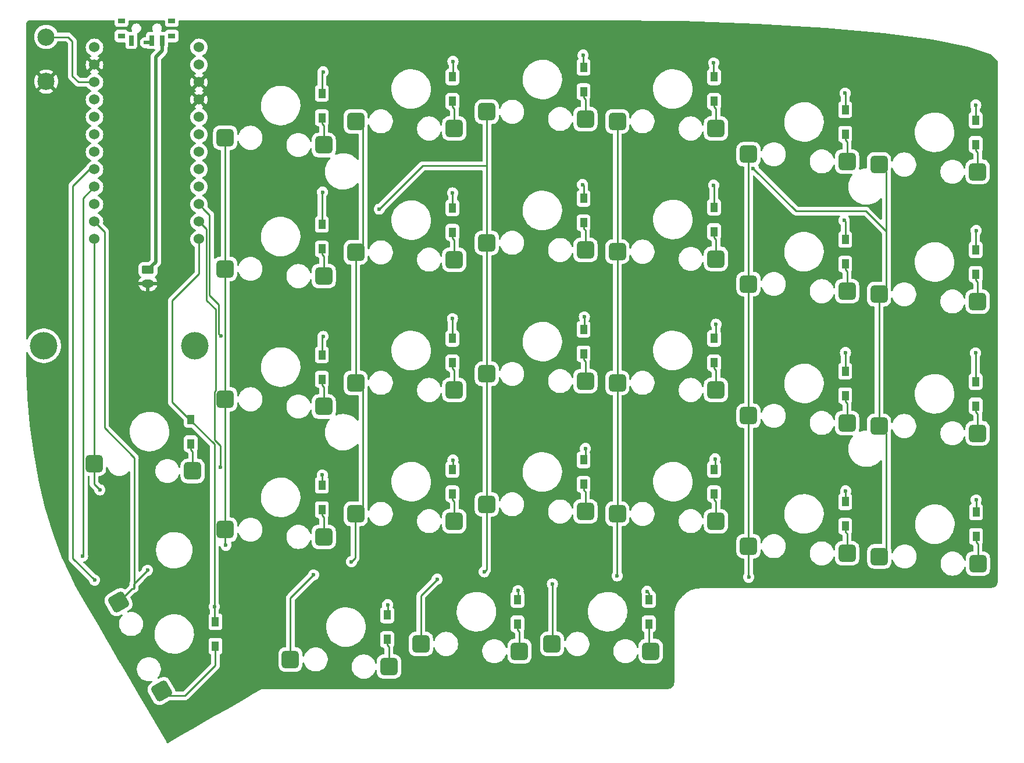
<source format=gbl>
G04 #@! TF.GenerationSoftware,KiCad,Pcbnew,7.0.10*
G04 #@! TF.CreationDate,2024-03-21T01:04:01+01:00*
G04 #@! TF.ProjectId,allium58,616c6c69-756d-4353-982e-6b696361645f,rev?*
G04 #@! TF.SameCoordinates,Original*
G04 #@! TF.FileFunction,Copper,L2,Bot*
G04 #@! TF.FilePolarity,Positive*
%FSLAX46Y46*%
G04 Gerber Fmt 4.6, Leading zero omitted, Abs format (unit mm)*
G04 Created by KiCad (PCBNEW 7.0.10) date 2024-03-21 01:04:01*
%MOMM*%
%LPD*%
G01*
G04 APERTURE LIST*
G04 Aperture macros list*
%AMRoundRect*
0 Rectangle with rounded corners*
0 $1 Rounding radius*
0 $2 $3 $4 $5 $6 $7 $8 $9 X,Y pos of 4 corners*
0 Add a 4 corners polygon primitive as box body*
4,1,4,$2,$3,$4,$5,$6,$7,$8,$9,$2,$3,0*
0 Add four circle primitives for the rounded corners*
1,1,$1+$1,$2,$3*
1,1,$1+$1,$4,$5*
1,1,$1+$1,$6,$7*
1,1,$1+$1,$8,$9*
0 Add four rect primitives between the rounded corners*
20,1,$1+$1,$2,$3,$4,$5,0*
20,1,$1+$1,$4,$5,$6,$7,0*
20,1,$1+$1,$6,$7,$8,$9,0*
20,1,$1+$1,$8,$9,$2,$3,0*%
G04 Aperture macros list end*
G04 #@! TA.AperFunction,ComponentPad*
%ADD10C,1.524000*%
G04 #@! TD*
G04 #@! TA.AperFunction,ComponentPad*
%ADD11C,2.500000*%
G04 #@! TD*
G04 #@! TA.AperFunction,SMDPad,CuDef*
%ADD12RoundRect,0.500000X-0.750000X-0.775000X0.750000X-0.775000X0.750000X0.775000X-0.750000X0.775000X0*%
G04 #@! TD*
G04 #@! TA.AperFunction,SMDPad,CuDef*
%ADD13RoundRect,0.500000X-1.046170X0.262019X-0.296170X-1.037019X1.046170X-0.262019X0.296170X1.037019X0*%
G04 #@! TD*
G04 #@! TA.AperFunction,ComponentPad*
%ADD14C,4.000000*%
G04 #@! TD*
G04 #@! TA.AperFunction,ComponentPad*
%ADD15O,1.750000X1.200000*%
G04 #@! TD*
G04 #@! TA.AperFunction,ComponentPad*
%ADD16RoundRect,0.250000X-0.625000X0.350000X-0.625000X-0.350000X0.625000X-0.350000X0.625000X0.350000X0*%
G04 #@! TD*
G04 #@! TA.AperFunction,SMDPad,CuDef*
%ADD17R,1.000000X1.400000*%
G04 #@! TD*
G04 #@! TA.AperFunction,SMDPad,CuDef*
%ADD18R,1.000000X0.800000*%
G04 #@! TD*
G04 #@! TA.AperFunction,SMDPad,CuDef*
%ADD19R,0.700000X1.500000*%
G04 #@! TD*
G04 #@! TA.AperFunction,ViaPad*
%ADD20C,0.600000*%
G04 #@! TD*
G04 #@! TA.AperFunction,Conductor*
%ADD21C,0.250000*%
G04 #@! TD*
G04 #@! TA.AperFunction,Conductor*
%ADD22C,0.500000*%
G04 #@! TD*
G04 APERTURE END LIST*
D10*
X108611400Y-41522000D03*
X108611400Y-44062000D03*
X108611400Y-46602000D03*
X108611400Y-49142000D03*
X108611400Y-51682000D03*
X108611400Y-54222000D03*
X108611400Y-56762000D03*
X108611400Y-59302000D03*
X108611400Y-61842000D03*
X108611400Y-64382000D03*
X108611400Y-66922000D03*
X108611400Y-69462000D03*
X93391400Y-69462000D03*
X93391400Y-66922000D03*
X93391400Y-64382000D03*
X93391400Y-61842000D03*
X93391400Y-59302000D03*
X93391400Y-56762000D03*
X93391400Y-54222000D03*
X93391400Y-51682000D03*
X93391400Y-49142000D03*
X93391400Y-46602000D03*
X93391400Y-44062000D03*
X93391400Y-41522000D03*
D11*
X86360000Y-46505000D03*
X86360000Y-40005000D03*
D12*
X112425000Y-54700000D03*
X126775000Y-55750000D03*
X131425000Y-52300000D03*
X145775000Y-53350000D03*
X150525000Y-50910000D03*
X164875000Y-51960000D03*
X169525000Y-52300000D03*
X183875000Y-53350000D03*
X188625000Y-57100000D03*
X202975000Y-58150000D03*
X207625000Y-58600000D03*
X221975000Y-59650000D03*
X112425000Y-73800000D03*
X126775000Y-74850000D03*
X131425000Y-71400000D03*
X145775000Y-72450000D03*
X150525000Y-70000000D03*
X164875000Y-71050000D03*
X169525000Y-71300000D03*
X183875000Y-72350000D03*
X188625000Y-76000000D03*
X202975000Y-77050000D03*
X207625000Y-77500000D03*
X221975000Y-78550000D03*
X112425000Y-92800000D03*
X126775000Y-93850000D03*
X131425000Y-90400000D03*
X145775000Y-91450000D03*
X150525000Y-89100000D03*
X164875000Y-90150000D03*
X169525000Y-90400000D03*
X183875000Y-91450000D03*
X188625000Y-95200000D03*
X202975000Y-96250000D03*
X207625000Y-96700000D03*
X221975000Y-97750000D03*
X112425000Y-111800000D03*
X126775000Y-112850000D03*
X131425000Y-109500000D03*
X145775000Y-110550000D03*
X150525000Y-108100000D03*
X164875000Y-109150000D03*
X169525000Y-109500000D03*
X183875000Y-110550000D03*
X188625000Y-114200000D03*
X202975000Y-115250000D03*
X207675000Y-115700000D03*
X222025000Y-116750000D03*
X93325000Y-102200000D03*
X107675000Y-103250000D03*
D13*
X96892181Y-122356845D03*
X103157854Y-135309309D03*
D12*
X121925000Y-130700000D03*
X136275000Y-131750000D03*
X140925000Y-128450000D03*
X155275000Y-129500000D03*
X160025000Y-128450000D03*
X174375000Y-129500000D03*
D14*
X86000000Y-85000000D03*
X108000000Y-85000000D03*
D15*
X101179800Y-75930000D03*
D16*
X101179800Y-73930000D03*
D17*
X126500000Y-48225000D03*
X126500000Y-51775000D03*
X145500000Y-45825000D03*
X145500000Y-49375000D03*
X164600000Y-44435000D03*
X164600000Y-47985000D03*
X183600000Y-45825000D03*
X183600000Y-49375000D03*
X202700000Y-50625000D03*
X202700000Y-54175000D03*
X221700000Y-52125000D03*
X221700000Y-55675000D03*
X126500000Y-67325000D03*
X126500000Y-70875000D03*
X145500000Y-64925000D03*
X145500000Y-68475000D03*
X164600000Y-63525000D03*
X164600000Y-67075000D03*
X183600000Y-64825000D03*
X183600000Y-68375000D03*
X202700000Y-69525000D03*
X202700000Y-73075000D03*
X221700000Y-71025000D03*
X221700000Y-74575000D03*
X126500000Y-86325000D03*
X126500000Y-89875000D03*
X145500000Y-83925000D03*
X145500000Y-87475000D03*
X164600000Y-82625000D03*
X164600000Y-86175000D03*
X183600000Y-83925000D03*
X183600000Y-87475000D03*
X202700000Y-88725000D03*
X202700000Y-92275000D03*
X221700000Y-90225000D03*
X221700000Y-93775000D03*
X126500000Y-105325000D03*
X126500000Y-108875000D03*
X145500000Y-103025000D03*
X145500000Y-106575000D03*
X164600000Y-101625000D03*
X164600000Y-105175000D03*
X183600000Y-103025000D03*
X183600000Y-106575000D03*
X202700000Y-107725000D03*
X202700000Y-111275000D03*
X221750000Y-109225000D03*
X221750000Y-112775000D03*
X107400000Y-95725000D03*
X107400000Y-99275000D03*
X111000000Y-125225000D03*
X111000000Y-128775000D03*
X136000000Y-124225000D03*
X136000000Y-127775000D03*
X155000000Y-121975000D03*
X155000000Y-125525000D03*
X174100000Y-121975000D03*
X174100000Y-125525000D03*
D18*
X97350000Y-37653000D03*
X97350000Y-39863000D03*
X104650000Y-37653000D03*
X104650000Y-39863000D03*
D19*
X98750000Y-40513000D03*
X101750000Y-40513000D03*
X103250000Y-40513000D03*
D20*
X110850000Y-123012000D03*
X136068000Y-122733000D03*
X155067000Y-120675000D03*
X173838000Y-120802000D03*
X183540000Y-43789600D03*
X164541000Y-42646600D03*
X126670000Y-45110400D03*
X202692000Y-48209200D03*
X145593000Y-43561000D03*
X221717000Y-49911000D03*
X221767000Y-68199000D03*
X145542000Y-62738000D03*
X202540000Y-66751200D03*
X183540000Y-61595000D03*
X126594000Y-62611000D03*
X164440000Y-61518800D03*
X164719000Y-80797400D03*
X221666000Y-86055200D03*
X126670000Y-83642200D03*
X202743000Y-86004400D03*
X145517000Y-81051400D03*
X183896000Y-81864200D03*
X111800500Y-83591400D03*
X221767000Y-107467000D03*
X164871000Y-99974400D03*
X202768000Y-106147000D03*
X183744000Y-101473000D03*
X145593000Y-101651000D03*
X126568000Y-103835000D03*
X111684000Y-102667000D03*
X189315000Y-59147400D03*
X188646000Y-118720000D03*
X160071000Y-119710000D03*
X93421200Y-119151400D03*
X91668600Y-115646200D03*
X143281000Y-119014000D03*
X169494000Y-118542000D03*
X150139000Y-117932000D03*
X134872000Y-65097800D03*
X125298000Y-118379000D03*
X130810000Y-116459000D03*
X101117400Y-117703600D03*
X94183200Y-105994000D03*
X112522000Y-114071000D03*
X100813000Y-40843200D03*
D21*
X93391400Y-46602000D02*
X91052000Y-46602000D01*
X89535000Y-40005000D02*
X86360000Y-40005000D01*
X91052000Y-46602000D02*
X90170000Y-45720000D01*
X90170000Y-45720000D02*
X90170000Y-40640000D01*
X90170000Y-40640000D02*
X89535000Y-40005000D01*
D22*
X102311200Y-72798600D02*
X101179800Y-73930000D01*
X102311200Y-42951400D02*
X102311200Y-72798600D01*
X103250000Y-42012600D02*
X102311200Y-42951400D01*
X103250000Y-40513000D02*
X103250000Y-42012600D01*
D21*
X126775000Y-52901900D02*
X126775000Y-55750000D01*
X126500000Y-51600000D02*
X126500000Y-52626900D01*
X126500000Y-52626900D02*
X126775000Y-52901900D01*
X108611000Y-71536400D02*
X108611400Y-71536000D01*
X174100000Y-121065000D02*
X173838000Y-120802000D01*
X104724000Y-93224200D02*
X104724000Y-78435200D01*
X110850000Y-99350000D02*
X107400000Y-95900000D01*
X110850000Y-125250000D02*
X110850000Y-123012000D01*
X155067000Y-120675000D02*
X155067000Y-122083000D01*
X108611000Y-71536400D02*
X108611000Y-69462000D01*
X110850000Y-123012000D02*
X110850000Y-99350000D01*
X174100000Y-122150000D02*
X174100000Y-121065000D01*
X111000000Y-125400000D02*
X110850000Y-125250000D01*
X155067000Y-122083000D02*
X155000000Y-122150000D01*
X136068000Y-124332000D02*
X136000000Y-124400000D01*
X107400000Y-95900000D02*
X104724000Y-93224200D01*
X136068000Y-122733000D02*
X136068000Y-124332000D01*
X108611400Y-71536000D02*
X108611400Y-69462000D01*
X104724000Y-78435200D02*
X108611000Y-74548000D01*
X108611000Y-74548000D02*
X108611000Y-71536400D01*
X145775000Y-50501900D02*
X145775000Y-53350000D01*
X145500000Y-50226900D02*
X145775000Y-50501900D01*
X145500000Y-49200000D02*
X145500000Y-50226900D01*
X164600000Y-47810000D02*
X164600000Y-48836900D01*
X164875000Y-49111900D02*
X164875000Y-51960000D01*
X164600000Y-48836900D02*
X164875000Y-49111900D01*
X164541000Y-44551200D02*
X164600000Y-44610000D01*
X183540000Y-43789600D02*
X183540000Y-45940400D01*
X221700000Y-49927600D02*
X221717000Y-49911000D01*
X202692000Y-48209200D02*
X202700000Y-48217200D01*
X126500000Y-45280200D02*
X126500000Y-48400000D01*
X145593000Y-43561000D02*
X145593000Y-45907200D01*
X183540000Y-45940400D02*
X183600000Y-46000000D01*
X164541000Y-42646600D02*
X164541000Y-44551200D01*
X202700000Y-48217200D02*
X202700000Y-50800000D01*
X126670000Y-45110400D02*
X126500000Y-45280200D01*
X221700000Y-52300000D02*
X221700000Y-49927600D01*
X145593000Y-45907200D02*
X145500000Y-46000000D01*
X183600000Y-49200000D02*
X183600000Y-50226900D01*
X183600000Y-50226900D02*
X183875000Y-50501900D01*
X183875000Y-50501900D02*
X183875000Y-53350000D01*
X164600000Y-61679200D02*
X164440000Y-61518800D01*
X221767000Y-68199000D02*
X221700000Y-68266400D01*
X145542000Y-65058000D02*
X145500000Y-65100000D01*
X126594000Y-62611000D02*
X126500000Y-62704600D01*
X164600000Y-63700000D02*
X164600000Y-61679200D01*
X221700000Y-68266400D02*
X221700000Y-71200000D01*
X126500000Y-62704600D02*
X126500000Y-67500000D01*
X202540000Y-66751200D02*
X202700000Y-66911600D01*
X183540000Y-61595000D02*
X183600000Y-61654600D01*
X183600000Y-61654600D02*
X183600000Y-65000000D01*
X145542000Y-62738000D02*
X145542000Y-65058000D01*
X202700000Y-66911600D02*
X202700000Y-69700000D01*
X202975000Y-55301900D02*
X202975000Y-58150000D01*
X202700000Y-54000000D02*
X202700000Y-55026900D01*
X202700000Y-55026900D02*
X202975000Y-55301900D01*
X111506000Y-79000800D02*
X110153000Y-77647800D01*
X111800500Y-83591400D02*
X111506000Y-83296900D01*
X221700000Y-86089400D02*
X221666000Y-86055200D01*
X109382000Y-65152600D02*
X108611400Y-64382000D01*
X164719000Y-82681000D02*
X164600000Y-82800000D01*
X126500000Y-83812000D02*
X126500000Y-86500000D01*
X110153000Y-65923200D02*
X109382000Y-65152600D01*
X111506000Y-83296900D02*
X111506000Y-79000800D01*
X221700000Y-90400000D02*
X221700000Y-86089400D01*
X108611000Y-64382000D02*
X109382000Y-65152600D01*
X145517000Y-81051400D02*
X145500000Y-81068000D01*
X183896000Y-83804000D02*
X183600000Y-84100000D01*
X202743000Y-86004400D02*
X202700000Y-86047200D01*
X164719000Y-80797400D02*
X164719000Y-82681000D01*
X110153000Y-77647800D02*
X110153000Y-65923200D01*
X145500000Y-81068000D02*
X145500000Y-84100000D01*
X183896000Y-81864200D02*
X183896000Y-83804000D01*
X126670000Y-83642200D02*
X126500000Y-83812000D01*
X202700000Y-86047200D02*
X202700000Y-88900000D01*
X221975000Y-56801900D02*
X221975000Y-59650000D01*
X221700000Y-55500000D02*
X221700000Y-56526900D01*
X221700000Y-56526900D02*
X221975000Y-56801900D01*
X109157000Y-67467600D02*
X109703000Y-68013200D01*
X111023400Y-79709900D02*
X111023400Y-91509874D01*
X202768000Y-106147000D02*
X202768000Y-107832000D01*
X202768000Y-107832000D02*
X202700000Y-107900000D01*
X109703000Y-68013200D02*
X109703000Y-78389500D01*
X126568000Y-105432000D02*
X126500000Y-105500000D01*
X164871000Y-99974400D02*
X164871000Y-101529000D01*
X110850000Y-91683274D02*
X110850000Y-98713400D01*
X126568000Y-103835000D02*
X126568000Y-105432000D01*
X109157000Y-67467600D02*
X108611400Y-66922000D01*
X221750000Y-109400000D02*
X221750000Y-107485000D01*
X111023400Y-91509874D02*
X110850000Y-91683274D01*
X183744000Y-101473000D02*
X183744000Y-103056000D01*
X183744000Y-103056000D02*
X183600000Y-103200000D01*
X109703000Y-78389500D02*
X111023400Y-79709900D01*
X145593000Y-103107000D02*
X145500000Y-103200000D01*
X145593000Y-101651000D02*
X145593000Y-103107000D01*
X111684000Y-99547400D02*
X111684000Y-102667000D01*
X221750000Y-107485000D02*
X221767000Y-107467000D01*
X110850000Y-98713400D02*
X111684000Y-99547400D01*
X108611000Y-66922000D02*
X109157000Y-67467600D01*
X164871000Y-101529000D02*
X164600000Y-101800000D01*
X126775000Y-72001900D02*
X126775000Y-74850000D01*
X126500000Y-70700000D02*
X126500000Y-71726900D01*
X126500000Y-71726900D02*
X126775000Y-72001900D01*
X145500000Y-68300000D02*
X145500000Y-69326900D01*
X145500000Y-69326900D02*
X145775000Y-69601900D01*
X145775000Y-69601900D02*
X145775000Y-72450000D01*
X164600000Y-66900000D02*
X164600000Y-67926900D01*
X164600000Y-67926900D02*
X164875000Y-68201900D01*
X164875000Y-68201900D02*
X164875000Y-71050000D01*
X183600000Y-68200000D02*
X183600000Y-69226900D01*
X183875000Y-69501900D02*
X183875000Y-72350000D01*
X183600000Y-69226900D02*
X183875000Y-69501900D01*
X202700000Y-72900000D02*
X202700000Y-73926900D01*
X202975000Y-74201900D02*
X202975000Y-77050000D01*
X202700000Y-73926900D02*
X202975000Y-74201900D01*
X221700000Y-74400000D02*
X221700000Y-75426900D01*
X221700000Y-75426900D02*
X221975000Y-75701900D01*
X221975000Y-75701900D02*
X221975000Y-78550000D01*
X126775000Y-91001900D02*
X126775000Y-93850000D01*
X126500000Y-90726900D02*
X126775000Y-91001900D01*
X126500000Y-89700000D02*
X126500000Y-90726900D01*
X145500000Y-87300000D02*
X145500000Y-88326900D01*
X145500000Y-88326900D02*
X145775000Y-88601900D01*
X145775000Y-88601900D02*
X145775000Y-91450000D01*
X164600000Y-86000000D02*
X164600000Y-87026900D01*
X164875000Y-87301900D02*
X164875000Y-90150000D01*
X164600000Y-87026900D02*
X164875000Y-87301900D01*
X183600000Y-88326900D02*
X183875000Y-88601900D01*
X183875000Y-88601900D02*
X183875000Y-91450000D01*
X183600000Y-87300000D02*
X183600000Y-88326900D01*
X202700000Y-93126900D02*
X202975000Y-93401900D01*
X202700000Y-92100000D02*
X202700000Y-93126900D01*
X202975000Y-93401900D02*
X202975000Y-96250000D01*
X221975000Y-94901900D02*
X221975000Y-97750000D01*
X221700000Y-94626900D02*
X221975000Y-94901900D01*
X221700000Y-93600000D02*
X221700000Y-94626900D01*
X126500000Y-108700000D02*
X126500000Y-109726900D01*
X126775000Y-110001900D02*
X126775000Y-112850000D01*
X126500000Y-109726900D02*
X126775000Y-110001900D01*
X145500000Y-107426900D02*
X145775000Y-107701900D01*
X145500000Y-106400000D02*
X145500000Y-107426900D01*
X145775000Y-107701900D02*
X145775000Y-110550000D01*
X164600000Y-106026900D02*
X164875000Y-106301900D01*
X164600000Y-105000000D02*
X164600000Y-106026900D01*
X164875000Y-106301900D02*
X164875000Y-109150000D01*
X183600000Y-106400000D02*
X183600000Y-107426900D01*
X183600000Y-107426900D02*
X183875000Y-107701900D01*
X183875000Y-107701900D02*
X183875000Y-110550000D01*
X202975000Y-112401900D02*
X202975000Y-115250000D01*
X202700000Y-112126900D02*
X202975000Y-112401900D01*
X202700000Y-111100000D02*
X202700000Y-112126900D01*
X222025000Y-113901900D02*
X222025000Y-116750000D01*
X221750000Y-112600000D02*
X221750000Y-113626900D01*
X221750000Y-113626900D02*
X222025000Y-113901900D01*
X107400000Y-100126900D02*
X107675000Y-100401900D01*
X107675000Y-100401900D02*
X107675000Y-103250000D01*
X107400000Y-99100000D02*
X107400000Y-100126900D01*
X103157900Y-135309400D02*
X103157900Y-135309300D01*
X106578000Y-135992000D02*
X103840000Y-135992000D01*
X103840000Y-135992000D02*
X103499000Y-135650500D01*
X103499000Y-135650500D02*
X103157900Y-135309400D01*
X111000000Y-131570000D02*
X106578000Y-135992000D01*
X111000000Y-128600000D02*
X111000000Y-131570000D01*
X103499000Y-135650500D02*
X103158000Y-135309000D01*
X136275000Y-128901900D02*
X136275000Y-131750000D01*
X136000000Y-128626900D02*
X136275000Y-128901900D01*
X136000000Y-127600000D02*
X136000000Y-128626900D01*
X155000000Y-126376900D02*
X155275000Y-126651900D01*
X155275000Y-126651900D02*
X155275000Y-129500000D01*
X155000000Y-125350000D02*
X155000000Y-126376900D01*
X208675000Y-59650000D02*
X208675000Y-68335200D01*
X207625000Y-96700000D02*
X208675000Y-97750000D01*
X207625000Y-77500000D02*
X207625000Y-96700000D01*
X208675000Y-114700000D02*
X207675000Y-115700000D01*
X208675000Y-97750000D02*
X208675000Y-114700000D01*
X195549800Y-65382200D02*
X189315000Y-59147400D01*
X205722000Y-65382200D02*
X195549800Y-65382200D01*
X208675000Y-76450000D02*
X207625000Y-77500000D01*
X208675000Y-68335200D02*
X208675000Y-76450000D01*
X207625000Y-58600000D02*
X208675000Y-59650000D01*
X208675000Y-68335200D02*
X205722000Y-65382200D01*
X93421200Y-119151400D02*
X90246200Y-115976400D01*
X188625000Y-114200000D02*
X188625000Y-95200000D01*
X160071000Y-119710000D02*
X160071000Y-128404000D01*
X92640800Y-59302000D02*
X93391400Y-59302000D01*
X160071000Y-128404000D02*
X160025000Y-128450000D01*
X188625000Y-76000000D02*
X188625000Y-57100000D01*
X188625000Y-95200000D02*
X188625000Y-76000000D01*
X90246200Y-61696600D02*
X92640800Y-59302000D01*
X188625000Y-114200000D02*
X188625000Y-118699000D01*
X188625000Y-118699000D02*
X188646000Y-118720000D01*
X90246200Y-115976400D02*
X90246200Y-61696600D01*
X169494000Y-109531000D02*
X169525000Y-109500000D01*
X169494000Y-118542000D02*
X169494000Y-109531000D01*
X91750000Y-63483400D02*
X93391400Y-61842000D01*
X169525000Y-90400000D02*
X169525000Y-109500000D01*
X140925000Y-121370000D02*
X140925000Y-128450000D01*
X91750000Y-115727600D02*
X91750000Y-63483400D01*
X169525000Y-71300000D02*
X169525000Y-90400000D01*
X169525000Y-52300000D02*
X169525000Y-71300000D01*
X143281000Y-119014000D02*
X140925000Y-121370000D01*
X91668600Y-115646200D02*
X91750000Y-115727600D01*
X150139000Y-117932000D02*
X150495000Y-117577000D01*
X141175800Y-58794000D02*
X134872000Y-65097800D01*
X150525000Y-89100000D02*
X150525000Y-70000000D01*
X150495000Y-108130000D02*
X150525000Y-108100000D01*
X121925000Y-121752000D02*
X121925000Y-130700000D01*
X150525000Y-58794000D02*
X141175800Y-58794000D01*
X125298000Y-118379000D02*
X121925000Y-121752000D01*
X150495000Y-117577000D02*
X150495000Y-108130000D01*
X150525000Y-108100000D02*
X150525000Y-89100000D01*
X150525000Y-70000000D02*
X150525000Y-58794000D01*
X150525000Y-58794000D02*
X150525000Y-50910000D01*
X97885000Y-121364000D02*
X96892200Y-122356800D01*
X97885300Y-121364000D02*
X97885000Y-121364000D01*
X98878400Y-120371000D02*
X99108900Y-120371000D01*
X130810000Y-116459000D02*
X131343000Y-115926000D01*
X132475000Y-108450000D02*
X131425000Y-109500000D01*
X97885300Y-121364000D02*
X98878400Y-120371000D01*
X99108900Y-120371000D02*
X99108900Y-119712100D01*
X132475000Y-91450000D02*
X132475000Y-108450000D01*
X131425000Y-90400000D02*
X132475000Y-91450000D01*
X132475000Y-70350000D02*
X131425000Y-71400000D01*
X132475000Y-53350000D02*
X132475000Y-70350000D01*
X96892200Y-122357000D02*
X97885300Y-121364000D01*
X99195300Y-101317300D02*
X94844100Y-96966100D01*
X94844100Y-68374600D02*
X94844000Y-68374600D01*
X94844000Y-68374600D02*
X93391400Y-66922000D01*
X99108900Y-119712100D02*
X101117400Y-117703600D01*
X131425000Y-52300000D02*
X132475000Y-53350000D01*
X131425000Y-71400000D02*
X131425000Y-90400000D01*
X131343000Y-115926000D02*
X131343000Y-109582000D01*
X131343000Y-109582000D02*
X131425000Y-109500000D01*
X94844100Y-96966100D02*
X94844100Y-68374600D01*
X99195300Y-120284600D02*
X99195300Y-101317300D01*
X99108900Y-120371000D02*
X99195300Y-120284600D01*
X93325000Y-105136000D02*
X93325000Y-102200000D01*
X112425000Y-111800000D02*
X112425000Y-113974000D01*
X94183200Y-105994000D02*
X93325000Y-105136000D01*
X112425000Y-113974000D02*
X112522000Y-114071000D01*
X93391400Y-69462000D02*
X93391400Y-102133600D01*
X112425000Y-111800000D02*
X112425000Y-92800000D01*
X112425000Y-92800000D02*
X112425000Y-73800000D01*
X112425000Y-73800000D02*
X112425000Y-54700000D01*
X93391400Y-102133600D02*
X93325000Y-102200000D01*
X174375000Y-129500000D02*
X174100000Y-129225000D01*
X174100000Y-129225000D02*
X174100000Y-125350000D01*
D22*
X101420000Y-40843200D02*
X101750000Y-40513000D01*
X100813000Y-40843200D02*
X101420000Y-40843200D01*
G04 #@! TA.AperFunction,Conductor*
G36*
X96283621Y-37607264D02*
G01*
X96330114Y-37660920D01*
X96341500Y-37713262D01*
X96341500Y-38101649D01*
X96348009Y-38162196D01*
X96348011Y-38162204D01*
X96399110Y-38299202D01*
X96399112Y-38299207D01*
X96486738Y-38416261D01*
X96603792Y-38503887D01*
X96603794Y-38503888D01*
X96603796Y-38503889D01*
X96662875Y-38525924D01*
X96740795Y-38554988D01*
X96740803Y-38554990D01*
X96801350Y-38561499D01*
X96801355Y-38561499D01*
X96801362Y-38561500D01*
X96801368Y-38561500D01*
X97898632Y-38561500D01*
X97898638Y-38561500D01*
X97898645Y-38561499D01*
X97898649Y-38561499D01*
X97959196Y-38554990D01*
X97959199Y-38554989D01*
X97959201Y-38554989D01*
X98096204Y-38503889D01*
X98097694Y-38502774D01*
X98213261Y-38416261D01*
X98300887Y-38299207D01*
X98300887Y-38299206D01*
X98300889Y-38299204D01*
X98351989Y-38162201D01*
X98355647Y-38128182D01*
X98358499Y-38101649D01*
X98358500Y-38101632D01*
X98358500Y-37713262D01*
X98378502Y-37645141D01*
X98432158Y-37598648D01*
X98484500Y-37587262D01*
X103515500Y-37587262D01*
X103583621Y-37607264D01*
X103630114Y-37660920D01*
X103641500Y-37713262D01*
X103641500Y-38101649D01*
X103648009Y-38162196D01*
X103648011Y-38162204D01*
X103699110Y-38299202D01*
X103699112Y-38299207D01*
X103786738Y-38416261D01*
X103903792Y-38503887D01*
X103903794Y-38503888D01*
X103903796Y-38503889D01*
X103962875Y-38525924D01*
X104040795Y-38554988D01*
X104040803Y-38554990D01*
X104101350Y-38561499D01*
X104101355Y-38561499D01*
X104101362Y-38561500D01*
X104101368Y-38561500D01*
X105198632Y-38561500D01*
X105198638Y-38561500D01*
X105198645Y-38561499D01*
X105198649Y-38561499D01*
X105259196Y-38554990D01*
X105259199Y-38554989D01*
X105259201Y-38554989D01*
X105396204Y-38503889D01*
X105397694Y-38502774D01*
X105513261Y-38416261D01*
X105600887Y-38299207D01*
X105600887Y-38299206D01*
X105600889Y-38299204D01*
X105651989Y-38162201D01*
X105655647Y-38128182D01*
X105658499Y-38101649D01*
X105658500Y-38101632D01*
X105658500Y-37713262D01*
X105678502Y-37645141D01*
X105732158Y-37598648D01*
X105784500Y-37587262D01*
X115175912Y-37587262D01*
X125583746Y-37587262D01*
X135991580Y-37587262D01*
X146399414Y-37587262D01*
X156807248Y-37587262D01*
X167247459Y-37587262D01*
X167248841Y-37587269D01*
X178976970Y-37716045D01*
X178979677Y-37716106D01*
X189894720Y-38085320D01*
X189897880Y-38085467D01*
X199768576Y-38669550D01*
X199772324Y-38669830D01*
X208362897Y-39442875D01*
X208368077Y-39443451D01*
X215439276Y-40378587D01*
X215447553Y-40379964D01*
X220747640Y-41445875D01*
X220764599Y-41450539D01*
X223965452Y-42576635D01*
X224016237Y-42610049D01*
X224926104Y-43596182D01*
X224957597Y-43659811D01*
X224959500Y-43681624D01*
X224959500Y-119258267D01*
X224958867Y-119270886D01*
X224937874Y-119479454D01*
X224932854Y-119504153D01*
X224882444Y-119666722D01*
X224872853Y-119689481D01*
X224792930Y-119836823D01*
X224779375Y-119856921D01*
X224673070Y-119985791D01*
X224656053Y-120002807D01*
X224575862Y-120068958D01*
X224527190Y-120109108D01*
X224507089Y-120122664D01*
X224431245Y-120163805D01*
X224359748Y-120202587D01*
X224336989Y-120212178D01*
X224174415Y-120262590D01*
X224149716Y-120267610D01*
X223941161Y-120288602D01*
X223928542Y-120289235D01*
X181832658Y-120289235D01*
X181827307Y-120289121D01*
X181819758Y-120288800D01*
X181804843Y-120288166D01*
X181804842Y-120288166D01*
X181800510Y-120288602D01*
X181787896Y-120289235D01*
X181783548Y-120289235D01*
X181761289Y-120292434D01*
X181755985Y-120293082D01*
X181134780Y-120355608D01*
X181106126Y-120355216D01*
X181105906Y-120355187D01*
X181105894Y-120355188D01*
X181052633Y-120363667D01*
X181045446Y-120364600D01*
X181027794Y-120366377D01*
X181027783Y-120366378D01*
X181027782Y-120366379D01*
X181027780Y-120366379D01*
X181027771Y-120366381D01*
X181018963Y-120368565D01*
X181008467Y-120370699D01*
X180999483Y-120372130D01*
X180982507Y-120377393D01*
X180975533Y-120379337D01*
X180923194Y-120392319D01*
X180923192Y-120392320D01*
X180923001Y-120392432D01*
X180896767Y-120403980D01*
X180377838Y-120564888D01*
X180354665Y-120569217D01*
X180350223Y-120570170D01*
X180298447Y-120589317D01*
X180292070Y-120591483D01*
X180273902Y-120597117D01*
X180266823Y-120600479D01*
X180256495Y-120604831D01*
X180249156Y-120607545D01*
X180232424Y-120616621D01*
X180226418Y-120619673D01*
X180176572Y-120643352D01*
X180172770Y-120645877D01*
X180153499Y-120659431D01*
X179688325Y-120911757D01*
X179671209Y-120918577D01*
X179671223Y-120918609D01*
X179662941Y-120922151D01*
X179614841Y-120951438D01*
X179609401Y-120954567D01*
X179591670Y-120964186D01*
X179591655Y-120964196D01*
X179586282Y-120968194D01*
X179576611Y-120974716D01*
X179570906Y-120978190D01*
X179555359Y-120991014D01*
X179550416Y-120994888D01*
X179505222Y-121028525D01*
X179498833Y-121034879D01*
X179498809Y-121034855D01*
X179486071Y-121048169D01*
X179082953Y-121380700D01*
X179067670Y-121390523D01*
X179067724Y-121390602D01*
X179060267Y-121395653D01*
X179018270Y-121433866D01*
X179013657Y-121437863D01*
X178997780Y-121450961D01*
X178997775Y-121450965D01*
X178993581Y-121455575D01*
X178985198Y-121463958D01*
X178980577Y-121468162D01*
X178980567Y-121468172D01*
X178967452Y-121484070D01*
X178963460Y-121488678D01*
X178925265Y-121530657D01*
X178920211Y-121538118D01*
X178920132Y-121538064D01*
X178910314Y-121553338D01*
X178577778Y-121956461D01*
X178564467Y-121969197D01*
X178564491Y-121969221D01*
X178558135Y-121975612D01*
X178524514Y-122020785D01*
X178520643Y-122025724D01*
X178507808Y-122041285D01*
X178507800Y-122041297D01*
X178504327Y-122047001D01*
X178497798Y-122056682D01*
X178493809Y-122062042D01*
X178493794Y-122062065D01*
X178484196Y-122079758D01*
X178481067Y-122085198D01*
X178451764Y-122133326D01*
X178448221Y-122141610D01*
X178448190Y-122141596D01*
X178441368Y-122158715D01*
X178189044Y-122623887D01*
X178175483Y-122643166D01*
X178172964Y-122646959D01*
X178149288Y-122696802D01*
X178146232Y-122702815D01*
X178137159Y-122719539D01*
X178137159Y-122719540D01*
X178134441Y-122726889D01*
X178130087Y-122737220D01*
X178126736Y-122744276D01*
X178126733Y-122744283D01*
X178121103Y-122762439D01*
X178118936Y-122768818D01*
X178099785Y-122820606D01*
X178098826Y-122825071D01*
X178094501Y-122848226D01*
X177933593Y-123367154D01*
X177922045Y-123393388D01*
X177921933Y-123393579D01*
X177921932Y-123393581D01*
X177908950Y-123445920D01*
X177907006Y-123452894D01*
X177901743Y-123469870D01*
X177900312Y-123478854D01*
X177898178Y-123489350D01*
X177895993Y-123498161D01*
X177895990Y-123498176D01*
X177894213Y-123515834D01*
X177893280Y-123523021D01*
X177884801Y-123576282D01*
X177884800Y-123576287D01*
X177884829Y-123576506D01*
X177885221Y-123605166D01*
X177822695Y-124226377D01*
X177822046Y-124231684D01*
X177818848Y-124253929D01*
X177818848Y-124258283D01*
X177818215Y-124270895D01*
X177817779Y-124275228D01*
X177818734Y-124297697D01*
X177818848Y-124303048D01*
X177818848Y-133980199D01*
X177818215Y-133992818D01*
X177797223Y-134201373D01*
X177792203Y-134226072D01*
X177741791Y-134388647D01*
X177732200Y-134411406D01*
X177652277Y-134558748D01*
X177638721Y-134578846D01*
X177532415Y-134707716D01*
X177515397Y-134724734D01*
X177386540Y-134831029D01*
X177366438Y-134844587D01*
X177219092Y-134924512D01*
X177196333Y-134934104D01*
X177033767Y-134984513D01*
X177009068Y-134989533D01*
X176897173Y-135000795D01*
X176800508Y-135010525D01*
X176787892Y-135011158D01*
X117927046Y-135011158D01*
X117903352Y-135008910D01*
X117892415Y-135006816D01*
X117885767Y-135005543D01*
X117885766Y-135005543D01*
X117830198Y-135010916D01*
X117826994Y-135011185D01*
X117826343Y-135011231D01*
X117823870Y-135011527D01*
X117742514Y-135019394D01*
X117742512Y-135019395D01*
X117741186Y-135019928D01*
X117729127Y-135023172D01*
X117729357Y-135023955D01*
X117720718Y-135026491D01*
X117693196Y-135039060D01*
X117687828Y-135041362D01*
X117642530Y-135059560D01*
X117642525Y-135059562D01*
X117626192Y-135069018D01*
X117615411Y-135074584D01*
X117589799Y-135086281D01*
X117589798Y-135086281D01*
X117585588Y-135089929D01*
X117566219Y-135103738D01*
X116500781Y-135720572D01*
X115966832Y-136029701D01*
X115966831Y-136029702D01*
X114229175Y-137035714D01*
X114229173Y-137035715D01*
X112615443Y-137969979D01*
X112615442Y-137969980D01*
X110877786Y-138975992D01*
X110877784Y-138975993D01*
X109264054Y-139910257D01*
X109264053Y-139910258D01*
X107588363Y-140880394D01*
X107588360Y-140880396D01*
X105912665Y-141850534D01*
X105912664Y-141850535D01*
X105912663Y-141850535D01*
X104220536Y-142830186D01*
X104214596Y-142833415D01*
X104112644Y-142885348D01*
X104091375Y-142893846D01*
X104079500Y-142897378D01*
X104008504Y-142897627D01*
X103948644Y-142859452D01*
X103944360Y-142854270D01*
X103916846Y-142819119D01*
X103905763Y-142802361D01*
X103854497Y-142709515D01*
X103850582Y-142701316D01*
X103850563Y-142701326D01*
X103848576Y-142697294D01*
X103848572Y-142697283D01*
X103834354Y-142672963D01*
X103832895Y-142670395D01*
X103819264Y-142645709D01*
X103819261Y-142645705D01*
X103819260Y-142645703D01*
X103816810Y-142641929D01*
X103816827Y-142641917D01*
X103811779Y-142634347D01*
X102136742Y-139769153D01*
X100456967Y-136895853D01*
X100456964Y-136895849D01*
X100290129Y-136610474D01*
X98791751Y-134047457D01*
X98683603Y-133862467D01*
X97745518Y-132257848D01*
X99569854Y-132257848D01*
X99578860Y-132317595D01*
X99608958Y-132517285D01*
X99686287Y-132767980D01*
X99686292Y-132767993D01*
X99800127Y-133004372D01*
X99800131Y-133004379D01*
X99933769Y-133200388D01*
X99947921Y-133221145D01*
X100126373Y-133413471D01*
X100331497Y-133577052D01*
X100331500Y-133577054D01*
X100558706Y-133708232D01*
X100558710Y-133708233D01*
X100558711Y-133708234D01*
X100802938Y-133804086D01*
X101058724Y-133862468D01*
X101254860Y-133877166D01*
X101254861Y-133877166D01*
X101385847Y-133877166D01*
X101385848Y-133877166D01*
X101581984Y-133862468D01*
X101701174Y-133835263D01*
X101772033Y-133839605D01*
X101829300Y-133881569D01*
X101854789Y-133947833D01*
X101840406Y-134017357D01*
X101792209Y-134067223D01*
X101564531Y-134198674D01*
X101564517Y-134198683D01*
X101443519Y-134285387D01*
X101307713Y-134430386D01*
X101202811Y-134599081D01*
X101202807Y-134599090D01*
X101132834Y-134785004D01*
X101132833Y-134785009D01*
X101116205Y-134885728D01*
X101100474Y-134981012D01*
X101106974Y-135179562D01*
X101145566Y-135345073D01*
X101152084Y-135373029D01*
X101152086Y-135373036D01*
X101213525Y-135508634D01*
X102013063Y-136893472D01*
X102013078Y-136893495D01*
X102099781Y-137014492D01*
X102244779Y-137150298D01*
X102308575Y-137189968D01*
X102413478Y-137255201D01*
X102413480Y-137255201D01*
X102413482Y-137255203D01*
X102599401Y-137325178D01*
X102615581Y-137327849D01*
X102795406Y-137357539D01*
X102993957Y-137351039D01*
X103187424Y-137305928D01*
X103323025Y-137244488D01*
X104365904Y-136642380D01*
X104428904Y-136625500D01*
X106494147Y-136625500D01*
X106509988Y-136627249D01*
X106510016Y-136626956D01*
X106517902Y-136627700D01*
X106517909Y-136627702D01*
X106585986Y-136625562D01*
X106589945Y-136625500D01*
X106617851Y-136625500D01*
X106617856Y-136625500D01*
X106621867Y-136624992D01*
X106633699Y-136624061D01*
X106677889Y-136622673D01*
X106697347Y-136617019D01*
X106716694Y-136613013D01*
X106736797Y-136610474D01*
X106777910Y-136594195D01*
X106789130Y-136590353D01*
X106813913Y-136583154D01*
X106831591Y-136578019D01*
X106831595Y-136578017D01*
X106849026Y-136567708D01*
X106866780Y-136559009D01*
X106885617Y-136551552D01*
X106921392Y-136525558D01*
X106931298Y-136519051D01*
X106969362Y-136496542D01*
X106983685Y-136482218D01*
X106998724Y-136469374D01*
X107015107Y-136457472D01*
X107043303Y-136423386D01*
X107051272Y-136414630D01*
X111388657Y-132077245D01*
X111401092Y-132067284D01*
X111400905Y-132067057D01*
X111407016Y-132062001D01*
X111407015Y-132062001D01*
X111407018Y-132062000D01*
X111453676Y-132012312D01*
X111456367Y-132009535D01*
X111476134Y-131989770D01*
X111478617Y-131986567D01*
X111486308Y-131977562D01*
X111516586Y-131945321D01*
X111526345Y-131927567D01*
X111537197Y-131911046D01*
X111549613Y-131895041D01*
X111567168Y-131854470D01*
X111572392Y-131843808D01*
X111593694Y-131805061D01*
X111593695Y-131805060D01*
X111598733Y-131785435D01*
X111605138Y-131766730D01*
X111613181Y-131748145D01*
X111620096Y-131704476D01*
X111622503Y-131692856D01*
X111626987Y-131675396D01*
X111633500Y-131650030D01*
X111633500Y-131629769D01*
X111635051Y-131610058D01*
X111638219Y-131590057D01*
X111634059Y-131546045D01*
X111633500Y-131534188D01*
X111633500Y-131524534D01*
X120166500Y-131524534D01*
X120166501Y-131524554D01*
X120181090Y-131672694D01*
X120181091Y-131672700D01*
X120181092Y-131672701D01*
X120238759Y-131862804D01*
X120332405Y-132038004D01*
X120458432Y-132191568D01*
X120611996Y-132317595D01*
X120787196Y-132411241D01*
X120977299Y-132468908D01*
X120977303Y-132468908D01*
X120977305Y-132468909D01*
X121017502Y-132472867D01*
X121125453Y-132483500D01*
X122724546Y-132483499D01*
X122784668Y-132477577D01*
X122872694Y-132468909D01*
X122872695Y-132468908D01*
X122872701Y-132468908D01*
X123062804Y-132411241D01*
X123238004Y-132317595D01*
X123391568Y-132191568D01*
X123517595Y-132038004D01*
X123611241Y-131862804D01*
X123668908Y-131672701D01*
X123671141Y-131650036D01*
X123677048Y-131590056D01*
X123683500Y-131524547D01*
X123683499Y-131261637D01*
X123703501Y-131193520D01*
X123757156Y-131147027D01*
X123827430Y-131136922D01*
X123892011Y-131166415D01*
X123929901Y-131224500D01*
X123965935Y-131341317D01*
X123965938Y-131341327D01*
X124079773Y-131577706D01*
X124079777Y-131577713D01*
X124208648Y-131766730D01*
X124227567Y-131794479D01*
X124406019Y-131986805D01*
X124611143Y-132150386D01*
X124611146Y-132150388D01*
X124838352Y-132281566D01*
X124838356Y-132281567D01*
X124838357Y-132281568D01*
X125082584Y-132377420D01*
X125338370Y-132435802D01*
X125534506Y-132450500D01*
X125534507Y-132450500D01*
X125665493Y-132450500D01*
X125665494Y-132450500D01*
X125861630Y-132435802D01*
X126117416Y-132377420D01*
X126361643Y-132281568D01*
X126361645Y-132281566D01*
X126361647Y-132281566D01*
X126506827Y-132197746D01*
X126588857Y-132150386D01*
X126793981Y-131986805D01*
X126891985Y-131881182D01*
X130849500Y-131881182D01*
X130865868Y-131989775D01*
X130888604Y-132140619D01*
X130965933Y-132391314D01*
X130965938Y-132391327D01*
X131079773Y-132627706D01*
X131079777Y-132627713D01*
X131227562Y-132844472D01*
X131227567Y-132844479D01*
X131406019Y-133036805D01*
X131611143Y-133200386D01*
X131611146Y-133200388D01*
X131838352Y-133331566D01*
X131838356Y-133331567D01*
X131838357Y-133331568D01*
X132082584Y-133427420D01*
X132338370Y-133485802D01*
X132534506Y-133500500D01*
X132534507Y-133500500D01*
X132665493Y-133500500D01*
X132665494Y-133500500D01*
X132861630Y-133485802D01*
X133117416Y-133427420D01*
X133361643Y-133331568D01*
X133361645Y-133331566D01*
X133361647Y-133331566D01*
X133483734Y-133261079D01*
X133588857Y-133200386D01*
X133793981Y-133036805D01*
X133972433Y-132844479D01*
X134120228Y-132627704D01*
X134234063Y-132391323D01*
X134238352Y-132377420D01*
X134270098Y-132274500D01*
X134309289Y-132215301D01*
X134374265Y-132186688D01*
X134444395Y-132197746D01*
X134497414Y-132244964D01*
X134516500Y-132311638D01*
X134516500Y-132574534D01*
X134516501Y-132574554D01*
X134531090Y-132722694D01*
X134531091Y-132722700D01*
X134531092Y-132722701D01*
X134588759Y-132912804D01*
X134682405Y-133088004D01*
X134808432Y-133241568D01*
X134961996Y-133367595D01*
X135137196Y-133461241D01*
X135327299Y-133518908D01*
X135327303Y-133518908D01*
X135327305Y-133518909D01*
X135367502Y-133522867D01*
X135475453Y-133533500D01*
X137074546Y-133533499D01*
X137134668Y-133527577D01*
X137222694Y-133518909D01*
X137222695Y-133518908D01*
X137222701Y-133518908D01*
X137412804Y-133461241D01*
X137588004Y-133367595D01*
X137741568Y-133241568D01*
X137867595Y-133088004D01*
X137961241Y-132912804D01*
X138018908Y-132722701D01*
X138033500Y-132574547D01*
X138033499Y-130925454D01*
X138028264Y-130872296D01*
X138018909Y-130777305D01*
X138018908Y-130777303D01*
X138018908Y-130777299D01*
X137961241Y-130587196D01*
X137867595Y-130411996D01*
X137741568Y-130258432D01*
X137588004Y-130132405D01*
X137412804Y-130038759D01*
X137222701Y-129981092D01*
X137222700Y-129981091D01*
X137222694Y-129981090D01*
X137074553Y-129966500D01*
X137074547Y-129966500D01*
X137034500Y-129966500D01*
X136966379Y-129946498D01*
X136919886Y-129892842D01*
X136908500Y-129840500D01*
X136908500Y-129274534D01*
X139166500Y-129274534D01*
X139166501Y-129274554D01*
X139181090Y-129422694D01*
X139181091Y-129422700D01*
X139181092Y-129422701D01*
X139238759Y-129612804D01*
X139332405Y-129788004D01*
X139458432Y-129941568D01*
X139611996Y-130067595D01*
X139787196Y-130161241D01*
X139977299Y-130218908D01*
X139977303Y-130218908D01*
X139977305Y-130218909D01*
X140017502Y-130222867D01*
X140125453Y-130233500D01*
X141724546Y-130233499D01*
X141784668Y-130227577D01*
X141872694Y-130218909D01*
X141872695Y-130218908D01*
X141872701Y-130218908D01*
X142062804Y-130161241D01*
X142238004Y-130067595D01*
X142391568Y-129941568D01*
X142517595Y-129788004D01*
X142611241Y-129612804D01*
X142668908Y-129422701D01*
X142669845Y-129413195D01*
X142675205Y-129358761D01*
X142683500Y-129274547D01*
X142683499Y-129011637D01*
X142703501Y-128943520D01*
X142757156Y-128897027D01*
X142827430Y-128886922D01*
X142892011Y-128916415D01*
X142929901Y-128974500D01*
X142965935Y-129091317D01*
X142965938Y-129091327D01*
X143079773Y-129327706D01*
X143079777Y-129327713D01*
X143227562Y-129544472D01*
X143227567Y-129544479D01*
X143406019Y-129736805D01*
X143611143Y-129900386D01*
X143611146Y-129900388D01*
X143838352Y-130031566D01*
X143838356Y-130031567D01*
X143838357Y-130031568D01*
X144082584Y-130127420D01*
X144338370Y-130185802D01*
X144534506Y-130200500D01*
X144534507Y-130200500D01*
X144665493Y-130200500D01*
X144665494Y-130200500D01*
X144861630Y-130185802D01*
X145117416Y-130127420D01*
X145361643Y-130031568D01*
X145361645Y-130031566D01*
X145361647Y-130031566D01*
X145506827Y-129947746D01*
X145588857Y-129900386D01*
X145793981Y-129736805D01*
X145891985Y-129631182D01*
X149849500Y-129631182D01*
X149868158Y-129754964D01*
X149888604Y-129890619D01*
X149965933Y-130141314D01*
X149965938Y-130141327D01*
X150079773Y-130377706D01*
X150079777Y-130377713D01*
X150227562Y-130594472D01*
X150227567Y-130594479D01*
X150406019Y-130786805D01*
X150611143Y-130950386D01*
X150611146Y-130950388D01*
X150838352Y-131081566D01*
X150838356Y-131081567D01*
X150838357Y-131081568D01*
X151082584Y-131177420D01*
X151338370Y-131235802D01*
X151534506Y-131250500D01*
X151534507Y-131250500D01*
X151665493Y-131250500D01*
X151665494Y-131250500D01*
X151861630Y-131235802D01*
X152117416Y-131177420D01*
X152361643Y-131081568D01*
X152361645Y-131081566D01*
X152361647Y-131081566D01*
X152475250Y-131015977D01*
X152588857Y-130950386D01*
X152793981Y-130786805D01*
X152972433Y-130594479D01*
X153120228Y-130377704D01*
X153234063Y-130141323D01*
X153238352Y-130127420D01*
X153270098Y-130024500D01*
X153309289Y-129965301D01*
X153374265Y-129936688D01*
X153444395Y-129947746D01*
X153497414Y-129994964D01*
X153516500Y-130061638D01*
X153516500Y-130324534D01*
X153516501Y-130324554D01*
X153531090Y-130472694D01*
X153531091Y-130472700D01*
X153531092Y-130472701D01*
X153588759Y-130662804D01*
X153682405Y-130838004D01*
X153808432Y-130991568D01*
X153961996Y-131117595D01*
X154137196Y-131211241D01*
X154327299Y-131268908D01*
X154327303Y-131268908D01*
X154327305Y-131268909D01*
X154367502Y-131272867D01*
X154475453Y-131283500D01*
X156074546Y-131283499D01*
X156134668Y-131277577D01*
X156222694Y-131268909D01*
X156222695Y-131268908D01*
X156222701Y-131268908D01*
X156412804Y-131211241D01*
X156588004Y-131117595D01*
X156741568Y-130991568D01*
X156867595Y-130838004D01*
X156961241Y-130662804D01*
X157018908Y-130472701D01*
X157019845Y-130463195D01*
X157026968Y-130390864D01*
X157033500Y-130324547D01*
X157033499Y-129274534D01*
X158266500Y-129274534D01*
X158266501Y-129274554D01*
X158281090Y-129422694D01*
X158281091Y-129422700D01*
X158281092Y-129422701D01*
X158338759Y-129612804D01*
X158432405Y-129788004D01*
X158558432Y-129941568D01*
X158711996Y-130067595D01*
X158887196Y-130161241D01*
X159077299Y-130218908D01*
X159077303Y-130218908D01*
X159077305Y-130218909D01*
X159117502Y-130222867D01*
X159225453Y-130233500D01*
X160824546Y-130233499D01*
X160884668Y-130227577D01*
X160972694Y-130218909D01*
X160972695Y-130218908D01*
X160972701Y-130218908D01*
X161162804Y-130161241D01*
X161338004Y-130067595D01*
X161491568Y-129941568D01*
X161617595Y-129788004D01*
X161711241Y-129612804D01*
X161768908Y-129422701D01*
X161769845Y-129413195D01*
X161775205Y-129358761D01*
X161783500Y-129274547D01*
X161783499Y-129011637D01*
X161803501Y-128943520D01*
X161857156Y-128897027D01*
X161927430Y-128886922D01*
X161992011Y-128916415D01*
X162029901Y-128974500D01*
X162065935Y-129091317D01*
X162065938Y-129091327D01*
X162179773Y-129327706D01*
X162179777Y-129327713D01*
X162327562Y-129544472D01*
X162327567Y-129544479D01*
X162506019Y-129736805D01*
X162711143Y-129900386D01*
X162711146Y-129900388D01*
X162938352Y-130031566D01*
X162938356Y-130031567D01*
X162938357Y-130031568D01*
X163182584Y-130127420D01*
X163438370Y-130185802D01*
X163634506Y-130200500D01*
X163634507Y-130200500D01*
X163765493Y-130200500D01*
X163765494Y-130200500D01*
X163961630Y-130185802D01*
X164217416Y-130127420D01*
X164461643Y-130031568D01*
X164461645Y-130031566D01*
X164461647Y-130031566D01*
X164606827Y-129947746D01*
X164688857Y-129900386D01*
X164893981Y-129736805D01*
X164991985Y-129631182D01*
X168949500Y-129631182D01*
X168968158Y-129754964D01*
X168988604Y-129890619D01*
X169065933Y-130141314D01*
X169065938Y-130141327D01*
X169179773Y-130377706D01*
X169179777Y-130377713D01*
X169327562Y-130594472D01*
X169327567Y-130594479D01*
X169506019Y-130786805D01*
X169711143Y-130950386D01*
X169711146Y-130950388D01*
X169938352Y-131081566D01*
X169938356Y-131081567D01*
X169938357Y-131081568D01*
X170182584Y-131177420D01*
X170438370Y-131235802D01*
X170634506Y-131250500D01*
X170634507Y-131250500D01*
X170765493Y-131250500D01*
X170765494Y-131250500D01*
X170961630Y-131235802D01*
X171217416Y-131177420D01*
X171461643Y-131081568D01*
X171461645Y-131081566D01*
X171461647Y-131081566D01*
X171575250Y-131015977D01*
X171688857Y-130950386D01*
X171893981Y-130786805D01*
X172072433Y-130594479D01*
X172220228Y-130377704D01*
X172334063Y-130141323D01*
X172338352Y-130127420D01*
X172370098Y-130024500D01*
X172409289Y-129965301D01*
X172474265Y-129936688D01*
X172544395Y-129947746D01*
X172597414Y-129994964D01*
X172616500Y-130061638D01*
X172616500Y-130324534D01*
X172616501Y-130324554D01*
X172631090Y-130472694D01*
X172631091Y-130472700D01*
X172631092Y-130472701D01*
X172688759Y-130662804D01*
X172782405Y-130838004D01*
X172908432Y-130991568D01*
X173061996Y-131117595D01*
X173237196Y-131211241D01*
X173427299Y-131268908D01*
X173427303Y-131268908D01*
X173427305Y-131268909D01*
X173467502Y-131272867D01*
X173575453Y-131283500D01*
X175174546Y-131283499D01*
X175234668Y-131277577D01*
X175322694Y-131268909D01*
X175322695Y-131268908D01*
X175322701Y-131268908D01*
X175512804Y-131211241D01*
X175688004Y-131117595D01*
X175841568Y-130991568D01*
X175967595Y-130838004D01*
X176061241Y-130662804D01*
X176118908Y-130472701D01*
X176119845Y-130463195D01*
X176126968Y-130390864D01*
X176133500Y-130324547D01*
X176133499Y-128675454D01*
X176128264Y-128622296D01*
X176118909Y-128527305D01*
X176118908Y-128527303D01*
X176118908Y-128527299D01*
X176061241Y-128337196D01*
X175967595Y-128161996D01*
X175841568Y-128008432D01*
X175688004Y-127882405D01*
X175512804Y-127788759D01*
X175322701Y-127731092D01*
X175322700Y-127731091D01*
X175322694Y-127731090D01*
X175174553Y-127716500D01*
X175174547Y-127716500D01*
X174859500Y-127716500D01*
X174791379Y-127696498D01*
X174744886Y-127642842D01*
X174733500Y-127590500D01*
X174733500Y-126805409D01*
X174753502Y-126737288D01*
X174807158Y-126690795D01*
X174815469Y-126687353D01*
X174833808Y-126680512D01*
X174846204Y-126675889D01*
X174963261Y-126588261D01*
X174979551Y-126566500D01*
X175050887Y-126471207D01*
X175050888Y-126471205D01*
X175050889Y-126471204D01*
X175101989Y-126334201D01*
X175104300Y-126312710D01*
X175108499Y-126273649D01*
X175108500Y-126273632D01*
X175108500Y-124776367D01*
X175108499Y-124776350D01*
X175101990Y-124715803D01*
X175101988Y-124715795D01*
X175062843Y-124610846D01*
X175050889Y-124578796D01*
X175050888Y-124578794D01*
X175050887Y-124578792D01*
X174963261Y-124461738D01*
X174846207Y-124374112D01*
X174846202Y-124374110D01*
X174709204Y-124323011D01*
X174709196Y-124323009D01*
X174648649Y-124316500D01*
X174648638Y-124316500D01*
X173551362Y-124316500D01*
X173551350Y-124316500D01*
X173490803Y-124323009D01*
X173490795Y-124323011D01*
X173353797Y-124374110D01*
X173353792Y-124374112D01*
X173236738Y-124461738D01*
X173149112Y-124578792D01*
X173149110Y-124578797D01*
X173098011Y-124715795D01*
X173098009Y-124715803D01*
X173091500Y-124776350D01*
X173091500Y-126273649D01*
X173098009Y-126334196D01*
X173098011Y-126334204D01*
X173149110Y-126471202D01*
X173149112Y-126471207D01*
X173236738Y-126588261D01*
X173353796Y-126675889D01*
X173384531Y-126687353D01*
X173441368Y-126729899D01*
X173466179Y-126796419D01*
X173466500Y-126805409D01*
X173466500Y-127625752D01*
X173446498Y-127693873D01*
X173392842Y-127740366D01*
X173377076Y-127746326D01*
X173237201Y-127788756D01*
X173237196Y-127788758D01*
X173061995Y-127882405D01*
X172908432Y-128008432D01*
X172782405Y-128161995D01*
X172688759Y-128337195D01*
X172631090Y-128527305D01*
X172616500Y-128675446D01*
X172616500Y-128938359D01*
X172596498Y-129006480D01*
X172542842Y-129052973D01*
X172472568Y-129063077D01*
X172407988Y-129033583D01*
X172370098Y-128975498D01*
X172334066Y-128858685D01*
X172334061Y-128858672D01*
X172267860Y-128721205D01*
X172220228Y-128622296D01*
X172220226Y-128622293D01*
X172220222Y-128622286D01*
X172072437Y-128405527D01*
X172072433Y-128405521D01*
X171893981Y-128213195D01*
X171688857Y-128049614D01*
X171688852Y-128049611D01*
X171688853Y-128049611D01*
X171461647Y-127918433D01*
X171461639Y-127918430D01*
X171217419Y-127822581D01*
X171217417Y-127822580D01*
X170961633Y-127764198D01*
X170814528Y-127753174D01*
X170765494Y-127749500D01*
X170634506Y-127749500D01*
X170595278Y-127752439D01*
X170438366Y-127764198D01*
X170182582Y-127822580D01*
X170182580Y-127822581D01*
X169938360Y-127918430D01*
X169938352Y-127918433D01*
X169711146Y-128049611D01*
X169506018Y-128213195D01*
X169327566Y-128405522D01*
X169327562Y-128405527D01*
X169179777Y-128622286D01*
X169179773Y-128622293D01*
X169065938Y-128858672D01*
X169065933Y-128858685D01*
X168988604Y-129109380D01*
X168967468Y-129249611D01*
X168949500Y-129368818D01*
X168949500Y-129631182D01*
X164991985Y-129631182D01*
X165072433Y-129544479D01*
X165220228Y-129327704D01*
X165334063Y-129091323D01*
X165342776Y-129063077D01*
X165411395Y-128840619D01*
X165411396Y-128840615D01*
X165450500Y-128581182D01*
X165450500Y-128318818D01*
X165411396Y-128059385D01*
X165411395Y-128059383D01*
X165411395Y-128059380D01*
X165334066Y-127808685D01*
X165334061Y-127808672D01*
X165245971Y-127625752D01*
X165220228Y-127572296D01*
X165220226Y-127572293D01*
X165220222Y-127572286D01*
X165072437Y-127355527D01*
X165072433Y-127355521D01*
X164893981Y-127163195D01*
X164688857Y-126999614D01*
X164688852Y-126999611D01*
X164688853Y-126999611D01*
X164461647Y-126868433D01*
X164461639Y-126868430D01*
X164217419Y-126772581D01*
X164217417Y-126772580D01*
X163961633Y-126714198D01*
X163814528Y-126703174D01*
X163765494Y-126699500D01*
X163634506Y-126699500D01*
X163595278Y-126702439D01*
X163438366Y-126714198D01*
X163182582Y-126772580D01*
X163182580Y-126772581D01*
X162938360Y-126868430D01*
X162938352Y-126868433D01*
X162711146Y-126999611D01*
X162506018Y-127163195D01*
X162327566Y-127355522D01*
X162327562Y-127355527D01*
X162179777Y-127572286D01*
X162179773Y-127572293D01*
X162065938Y-127808672D01*
X162065933Y-127808685D01*
X162029901Y-127925500D01*
X161990709Y-127984699D01*
X161925733Y-128013311D01*
X161855603Y-128002252D01*
X161802584Y-127955034D01*
X161783499Y-127888361D01*
X161783499Y-127625465D01*
X161783499Y-127625454D01*
X161778264Y-127572296D01*
X161768909Y-127477305D01*
X161768908Y-127477303D01*
X161768908Y-127477299D01*
X161711241Y-127287196D01*
X161617595Y-127111996D01*
X161491568Y-126958432D01*
X161338004Y-126832405D01*
X161162804Y-126738759D01*
X160972701Y-126681092D01*
X160972700Y-126681091D01*
X160972694Y-126681090D01*
X160841256Y-126668145D01*
X160824547Y-126666500D01*
X160824545Y-126666500D01*
X160824525Y-126666498D01*
X160824282Y-126666486D01*
X160824234Y-126666469D01*
X160821469Y-126666197D01*
X160821534Y-126665529D01*
X160757231Y-126643147D01*
X160713443Y-126587262D01*
X160704500Y-126540640D01*
X160704500Y-123664639D01*
X165220706Y-123664639D01*
X165224262Y-123784583D01*
X165230820Y-124005788D01*
X165230820Y-124005789D01*
X165281208Y-124343327D01*
X165281209Y-124343334D01*
X165329405Y-124519710D01*
X165354307Y-124610842D01*
X165371173Y-124672562D01*
X165493282Y-124973649D01*
X165499438Y-124988828D01*
X165664211Y-125287710D01*
X165664213Y-125287714D01*
X165664215Y-125287716D01*
X165863172Y-125564999D01*
X165863173Y-125565000D01*
X165863177Y-125565005D01*
X166093544Y-125816822D01*
X166345777Y-126034196D01*
X166352075Y-126039624D01*
X166352079Y-126039627D01*
X166635138Y-126230282D01*
X166635142Y-126230284D01*
X166635146Y-126230287D01*
X166635150Y-126230289D01*
X166938774Y-126386129D01*
X167258698Y-126504964D01*
X167258703Y-126504965D01*
X167258713Y-126504969D01*
X167590457Y-126585134D01*
X167929354Y-126625500D01*
X167929360Y-126625500D01*
X168185239Y-126625500D01*
X168185249Y-126625500D01*
X168440693Y-126610341D01*
X168776603Y-126549969D01*
X169103015Y-126450293D01*
X169415347Y-126312710D01*
X169709215Y-126139152D01*
X169980493Y-125932056D01*
X170225372Y-125694328D01*
X170440416Y-125429307D01*
X170622606Y-125140711D01*
X170694962Y-124988821D01*
X170769381Y-124832601D01*
X170769381Y-124832598D01*
X170769384Y-124832594D01*
X170878690Y-124509278D01*
X170932439Y-124253929D01*
X170948989Y-124175306D01*
X170948989Y-124175302D01*
X170979294Y-123835361D01*
X170969180Y-123494218D01*
X170966886Y-123478854D01*
X170918791Y-123156672D01*
X170918790Y-123156665D01*
X170886435Y-123038261D01*
X170828829Y-122827444D01*
X170700562Y-122511172D01*
X170535789Y-122212290D01*
X170496492Y-122157523D01*
X170336827Y-121935000D01*
X170336826Y-121934999D01*
X170336825Y-121934998D01*
X170336823Y-121934995D01*
X170106456Y-121683178D01*
X169847924Y-121460375D01*
X169847920Y-121460372D01*
X169564861Y-121269717D01*
X169564849Y-121269710D01*
X169261225Y-121113870D01*
X168941301Y-120995035D01*
X168941290Y-120995032D01*
X168941289Y-120995031D01*
X168941287Y-120995031D01*
X168609543Y-120914866D01*
X168609540Y-120914865D01*
X168609539Y-120914865D01*
X168466241Y-120897797D01*
X168270646Y-120874500D01*
X168014751Y-120874500D01*
X167759307Y-120889659D01*
X167759302Y-120889659D01*
X167759299Y-120889660D01*
X167423395Y-120950031D01*
X167096990Y-121049705D01*
X167096982Y-121049708D01*
X166784646Y-121187293D01*
X166490793Y-121360842D01*
X166490787Y-121360846D01*
X166219508Y-121567943D01*
X165974627Y-121805672D01*
X165759585Y-122070690D01*
X165577394Y-122359289D01*
X165577386Y-122359303D01*
X165430618Y-122667398D01*
X165430614Y-122667410D01*
X165321308Y-122990727D01*
X165321307Y-122990732D01*
X165251010Y-123324693D01*
X165251010Y-123324697D01*
X165220706Y-123664628D01*
X165220706Y-123664632D01*
X165220706Y-123664637D01*
X165220706Y-123664639D01*
X160704500Y-123664639D01*
X160704500Y-120802000D01*
X173024384Y-120802000D01*
X173044782Y-120983045D01*
X173091143Y-121115538D01*
X173097492Y-121170621D01*
X173091500Y-121226350D01*
X173091500Y-122723649D01*
X173098009Y-122784196D01*
X173098011Y-122784204D01*
X173149110Y-122921202D01*
X173149112Y-122921207D01*
X173236738Y-123038261D01*
X173353792Y-123125887D01*
X173353794Y-123125888D01*
X173353796Y-123125889D01*
X173390717Y-123139660D01*
X173490795Y-123176988D01*
X173490803Y-123176990D01*
X173551350Y-123183499D01*
X173551355Y-123183499D01*
X173551362Y-123183500D01*
X173551368Y-123183500D01*
X174648632Y-123183500D01*
X174648638Y-123183500D01*
X174648645Y-123183499D01*
X174648649Y-123183499D01*
X174709196Y-123176990D01*
X174709199Y-123176989D01*
X174709201Y-123176989D01*
X174846204Y-123125889D01*
X174848060Y-123124500D01*
X174963261Y-123038261D01*
X175050887Y-122921207D01*
X175050887Y-122921206D01*
X175050889Y-122921204D01*
X175101989Y-122784201D01*
X175106281Y-122744283D01*
X175108499Y-122723649D01*
X175108500Y-122723632D01*
X175108500Y-121226367D01*
X175108499Y-121226350D01*
X175101990Y-121165803D01*
X175101988Y-121165795D01*
X175058688Y-121049707D01*
X175050889Y-121028796D01*
X175050888Y-121028794D01*
X175050887Y-121028792D01*
X174963261Y-120911738D01*
X174846207Y-120824112D01*
X174846202Y-120824110D01*
X174718190Y-120776363D01*
X174661354Y-120733816D01*
X174637015Y-120672414D01*
X174631745Y-120625640D01*
X174631217Y-120620953D01*
X174571043Y-120448985D01*
X174571041Y-120448982D01*
X174571041Y-120448981D01*
X174474112Y-120294720D01*
X174474111Y-120294718D01*
X174345281Y-120165888D01*
X174345279Y-120165887D01*
X174191018Y-120068958D01*
X174191015Y-120068957D01*
X174019050Y-120008784D01*
X174019049Y-120008783D01*
X174019047Y-120008783D01*
X173838000Y-119988384D01*
X173656953Y-120008783D01*
X173656950Y-120008783D01*
X173656949Y-120008784D01*
X173484984Y-120068957D01*
X173484981Y-120068958D01*
X173330720Y-120165887D01*
X173330718Y-120165888D01*
X173201888Y-120294718D01*
X173201887Y-120294720D01*
X173104958Y-120448981D01*
X173104957Y-120448984D01*
X173045231Y-120619673D01*
X173044783Y-120620953D01*
X173029411Y-120757383D01*
X173024384Y-120802000D01*
X160704500Y-120802000D01*
X160704500Y-120257737D01*
X160723813Y-120190701D01*
X160780339Y-120100739D01*
X160804043Y-120063015D01*
X160864217Y-119891047D01*
X160884616Y-119710000D01*
X160864217Y-119528953D01*
X160804043Y-119356985D01*
X160804041Y-119356982D01*
X160804041Y-119356981D01*
X160707112Y-119202720D01*
X160707111Y-119202718D01*
X160578281Y-119073888D01*
X160578279Y-119073887D01*
X160424018Y-118976958D01*
X160424015Y-118976957D01*
X160252050Y-118916784D01*
X160252049Y-118916783D01*
X160252047Y-118916783D01*
X160071000Y-118896384D01*
X159889953Y-118916783D01*
X159889950Y-118916783D01*
X159889949Y-118916784D01*
X159717984Y-118976957D01*
X159717981Y-118976958D01*
X159563720Y-119073887D01*
X159563718Y-119073888D01*
X159434888Y-119202718D01*
X159434887Y-119202720D01*
X159337958Y-119356981D01*
X159337957Y-119356984D01*
X159280468Y-119521281D01*
X159277783Y-119528953D01*
X159257384Y-119710000D01*
X159277783Y-119891047D01*
X159277783Y-119891049D01*
X159277784Y-119891050D01*
X159337957Y-120063015D01*
X159337958Y-120063017D01*
X159418187Y-120190701D01*
X159437500Y-120257737D01*
X159437500Y-126540500D01*
X159417498Y-126608621D01*
X159363842Y-126655114D01*
X159311501Y-126666500D01*
X159225465Y-126666500D01*
X159225445Y-126666501D01*
X159077305Y-126681090D01*
X158887195Y-126738759D01*
X158711995Y-126832405D01*
X158558432Y-126958432D01*
X158432405Y-127111995D01*
X158338759Y-127287195D01*
X158281090Y-127477305D01*
X158266500Y-127625446D01*
X158266500Y-129274534D01*
X157033499Y-129274534D01*
X157033499Y-128675454D01*
X157028264Y-128622296D01*
X157018909Y-128527305D01*
X157018908Y-128527303D01*
X157018908Y-128527299D01*
X156961241Y-128337196D01*
X156867595Y-128161996D01*
X156741568Y-128008432D01*
X156588004Y-127882405D01*
X156412804Y-127788759D01*
X156222701Y-127731092D01*
X156222700Y-127731091D01*
X156222694Y-127731090D01*
X156074553Y-127716500D01*
X156074547Y-127716500D01*
X156034500Y-127716500D01*
X155966379Y-127696498D01*
X155919886Y-127642842D01*
X155908500Y-127590500D01*
X155908500Y-126735754D01*
X155910249Y-126719912D01*
X155909956Y-126719885D01*
X155910700Y-126711999D01*
X155910702Y-126711992D01*
X155908562Y-126643900D01*
X155908500Y-126639942D01*
X155908500Y-126612050D01*
X155908500Y-126612044D01*
X155907993Y-126608035D01*
X155907062Y-126596209D01*
X155906972Y-126593334D01*
X155906444Y-126576548D01*
X155924296Y-126507837D01*
X155931509Y-126497091D01*
X155950889Y-126471204D01*
X156001989Y-126334201D01*
X156004300Y-126312710D01*
X156008499Y-126273649D01*
X156008500Y-126273632D01*
X156008500Y-124776367D01*
X156008499Y-124776350D01*
X156001990Y-124715803D01*
X156001988Y-124715795D01*
X155962843Y-124610846D01*
X155950889Y-124578796D01*
X155950888Y-124578794D01*
X155950887Y-124578792D01*
X155863261Y-124461738D01*
X155746207Y-124374112D01*
X155746202Y-124374110D01*
X155609204Y-124323011D01*
X155609196Y-124323009D01*
X155548649Y-124316500D01*
X155548638Y-124316500D01*
X154451362Y-124316500D01*
X154451350Y-124316500D01*
X154390803Y-124323009D01*
X154390795Y-124323011D01*
X154253797Y-124374110D01*
X154253792Y-124374112D01*
X154136738Y-124461738D01*
X154049112Y-124578792D01*
X154049110Y-124578797D01*
X153998011Y-124715795D01*
X153998009Y-124715803D01*
X153991500Y-124776350D01*
X153991500Y-126273649D01*
X153998009Y-126334196D01*
X153998011Y-126334204D01*
X154049110Y-126471202D01*
X154049112Y-126471207D01*
X154136738Y-126588261D01*
X154253792Y-126675887D01*
X154253794Y-126675888D01*
X154253796Y-126675889D01*
X154267746Y-126681092D01*
X154390795Y-126726988D01*
X154390798Y-126726988D01*
X154390799Y-126726989D01*
X154390804Y-126726990D01*
X154417622Y-126729873D01*
X154483215Y-126757041D01*
X154493249Y-126766053D01*
X154495457Y-126768261D01*
X154495458Y-126768262D01*
X154509782Y-126782586D01*
X154522619Y-126797616D01*
X154534528Y-126814007D01*
X154552400Y-126828792D01*
X154568597Y-126842191D01*
X154577377Y-126850181D01*
X154604595Y-126877399D01*
X154638621Y-126939711D01*
X154641500Y-126966494D01*
X154641500Y-127590500D01*
X154621498Y-127658621D01*
X154567842Y-127705114D01*
X154515503Y-127716500D01*
X154475466Y-127716500D01*
X154475445Y-127716501D01*
X154327305Y-127731090D01*
X154137195Y-127788759D01*
X153961995Y-127882405D01*
X153808432Y-128008432D01*
X153682405Y-128161995D01*
X153588759Y-128337195D01*
X153531090Y-128527305D01*
X153516500Y-128675446D01*
X153516500Y-128938359D01*
X153496498Y-129006480D01*
X153442842Y-129052973D01*
X153372568Y-129063077D01*
X153307988Y-129033583D01*
X153270098Y-128975498D01*
X153234066Y-128858685D01*
X153234061Y-128858672D01*
X153167860Y-128721205D01*
X153120228Y-128622296D01*
X153120226Y-128622293D01*
X153120222Y-128622286D01*
X152972437Y-128405527D01*
X152972433Y-128405521D01*
X152793981Y-128213195D01*
X152588857Y-128049614D01*
X152588852Y-128049611D01*
X152588853Y-128049611D01*
X152361647Y-127918433D01*
X152361639Y-127918430D01*
X152117419Y-127822581D01*
X152117417Y-127822580D01*
X151861633Y-127764198D01*
X151714528Y-127753174D01*
X151665494Y-127749500D01*
X151534506Y-127749500D01*
X151495278Y-127752439D01*
X151338366Y-127764198D01*
X151082582Y-127822580D01*
X151082580Y-127822581D01*
X150838360Y-127918430D01*
X150838352Y-127918433D01*
X150611146Y-128049611D01*
X150406018Y-128213195D01*
X150227566Y-128405522D01*
X150227562Y-128405527D01*
X150079777Y-128622286D01*
X150079773Y-128622293D01*
X149965938Y-128858672D01*
X149965933Y-128858685D01*
X149888604Y-129109380D01*
X149867468Y-129249611D01*
X149849500Y-129368818D01*
X149849500Y-129631182D01*
X145891985Y-129631182D01*
X145972433Y-129544479D01*
X146120228Y-129327704D01*
X146234063Y-129091323D01*
X146242776Y-129063077D01*
X146311395Y-128840619D01*
X146311396Y-128840615D01*
X146350500Y-128581182D01*
X146350500Y-128318818D01*
X146311396Y-128059385D01*
X146311395Y-128059383D01*
X146311395Y-128059380D01*
X146234066Y-127808685D01*
X146234061Y-127808672D01*
X146145971Y-127625752D01*
X146120228Y-127572296D01*
X146120226Y-127572293D01*
X146120222Y-127572286D01*
X145972437Y-127355527D01*
X145972433Y-127355521D01*
X145793981Y-127163195D01*
X145588857Y-126999614D01*
X145588852Y-126999611D01*
X145588853Y-126999611D01*
X145361647Y-126868433D01*
X145361639Y-126868430D01*
X145117419Y-126772581D01*
X145117417Y-126772580D01*
X144861633Y-126714198D01*
X144714528Y-126703174D01*
X144665494Y-126699500D01*
X144534506Y-126699500D01*
X144495278Y-126702439D01*
X144338366Y-126714198D01*
X144082582Y-126772580D01*
X144082580Y-126772581D01*
X143838360Y-126868430D01*
X143838352Y-126868433D01*
X143611146Y-126999611D01*
X143406018Y-127163195D01*
X143227566Y-127355522D01*
X143227562Y-127355527D01*
X143079777Y-127572286D01*
X143079773Y-127572293D01*
X142965938Y-127808672D01*
X142965933Y-127808685D01*
X142929901Y-127925500D01*
X142890709Y-127984699D01*
X142825733Y-128013311D01*
X142755603Y-128002252D01*
X142702584Y-127955034D01*
X142683499Y-127888361D01*
X142683499Y-127625465D01*
X142683499Y-127625454D01*
X142678264Y-127572296D01*
X142668909Y-127477305D01*
X142668908Y-127477303D01*
X142668908Y-127477299D01*
X142611241Y-127287196D01*
X142517595Y-127111996D01*
X142391568Y-126958432D01*
X142238004Y-126832405D01*
X142062804Y-126738759D01*
X141872701Y-126681092D01*
X141872700Y-126681091D01*
X141872694Y-126681090D01*
X141724553Y-126666500D01*
X141724547Y-126666500D01*
X141684500Y-126666500D01*
X141616379Y-126646498D01*
X141569886Y-126592842D01*
X141558500Y-126540500D01*
X141558500Y-123664639D01*
X146120706Y-123664639D01*
X146124262Y-123784583D01*
X146130820Y-124005788D01*
X146130820Y-124005789D01*
X146181208Y-124343327D01*
X146181209Y-124343334D01*
X146229405Y-124519710D01*
X146254307Y-124610842D01*
X146271173Y-124672562D01*
X146393282Y-124973649D01*
X146399438Y-124988828D01*
X146564211Y-125287710D01*
X146564213Y-125287714D01*
X146564215Y-125287716D01*
X146763172Y-125564999D01*
X146763173Y-125565000D01*
X146763177Y-125565005D01*
X146993544Y-125816822D01*
X147245777Y-126034196D01*
X147252075Y-126039624D01*
X147252079Y-126039627D01*
X147535138Y-126230282D01*
X147535142Y-126230284D01*
X147535146Y-126230287D01*
X147535150Y-126230289D01*
X147838774Y-126386129D01*
X148158698Y-126504964D01*
X148158703Y-126504965D01*
X148158713Y-126504969D01*
X148490457Y-126585134D01*
X148829354Y-126625500D01*
X148829360Y-126625500D01*
X149085239Y-126625500D01*
X149085249Y-126625500D01*
X149340693Y-126610341D01*
X149676603Y-126549969D01*
X150003015Y-126450293D01*
X150315347Y-126312710D01*
X150609215Y-126139152D01*
X150880493Y-125932056D01*
X151125372Y-125694328D01*
X151340416Y-125429307D01*
X151522606Y-125140711D01*
X151594962Y-124988821D01*
X151669381Y-124832601D01*
X151669381Y-124832598D01*
X151669384Y-124832594D01*
X151778690Y-124509278D01*
X151832439Y-124253929D01*
X151848989Y-124175306D01*
X151848989Y-124175302D01*
X151879294Y-123835361D01*
X151869180Y-123494218D01*
X151866886Y-123478854D01*
X151818791Y-123156672D01*
X151818790Y-123156665D01*
X151786435Y-123038261D01*
X151728829Y-122827444D01*
X151686734Y-122723649D01*
X153991500Y-122723649D01*
X153998009Y-122784196D01*
X153998011Y-122784204D01*
X154049110Y-122921202D01*
X154049112Y-122921207D01*
X154136738Y-123038261D01*
X154253792Y-123125887D01*
X154253794Y-123125888D01*
X154253796Y-123125889D01*
X154290717Y-123139660D01*
X154390795Y-123176988D01*
X154390803Y-123176990D01*
X154451350Y-123183499D01*
X154451355Y-123183499D01*
X154451362Y-123183500D01*
X154451368Y-123183500D01*
X155548632Y-123183500D01*
X155548638Y-123183500D01*
X155548645Y-123183499D01*
X155548649Y-123183499D01*
X155609196Y-123176990D01*
X155609199Y-123176989D01*
X155609201Y-123176989D01*
X155746204Y-123125889D01*
X155748060Y-123124500D01*
X155863261Y-123038261D01*
X155950887Y-122921207D01*
X155950887Y-122921206D01*
X155950889Y-122921204D01*
X156001989Y-122784201D01*
X156006281Y-122744283D01*
X156008499Y-122723649D01*
X156008500Y-122723632D01*
X156008500Y-121226367D01*
X156008499Y-121226350D01*
X156001990Y-121165803D01*
X156001988Y-121165795D01*
X155958688Y-121049707D01*
X155950889Y-121028796D01*
X155885091Y-120940900D01*
X155860281Y-120874383D01*
X155860751Y-120851301D01*
X155880616Y-120675000D01*
X155860217Y-120493953D01*
X155800043Y-120321985D01*
X155800041Y-120321982D01*
X155800041Y-120321981D01*
X155703112Y-120167720D01*
X155703111Y-120167718D01*
X155574281Y-120038888D01*
X155574279Y-120038887D01*
X155420018Y-119941958D01*
X155420015Y-119941957D01*
X155248050Y-119881784D01*
X155248049Y-119881783D01*
X155248047Y-119881783D01*
X155067000Y-119861384D01*
X154885953Y-119881783D01*
X154885950Y-119881783D01*
X154885949Y-119881784D01*
X154713984Y-119941957D01*
X154713981Y-119941958D01*
X154559720Y-120038887D01*
X154559718Y-120038888D01*
X154430888Y-120167718D01*
X154430887Y-120167720D01*
X154333958Y-120321981D01*
X154333957Y-120321984D01*
X154274618Y-120491567D01*
X154273783Y-120493953D01*
X154255927Y-120652431D01*
X154253384Y-120675001D01*
X154260828Y-120741076D01*
X154248578Y-120811008D01*
X154211130Y-120856050D01*
X154136737Y-120911740D01*
X154049112Y-121028792D01*
X154049110Y-121028797D01*
X153998011Y-121165795D01*
X153998009Y-121165803D01*
X153991500Y-121226350D01*
X153991500Y-122723649D01*
X151686734Y-122723649D01*
X151600562Y-122511172D01*
X151435789Y-122212290D01*
X151396492Y-122157523D01*
X151236827Y-121935000D01*
X151236826Y-121934999D01*
X151236825Y-121934998D01*
X151236823Y-121934995D01*
X151006456Y-121683178D01*
X150747924Y-121460375D01*
X150747920Y-121460372D01*
X150464861Y-121269717D01*
X150464849Y-121269710D01*
X150161225Y-121113870D01*
X149841301Y-120995035D01*
X149841290Y-120995032D01*
X149841289Y-120995031D01*
X149841287Y-120995031D01*
X149509543Y-120914866D01*
X149509540Y-120914865D01*
X149509539Y-120914865D01*
X149366241Y-120897797D01*
X149170646Y-120874500D01*
X148914751Y-120874500D01*
X148659307Y-120889659D01*
X148659302Y-120889659D01*
X148659299Y-120889660D01*
X148323395Y-120950031D01*
X147996990Y-121049705D01*
X147996982Y-121049708D01*
X147684646Y-121187293D01*
X147390793Y-121360842D01*
X147390787Y-121360846D01*
X147119508Y-121567943D01*
X146874627Y-121805672D01*
X146659585Y-122070690D01*
X146477394Y-122359289D01*
X146477386Y-122359303D01*
X146330618Y-122667398D01*
X146330614Y-122667410D01*
X146221308Y-122990727D01*
X146221307Y-122990732D01*
X146151010Y-123324693D01*
X146151010Y-123324697D01*
X146120706Y-123664628D01*
X146120706Y-123664632D01*
X146120706Y-123664637D01*
X146120706Y-123664639D01*
X141558500Y-123664639D01*
X141558500Y-121684593D01*
X141578502Y-121616472D01*
X141595400Y-121595503D01*
X143342561Y-119848341D01*
X143404871Y-119814318D01*
X143417540Y-119812231D01*
X143462047Y-119807217D01*
X143634015Y-119747043D01*
X143788281Y-119650111D01*
X143917111Y-119521281D01*
X144014043Y-119367015D01*
X144074217Y-119195047D01*
X144094616Y-119014000D01*
X144074217Y-118832953D01*
X144014043Y-118660985D01*
X144014041Y-118660982D01*
X144014041Y-118660981D01*
X143917112Y-118506720D01*
X143917111Y-118506718D01*
X143788281Y-118377888D01*
X143788279Y-118377887D01*
X143634018Y-118280958D01*
X143634015Y-118280957D01*
X143462050Y-118220784D01*
X143462049Y-118220783D01*
X143462047Y-118220783D01*
X143281000Y-118200384D01*
X143099953Y-118220783D01*
X143099950Y-118220783D01*
X143099949Y-118220784D01*
X142927984Y-118280957D01*
X142927981Y-118280958D01*
X142773720Y-118377887D01*
X142773718Y-118377888D01*
X142644888Y-118506718D01*
X142644887Y-118506720D01*
X142547958Y-118660981D01*
X142547957Y-118660984D01*
X142487784Y-118832947D01*
X142487781Y-118832961D01*
X142482768Y-118877452D01*
X142455264Y-118942904D01*
X142446656Y-118952437D01*
X140536336Y-120862757D01*
X140523901Y-120872721D01*
X140524089Y-120872948D01*
X140517979Y-120878002D01*
X140471370Y-120927635D01*
X140468620Y-120930473D01*
X140448863Y-120950231D01*
X140446374Y-120953439D01*
X140438688Y-120962436D01*
X140408418Y-120994673D01*
X140408411Y-120994683D01*
X140398651Y-121012435D01*
X140387803Y-121028950D01*
X140375386Y-121044958D01*
X140357824Y-121085540D01*
X140352604Y-121096195D01*
X140331305Y-121134939D01*
X140331303Y-121134944D01*
X140326267Y-121154559D01*
X140319864Y-121173262D01*
X140311819Y-121191852D01*
X140304901Y-121235525D01*
X140302495Y-121247142D01*
X140291500Y-121289968D01*
X140291500Y-121310223D01*
X140289949Y-121329933D01*
X140286780Y-121349942D01*
X140290941Y-121393961D01*
X140291500Y-121405819D01*
X140291500Y-126540500D01*
X140271498Y-126608621D01*
X140217842Y-126655114D01*
X140165503Y-126666500D01*
X140125466Y-126666500D01*
X140125445Y-126666501D01*
X139977305Y-126681090D01*
X139787195Y-126738759D01*
X139611995Y-126832405D01*
X139458432Y-126958432D01*
X139332405Y-127111995D01*
X139238759Y-127287195D01*
X139181090Y-127477305D01*
X139166500Y-127625446D01*
X139166500Y-129274534D01*
X136908500Y-129274534D01*
X136908500Y-128985754D01*
X136910249Y-128969912D01*
X136909956Y-128969885D01*
X136910700Y-128961999D01*
X136910702Y-128961992D01*
X136908562Y-128893900D01*
X136908500Y-128889942D01*
X136908500Y-128862050D01*
X136908500Y-128862044D01*
X136907993Y-128858035D01*
X136907062Y-128846209D01*
X136906444Y-128826548D01*
X136924296Y-128757837D01*
X136931509Y-128747091D01*
X136950889Y-128721204D01*
X137001989Y-128584201D01*
X137002315Y-128581177D01*
X137008499Y-128523649D01*
X137008500Y-128523632D01*
X137008500Y-127026367D01*
X137008499Y-127026350D01*
X137001990Y-126965803D01*
X137001988Y-126965795D01*
X136965673Y-126868433D01*
X136950889Y-126828796D01*
X136950888Y-126828794D01*
X136950887Y-126828792D01*
X136863261Y-126711738D01*
X136746207Y-126624112D01*
X136746202Y-126624110D01*
X136609204Y-126573011D01*
X136609196Y-126573009D01*
X136548649Y-126566500D01*
X136548638Y-126566500D01*
X135451362Y-126566500D01*
X135451350Y-126566500D01*
X135390803Y-126573009D01*
X135390795Y-126573011D01*
X135253797Y-126624110D01*
X135253792Y-126624112D01*
X135136738Y-126711738D01*
X135049112Y-126828792D01*
X135049110Y-126828797D01*
X134998011Y-126965795D01*
X134998009Y-126965803D01*
X134991500Y-127026350D01*
X134991500Y-128523649D01*
X134998009Y-128584196D01*
X134998011Y-128584204D01*
X135049110Y-128721202D01*
X135049112Y-128721207D01*
X135136738Y-128838261D01*
X135253792Y-128925887D01*
X135253794Y-128925888D01*
X135253796Y-128925889D01*
X135312875Y-128947924D01*
X135390795Y-128976988D01*
X135390798Y-128976988D01*
X135390799Y-128976989D01*
X135390804Y-128976990D01*
X135417622Y-128979873D01*
X135483215Y-129007041D01*
X135493249Y-129016053D01*
X135495457Y-129018261D01*
X135495458Y-129018262D01*
X135509782Y-129032586D01*
X135522619Y-129047616D01*
X135534528Y-129064007D01*
X135568597Y-129092191D01*
X135577377Y-129100181D01*
X135604595Y-129127399D01*
X135638621Y-129189711D01*
X135641500Y-129216494D01*
X135641500Y-129840500D01*
X135621498Y-129908621D01*
X135567842Y-129955114D01*
X135515503Y-129966500D01*
X135475466Y-129966500D01*
X135475445Y-129966501D01*
X135327305Y-129981090D01*
X135137195Y-130038759D01*
X134961995Y-130132405D01*
X134808432Y-130258432D01*
X134682405Y-130411995D01*
X134588759Y-130587195D01*
X134531090Y-130777305D01*
X134516500Y-130925446D01*
X134516500Y-131188359D01*
X134496498Y-131256480D01*
X134442842Y-131302973D01*
X134372568Y-131313077D01*
X134307988Y-131283583D01*
X134270098Y-131225498D01*
X134234066Y-131108685D01*
X134234061Y-131108672D01*
X134157834Y-130950386D01*
X134120228Y-130872296D01*
X134120226Y-130872293D01*
X134120222Y-130872286D01*
X133972437Y-130655527D01*
X133972433Y-130655521D01*
X133793981Y-130463195D01*
X133588857Y-130299614D01*
X133588852Y-130299611D01*
X133588853Y-130299611D01*
X133361647Y-130168433D01*
X133361639Y-130168430D01*
X133117419Y-130072581D01*
X133117417Y-130072580D01*
X132861633Y-130014198D01*
X132714528Y-130003174D01*
X132665494Y-129999500D01*
X132534506Y-129999500D01*
X132495278Y-130002439D01*
X132338366Y-130014198D01*
X132082582Y-130072580D01*
X132082580Y-130072581D01*
X131838360Y-130168430D01*
X131838352Y-130168433D01*
X131611146Y-130299611D01*
X131406018Y-130463195D01*
X131227566Y-130655522D01*
X131227562Y-130655527D01*
X131079777Y-130872286D01*
X131079773Y-130872293D01*
X130965938Y-131108672D01*
X130965933Y-131108685D01*
X130888604Y-131359380D01*
X130869617Y-131485351D01*
X130849500Y-131618818D01*
X130849500Y-131881182D01*
X126891985Y-131881182D01*
X126972433Y-131794479D01*
X127120228Y-131577704D01*
X127234063Y-131341323D01*
X127244467Y-131307595D01*
X127311395Y-131090619D01*
X127312759Y-131081569D01*
X127350500Y-130831182D01*
X127350500Y-130568818D01*
X127311396Y-130309385D01*
X127311395Y-130309383D01*
X127311395Y-130309380D01*
X127234066Y-130058685D01*
X127234061Y-130058672D01*
X127154201Y-129892842D01*
X127120228Y-129822296D01*
X127120226Y-129822293D01*
X127120222Y-129822286D01*
X126972437Y-129605527D01*
X126972433Y-129605521D01*
X126793981Y-129413195D01*
X126588857Y-129249614D01*
X126588852Y-129249611D01*
X126588853Y-129249611D01*
X126361647Y-129118433D01*
X126361639Y-129118430D01*
X126117419Y-129022581D01*
X126117417Y-129022580D01*
X125861633Y-128964198D01*
X125714528Y-128953174D01*
X125665494Y-128949500D01*
X125534506Y-128949500D01*
X125495278Y-128952439D01*
X125338366Y-128964198D01*
X125082582Y-129022580D01*
X125082580Y-129022581D01*
X124838360Y-129118430D01*
X124838352Y-129118433D01*
X124611146Y-129249611D01*
X124406018Y-129413195D01*
X124227566Y-129605522D01*
X124227562Y-129605527D01*
X124079777Y-129822286D01*
X124079773Y-129822293D01*
X123965938Y-130058672D01*
X123965933Y-130058685D01*
X123929901Y-130175500D01*
X123890709Y-130234699D01*
X123825733Y-130263311D01*
X123755603Y-130252252D01*
X123702584Y-130205034D01*
X123683499Y-130138361D01*
X123683499Y-129875465D01*
X123683499Y-129875462D01*
X123683499Y-129875454D01*
X123678264Y-129822296D01*
X123668909Y-129727305D01*
X123668908Y-129727303D01*
X123668908Y-129727299D01*
X123611241Y-129537196D01*
X123517595Y-129361996D01*
X123391568Y-129208432D01*
X123238004Y-129082405D01*
X123062804Y-128988759D01*
X122872701Y-128931092D01*
X122872700Y-128931091D01*
X122872694Y-128931090D01*
X122724553Y-128916500D01*
X122724547Y-128916500D01*
X122684500Y-128916500D01*
X122616379Y-128896498D01*
X122569886Y-128842842D01*
X122558500Y-128790500D01*
X122558500Y-125914639D01*
X127120706Y-125914639D01*
X127124412Y-126039625D01*
X127130820Y-126255788D01*
X127130820Y-126255789D01*
X127181208Y-126593327D01*
X127181209Y-126593334D01*
X127237031Y-126797617D01*
X127256381Y-126868432D01*
X127271173Y-126922562D01*
X127351674Y-127121056D01*
X127399438Y-127238828D01*
X127564211Y-127537710D01*
X127564213Y-127537714D01*
X127564215Y-127537716D01*
X127763172Y-127814999D01*
X127763173Y-127815000D01*
X127763177Y-127815005D01*
X127993544Y-128066822D01*
X128011854Y-128082601D01*
X128252075Y-128289624D01*
X128252079Y-128289627D01*
X128535138Y-128480282D01*
X128535142Y-128480284D01*
X128535146Y-128480287D01*
X128535150Y-128480289D01*
X128838774Y-128636129D01*
X129158698Y-128754964D01*
X129158703Y-128754965D01*
X129158713Y-128754969D01*
X129490457Y-128835134D01*
X129829354Y-128875500D01*
X129829360Y-128875500D01*
X130085239Y-128875500D01*
X130085249Y-128875500D01*
X130340693Y-128860341D01*
X130676603Y-128799969D01*
X131003015Y-128700293D01*
X131315347Y-128562710D01*
X131609215Y-128389152D01*
X131880493Y-128182056D01*
X132125372Y-127944328D01*
X132340416Y-127679307D01*
X132522606Y-127390711D01*
X132630988Y-127163195D01*
X132669381Y-127082601D01*
X132669381Y-127082598D01*
X132669384Y-127082594D01*
X132778690Y-126759278D01*
X132839327Y-126471207D01*
X132848989Y-126425306D01*
X132848989Y-126425302D01*
X132850650Y-126406672D01*
X132879294Y-126085361D01*
X132869180Y-125744218D01*
X132861732Y-125694328D01*
X132818791Y-125406672D01*
X132818790Y-125406665D01*
X132786435Y-125288261D01*
X132728829Y-125077444D01*
X132686734Y-124973649D01*
X134991500Y-124973649D01*
X134998009Y-125034196D01*
X134998011Y-125034204D01*
X135049110Y-125171202D01*
X135049112Y-125171207D01*
X135136738Y-125288261D01*
X135253792Y-125375887D01*
X135253794Y-125375888D01*
X135253796Y-125375889D01*
X135312875Y-125397924D01*
X135390795Y-125426988D01*
X135390803Y-125426990D01*
X135451350Y-125433499D01*
X135451355Y-125433499D01*
X135451362Y-125433500D01*
X135451368Y-125433500D01*
X136548632Y-125433500D01*
X136548638Y-125433500D01*
X136548645Y-125433499D01*
X136548649Y-125433499D01*
X136609196Y-125426990D01*
X136609199Y-125426989D01*
X136609201Y-125426989D01*
X136746204Y-125375889D01*
X136863261Y-125288261D01*
X136898848Y-125240722D01*
X136950887Y-125171207D01*
X136950887Y-125171206D01*
X136950889Y-125171204D01*
X137001989Y-125034201D01*
X137008500Y-124973638D01*
X137008500Y-123476362D01*
X137008499Y-123476350D01*
X137001990Y-123415803D01*
X137001988Y-123415795D01*
X136958688Y-123299707D01*
X136950889Y-123278796D01*
X136950888Y-123278794D01*
X136950887Y-123278792D01*
X136863259Y-123161736D01*
X136856889Y-123155366D01*
X136858713Y-123153541D01*
X136824331Y-123107613D01*
X136819264Y-123036798D01*
X136823456Y-123021962D01*
X136826942Y-123012000D01*
X136861217Y-122914047D01*
X136881616Y-122733000D01*
X136861217Y-122551953D01*
X136801043Y-122379985D01*
X136801041Y-122379982D01*
X136801041Y-122379981D01*
X136704112Y-122225720D01*
X136704111Y-122225718D01*
X136575281Y-122096888D01*
X136575279Y-122096887D01*
X136421018Y-121999958D01*
X136421015Y-121999957D01*
X136249050Y-121939784D01*
X136249049Y-121939783D01*
X136249047Y-121939783D01*
X136068000Y-121919384D01*
X135886953Y-121939783D01*
X135886950Y-121939783D01*
X135886949Y-121939784D01*
X135714984Y-121999957D01*
X135714981Y-121999958D01*
X135560720Y-122096887D01*
X135560718Y-122096888D01*
X135431888Y-122225718D01*
X135431887Y-122225720D01*
X135334958Y-122379981D01*
X135334957Y-122379984D01*
X135289051Y-122511178D01*
X135274783Y-122551953D01*
X135261776Y-122667398D01*
X135254384Y-122733000D01*
X135274782Y-122914047D01*
X135284314Y-122941287D01*
X135287932Y-123012191D01*
X135252642Y-123073796D01*
X135240894Y-123083769D01*
X135136737Y-123161740D01*
X135049112Y-123278792D01*
X135049110Y-123278797D01*
X134998011Y-123415795D01*
X134998009Y-123415803D01*
X134991500Y-123476350D01*
X134991500Y-124973649D01*
X132686734Y-124973649D01*
X132600562Y-124761172D01*
X132435789Y-124462290D01*
X132423390Y-124445010D01*
X132236827Y-124185000D01*
X132236826Y-124184999D01*
X132236825Y-124184998D01*
X132236823Y-124184995D01*
X132006456Y-123933178D01*
X131747924Y-123710375D01*
X131747920Y-123710372D01*
X131464861Y-123519717D01*
X131464849Y-123519710D01*
X131161225Y-123363870D01*
X130841301Y-123245035D01*
X130841290Y-123245032D01*
X130841289Y-123245031D01*
X130841287Y-123245031D01*
X130509543Y-123164866D01*
X130509540Y-123164865D01*
X130509539Y-123164865D01*
X130366241Y-123147797D01*
X130170646Y-123124500D01*
X129914751Y-123124500D01*
X129659307Y-123139659D01*
X129659302Y-123139659D01*
X129659299Y-123139660D01*
X129323395Y-123200031D01*
X128996990Y-123299705D01*
X128996982Y-123299708D01*
X128684646Y-123437293D01*
X128390793Y-123610842D01*
X128390787Y-123610846D01*
X128119508Y-123817943D01*
X127874627Y-124055672D01*
X127659585Y-124320690D01*
X127477394Y-124609289D01*
X127477386Y-124609303D01*
X127330618Y-124917398D01*
X127330614Y-124917410D01*
X127221308Y-125240727D01*
X127221307Y-125240732D01*
X127151010Y-125574693D01*
X127151010Y-125574697D01*
X127120706Y-125914628D01*
X127120706Y-125914632D01*
X127120706Y-125914637D01*
X127120706Y-125914639D01*
X122558500Y-125914639D01*
X122558500Y-122066593D01*
X122578502Y-121998472D01*
X122595400Y-121977503D01*
X125359561Y-119213341D01*
X125421871Y-119179317D01*
X125434540Y-119177231D01*
X125479047Y-119172217D01*
X125651015Y-119112043D01*
X125805281Y-119015111D01*
X125934111Y-118886281D01*
X126031043Y-118732015D01*
X126091217Y-118560047D01*
X126111616Y-118379000D01*
X126091217Y-118197953D01*
X126031043Y-118025985D01*
X126031041Y-118025982D01*
X126031041Y-118025981D01*
X125934112Y-117871720D01*
X125934111Y-117871718D01*
X125805281Y-117742888D01*
X125805279Y-117742887D01*
X125651018Y-117645958D01*
X125651015Y-117645957D01*
X125479050Y-117585784D01*
X125479049Y-117585783D01*
X125479047Y-117585783D01*
X125298000Y-117565384D01*
X125116953Y-117585783D01*
X125116950Y-117585783D01*
X125116949Y-117585784D01*
X124944984Y-117645957D01*
X124944981Y-117645958D01*
X124790720Y-117742887D01*
X124790718Y-117742888D01*
X124661888Y-117871718D01*
X124661887Y-117871720D01*
X124564958Y-118025981D01*
X124564957Y-118025984D01*
X124504783Y-118197950D01*
X124504782Y-118197957D01*
X124499768Y-118242452D01*
X124472264Y-118307905D01*
X124463656Y-118317437D01*
X121536336Y-121244757D01*
X121523901Y-121254721D01*
X121524089Y-121254948D01*
X121517979Y-121260002D01*
X121471370Y-121309635D01*
X121468620Y-121312473D01*
X121448863Y-121332231D01*
X121446374Y-121335439D01*
X121438688Y-121344436D01*
X121408418Y-121376673D01*
X121408411Y-121376683D01*
X121398651Y-121394435D01*
X121387803Y-121410950D01*
X121375386Y-121426958D01*
X121357824Y-121467540D01*
X121352604Y-121478195D01*
X121331305Y-121516939D01*
X121331303Y-121516944D01*
X121326267Y-121536559D01*
X121319864Y-121555262D01*
X121311819Y-121573852D01*
X121304901Y-121617525D01*
X121302495Y-121629142D01*
X121291500Y-121671968D01*
X121291500Y-121692223D01*
X121289949Y-121711933D01*
X121286780Y-121731942D01*
X121290941Y-121775961D01*
X121291500Y-121787819D01*
X121291500Y-128790500D01*
X121271498Y-128858621D01*
X121217842Y-128905114D01*
X121165503Y-128916500D01*
X121125466Y-128916500D01*
X121125445Y-128916501D01*
X120977305Y-128931090D01*
X120787195Y-128988759D01*
X120611995Y-129082405D01*
X120458432Y-129208432D01*
X120332405Y-129361995D01*
X120238759Y-129537195D01*
X120181090Y-129727305D01*
X120168409Y-129856066D01*
X120166500Y-129875453D01*
X120166500Y-129875454D01*
X120166500Y-129875462D01*
X120166500Y-131524534D01*
X111633500Y-131524534D01*
X111633500Y-130055409D01*
X111653502Y-129987288D01*
X111707158Y-129940795D01*
X111715469Y-129937353D01*
X111733808Y-129930512D01*
X111746204Y-129925889D01*
X111863261Y-129838261D01*
X111946322Y-129727305D01*
X111950887Y-129721207D01*
X111950887Y-129721206D01*
X111950889Y-129721204D01*
X112001989Y-129584201D01*
X112004300Y-129562710D01*
X112008499Y-129523649D01*
X112008500Y-129523632D01*
X112008500Y-128026367D01*
X112008499Y-128026350D01*
X112001990Y-127965803D01*
X112001988Y-127965795D01*
X111950889Y-127828797D01*
X111950887Y-127828792D01*
X111863261Y-127711738D01*
X111746207Y-127624112D01*
X111746202Y-127624110D01*
X111609204Y-127573011D01*
X111609196Y-127573009D01*
X111548649Y-127566500D01*
X111548638Y-127566500D01*
X110451362Y-127566500D01*
X110451350Y-127566500D01*
X110390803Y-127573009D01*
X110390795Y-127573011D01*
X110253797Y-127624110D01*
X110253792Y-127624112D01*
X110136738Y-127711738D01*
X110049112Y-127828792D01*
X110049110Y-127828797D01*
X109998011Y-127965795D01*
X109998009Y-127965803D01*
X109991500Y-128026350D01*
X109991500Y-129523649D01*
X109998009Y-129584196D01*
X109998011Y-129584204D01*
X110049110Y-129721202D01*
X110049112Y-129721207D01*
X110136738Y-129838261D01*
X110253796Y-129925889D01*
X110284531Y-129937353D01*
X110341368Y-129979899D01*
X110366179Y-130046419D01*
X110366500Y-130055409D01*
X110366500Y-131255405D01*
X110346498Y-131323526D01*
X110329595Y-131344500D01*
X106352500Y-135321595D01*
X106290188Y-135355621D01*
X106263405Y-135358500D01*
X105289952Y-135358500D01*
X105221831Y-135338498D01*
X105175338Y-135284842D01*
X105167243Y-135261110D01*
X105163624Y-135245590D01*
X105163624Y-135245588D01*
X105149680Y-135214814D01*
X105102182Y-135109983D01*
X104302644Y-133725145D01*
X104302629Y-133725122D01*
X104215926Y-133604125D01*
X104070928Y-133468319D01*
X103919461Y-133374132D01*
X103902230Y-133363417D01*
X103902229Y-133363416D01*
X103902228Y-133363416D01*
X103902225Y-133363414D01*
X103716306Y-133293439D01*
X103548076Y-133265664D01*
X103520302Y-133261079D01*
X103520301Y-133261079D01*
X103321746Y-133267579D01*
X103128288Y-133312688D01*
X102992679Y-133374131D01*
X102992679Y-133374132D01*
X102764999Y-133505583D01*
X102696004Y-133522321D01*
X102628912Y-133499101D01*
X102585025Y-133443293D01*
X102578276Y-133372618D01*
X102609633Y-133310763D01*
X102692787Y-133221145D01*
X102840582Y-133004370D01*
X102954417Y-132767989D01*
X102954420Y-132767980D01*
X103031749Y-132517285D01*
X103031750Y-132517281D01*
X103070854Y-132257848D01*
X103070854Y-131995484D01*
X103031750Y-131736051D01*
X103031749Y-131736049D01*
X103031749Y-131736046D01*
X102954420Y-131485351D01*
X102954415Y-131485338D01*
X102893756Y-131359380D01*
X102840582Y-131248962D01*
X102840580Y-131248959D01*
X102840576Y-131248952D01*
X102692791Y-131032193D01*
X102692787Y-131032187D01*
X102514335Y-130839861D01*
X102309211Y-130676280D01*
X102309206Y-130676277D01*
X102309207Y-130676277D01*
X102082001Y-130545099D01*
X102081993Y-130545096D01*
X101837773Y-130449247D01*
X101837771Y-130449246D01*
X101581987Y-130390864D01*
X101434882Y-130379840D01*
X101385848Y-130376166D01*
X101254860Y-130376166D01*
X101215632Y-130379105D01*
X101058720Y-130390864D01*
X100802936Y-130449246D01*
X100802934Y-130449247D01*
X100558714Y-130545096D01*
X100558706Y-130545099D01*
X100331500Y-130676277D01*
X100126372Y-130839861D01*
X99947920Y-131032188D01*
X99947916Y-131032193D01*
X99800131Y-131248952D01*
X99800127Y-131248959D01*
X99686292Y-131485338D01*
X99686287Y-131485351D01*
X99608958Y-131736046D01*
X99600151Y-131794479D01*
X99569854Y-131995484D01*
X99569854Y-132257848D01*
X97745518Y-132257848D01*
X97105578Y-131163214D01*
X97105575Y-131163210D01*
X97028980Y-131032193D01*
X95468394Y-128362767D01*
X95304605Y-128082601D01*
X93754189Y-125430575D01*
X93754186Y-125430571D01*
X93752092Y-125426990D01*
X92112331Y-122622133D01*
X90439722Y-119761094D01*
X90434190Y-119750507D01*
X88755517Y-116128455D01*
X88751945Y-116119945D01*
X88735479Y-116076293D01*
X87338771Y-112373576D01*
X87336070Y-112365621D01*
X87327787Y-112338261D01*
X86172504Y-108522182D01*
X86170535Y-108514891D01*
X85237916Y-104595893D01*
X85236516Y-104589207D01*
X85223205Y-104515799D01*
X84516150Y-100616470D01*
X84515213Y-100610477D01*
X83988284Y-96605789D01*
X83987692Y-96600381D01*
X83981884Y-96534204D01*
X83635322Y-92585764D01*
X83634996Y-92581006D01*
X83438180Y-88578048D01*
X83438028Y-88571860D01*
X83438028Y-86010773D01*
X83458030Y-85942652D01*
X83511686Y-85896159D01*
X83581960Y-85886055D01*
X83646540Y-85915549D01*
X83678035Y-85957123D01*
X83797438Y-86210869D01*
X83797440Y-86210872D01*
X83797443Y-86210878D01*
X83966562Y-86477368D01*
X84167763Y-86720578D01*
X84167766Y-86720580D01*
X84167767Y-86720582D01*
X84383993Y-86923632D01*
X84397860Y-86936654D01*
X84651873Y-87121205D01*
X84653221Y-87122184D01*
X84929821Y-87274247D01*
X85223298Y-87390443D01*
X85529025Y-87468940D01*
X85529033Y-87468941D01*
X85529032Y-87468941D01*
X85635613Y-87482405D01*
X85842179Y-87508500D01*
X85842183Y-87508500D01*
X86157817Y-87508500D01*
X86157821Y-87508500D01*
X86470975Y-87468940D01*
X86776702Y-87390443D01*
X87070179Y-87274247D01*
X87346779Y-87122184D01*
X87602140Y-86936654D01*
X87832233Y-86720582D01*
X88033432Y-86477375D01*
X88033434Y-86477370D01*
X88033437Y-86477368D01*
X88150228Y-86293334D01*
X88202562Y-86210869D01*
X88336956Y-85925266D01*
X88434495Y-85625072D01*
X88493641Y-85315020D01*
X88496388Y-85271357D01*
X88513460Y-85000006D01*
X88513460Y-84999993D01*
X88493642Y-84684992D01*
X88493640Y-84684975D01*
X88480749Y-84617398D01*
X88434495Y-84374928D01*
X88405157Y-84284634D01*
X88336960Y-84074745D01*
X88336955Y-84074732D01*
X88311525Y-84020690D01*
X88202562Y-83789131D01*
X88202556Y-83789121D01*
X88033437Y-83522631D01*
X87832236Y-83279421D01*
X87768650Y-83219710D01*
X87602140Y-83063346D01*
X87527737Y-83009289D01*
X87346781Y-82877817D01*
X87158141Y-82774111D01*
X87070179Y-82725753D01*
X86776702Y-82609557D01*
X86470975Y-82531060D01*
X86470970Y-82531059D01*
X86470965Y-82531058D01*
X86470967Y-82531058D01*
X86157835Y-82491501D01*
X86157824Y-82491500D01*
X86157821Y-82491500D01*
X85842179Y-82491500D01*
X85842176Y-82491500D01*
X85842164Y-82491501D01*
X85529033Y-82531058D01*
X85223301Y-82609556D01*
X85223299Y-82609556D01*
X85223298Y-82609557D01*
X85112114Y-82653578D01*
X84929821Y-82725753D01*
X84653218Y-82877817D01*
X84397861Y-83063345D01*
X84397860Y-83063345D01*
X84167763Y-83279421D01*
X83966562Y-83522631D01*
X83797443Y-83789121D01*
X83797436Y-83789135D01*
X83678036Y-84042874D01*
X83630934Y-84095995D01*
X83562589Y-84115218D01*
X83494701Y-84094439D01*
X83448824Y-84040256D01*
X83438028Y-83989226D01*
X83438028Y-46505000D01*
X84597070Y-46505000D01*
X84616760Y-46767754D01*
X84675392Y-47024634D01*
X84675393Y-47024636D01*
X84771651Y-47269900D01*
X84771653Y-47269904D01*
X84903397Y-47498092D01*
X84903400Y-47498097D01*
X84949670Y-47556117D01*
X84949672Y-47556117D01*
X85756065Y-46749724D01*
X85767188Y-46783956D01*
X85855186Y-46922619D01*
X85974903Y-47035040D01*
X86113160Y-47111048D01*
X85308437Y-47915770D01*
X85478532Y-48031739D01*
X85478532Y-48031740D01*
X85715923Y-48146062D01*
X85967704Y-48223728D01*
X85967712Y-48223729D01*
X86228260Y-48263000D01*
X86491740Y-48263000D01*
X86752287Y-48223729D01*
X86752295Y-48223728D01*
X87004076Y-48146062D01*
X87241467Y-48031740D01*
X87411561Y-47915770D01*
X86603482Y-47107691D01*
X86675629Y-47079126D01*
X86808492Y-46982595D01*
X86913175Y-46856055D01*
X86963441Y-46749232D01*
X87770327Y-47556118D01*
X87816603Y-47498090D01*
X87948346Y-47269904D01*
X87948348Y-47269900D01*
X88044606Y-47024636D01*
X88044607Y-47024634D01*
X88103239Y-46767754D01*
X88122929Y-46505000D01*
X88103239Y-46242245D01*
X88044607Y-45985365D01*
X88044606Y-45985363D01*
X87948348Y-45740099D01*
X87948346Y-45740095D01*
X87816605Y-45511913D01*
X87816600Y-45511905D01*
X87770328Y-45453881D01*
X87770326Y-45453881D01*
X86963933Y-46260273D01*
X86952812Y-46226044D01*
X86864814Y-46087381D01*
X86745097Y-45974960D01*
X86606839Y-45898951D01*
X87411560Y-45094229D01*
X87411560Y-45094228D01*
X87241467Y-44978259D01*
X87004076Y-44863937D01*
X86752295Y-44786271D01*
X86752287Y-44786270D01*
X86491740Y-44747000D01*
X86228260Y-44747000D01*
X85967712Y-44786270D01*
X85967704Y-44786271D01*
X85715923Y-44863937D01*
X85478532Y-44978259D01*
X85478525Y-44978263D01*
X85308438Y-45094227D01*
X85308438Y-45094229D01*
X86116517Y-45902308D01*
X86044371Y-45930874D01*
X85911508Y-46027405D01*
X85806825Y-46153945D01*
X85756558Y-46260767D01*
X84949671Y-45453880D01*
X84949670Y-45453881D01*
X84903400Y-45511904D01*
X84903397Y-45511907D01*
X84771653Y-45740095D01*
X84771651Y-45740099D01*
X84675393Y-45985363D01*
X84675392Y-45985365D01*
X84616760Y-46242245D01*
X84597070Y-46505000D01*
X83438028Y-46505000D01*
X83438028Y-40005000D01*
X84596569Y-40005000D01*
X84616265Y-40267826D01*
X84616266Y-40267830D01*
X84674911Y-40524775D01*
X84771202Y-40770120D01*
X84771205Y-40770128D01*
X84902982Y-40998372D01*
X84902984Y-40998375D01*
X84902985Y-40998376D01*
X85067314Y-41204438D01*
X85260519Y-41383706D01*
X85260525Y-41383710D01*
X85478275Y-41532170D01*
X85478279Y-41532172D01*
X85478285Y-41532176D01*
X85715746Y-41646532D01*
X85715749Y-41646532D01*
X85715754Y-41646535D01*
X85967589Y-41724215D01*
X85967591Y-41724215D01*
X85967600Y-41724218D01*
X86228219Y-41763500D01*
X86228223Y-41763500D01*
X86491777Y-41763500D01*
X86491781Y-41763500D01*
X86752400Y-41724218D01*
X86752410Y-41724215D01*
X87004245Y-41646535D01*
X87004247Y-41646534D01*
X87004254Y-41646532D01*
X87241716Y-41532176D01*
X87256642Y-41522000D01*
X87319253Y-41479312D01*
X87459481Y-41383706D01*
X87652686Y-41204438D01*
X87817015Y-40998376D01*
X87914585Y-40829379D01*
X87948794Y-40770128D01*
X87948798Y-40770120D01*
X87969070Y-40718468D01*
X88012576Y-40662363D01*
X88079508Y-40638686D01*
X88086360Y-40638500D01*
X89220406Y-40638500D01*
X89288527Y-40658502D01*
X89309501Y-40675405D01*
X89499595Y-40865499D01*
X89533621Y-40927811D01*
X89536500Y-40954594D01*
X89536500Y-45636146D01*
X89534751Y-45651988D01*
X89535044Y-45652016D01*
X89534298Y-45659907D01*
X89536438Y-45727984D01*
X89536500Y-45731943D01*
X89536500Y-45759851D01*
X89536501Y-45759869D01*
X89537007Y-45763877D01*
X89537937Y-45775696D01*
X89539326Y-45819888D01*
X89539327Y-45819893D01*
X89544977Y-45839339D01*
X89548986Y-45858697D01*
X89551525Y-45878793D01*
X89551526Y-45878800D01*
X89567800Y-45919903D01*
X89571644Y-45931129D01*
X89583982Y-45973593D01*
X89594294Y-45991031D01*
X89602988Y-46008779D01*
X89610444Y-46027609D01*
X89610450Y-46027620D01*
X89636432Y-46063381D01*
X89642949Y-46073301D01*
X89665458Y-46111362D01*
X89665459Y-46111363D01*
X89665461Y-46111366D01*
X89679779Y-46125684D01*
X89692617Y-46140714D01*
X89704526Y-46157104D01*
X89704530Y-46157109D01*
X89738598Y-46185292D01*
X89747378Y-46193282D01*
X90544753Y-46990657D01*
X90554720Y-47003097D01*
X90554947Y-47002910D01*
X90559999Y-47009017D01*
X90560000Y-47009018D01*
X90591068Y-47038193D01*
X90609666Y-47055657D01*
X90612510Y-47058414D01*
X90632226Y-47078131D01*
X90635423Y-47080611D01*
X90644444Y-47088316D01*
X90676679Y-47118586D01*
X90676680Y-47118586D01*
X90676682Y-47118588D01*
X90694429Y-47128344D01*
X90710959Y-47139202D01*
X90716168Y-47143243D01*
X90726959Y-47151613D01*
X90767536Y-47169172D01*
X90778187Y-47174390D01*
X90816940Y-47195695D01*
X90836562Y-47200733D01*
X90855263Y-47207135D01*
X90873855Y-47215181D01*
X90917522Y-47222096D01*
X90929125Y-47224498D01*
X90971970Y-47235500D01*
X90992231Y-47235500D01*
X91011939Y-47237050D01*
X91031943Y-47240219D01*
X91075954Y-47236058D01*
X91087811Y-47235500D01*
X92218395Y-47235500D01*
X92286516Y-47255502D01*
X92321608Y-47289229D01*
X92414420Y-47421777D01*
X92414423Y-47421781D01*
X92571619Y-47578977D01*
X92571623Y-47578980D01*
X92571627Y-47578983D01*
X92617135Y-47610848D01*
X92753723Y-47706488D01*
X92842124Y-47747710D01*
X92863773Y-47757805D01*
X92917058Y-47804722D01*
X92936519Y-47872999D01*
X92915977Y-47940959D01*
X92863773Y-47986195D01*
X92753723Y-48037512D01*
X92571622Y-48165020D01*
X92571616Y-48165025D01*
X92414425Y-48322216D01*
X92414420Y-48322222D01*
X92286912Y-48504323D01*
X92192961Y-48705801D01*
X92192959Y-48705806D01*
X92175032Y-48772710D01*
X92135422Y-48920537D01*
X92116047Y-49142000D01*
X92135422Y-49363463D01*
X92178572Y-49524500D01*
X92192959Y-49578193D01*
X92192961Y-49578199D01*
X92286911Y-49779675D01*
X92286912Y-49779677D01*
X92414416Y-49961772D01*
X92414420Y-49961777D01*
X92414423Y-49961781D01*
X92571619Y-50118977D01*
X92571623Y-50118980D01*
X92571627Y-50118983D01*
X92674607Y-50191090D01*
X92753723Y-50246488D01*
X92801297Y-50268672D01*
X92863773Y-50297805D01*
X92917058Y-50344722D01*
X92936519Y-50412999D01*
X92915977Y-50480959D01*
X92863773Y-50526195D01*
X92753723Y-50577512D01*
X92571622Y-50705020D01*
X92571616Y-50705025D01*
X92414425Y-50862216D01*
X92414420Y-50862222D01*
X92286912Y-51044323D01*
X92192961Y-51245801D01*
X92192959Y-51245806D01*
X92173431Y-51318685D01*
X92135422Y-51460537D01*
X92116047Y-51682000D01*
X92135422Y-51903463D01*
X92164504Y-52011996D01*
X92192959Y-52118193D01*
X92192961Y-52118199D01*
X92286911Y-52319675D01*
X92286912Y-52319677D01*
X92414416Y-52501772D01*
X92414420Y-52501777D01*
X92414423Y-52501781D01*
X92571619Y-52658977D01*
X92571623Y-52658980D01*
X92571627Y-52658983D01*
X92660492Y-52721207D01*
X92753723Y-52786488D01*
X92839641Y-52826552D01*
X92863773Y-52837805D01*
X92917058Y-52884722D01*
X92936519Y-52952999D01*
X92915977Y-53020959D01*
X92863773Y-53066195D01*
X92753723Y-53117512D01*
X92571622Y-53245020D01*
X92571616Y-53245025D01*
X92414425Y-53402216D01*
X92414420Y-53402222D01*
X92286912Y-53584323D01*
X92192961Y-53785801D01*
X92192959Y-53785806D01*
X92183182Y-53822296D01*
X92135422Y-54000537D01*
X92116047Y-54222000D01*
X92135422Y-54443463D01*
X92180512Y-54611738D01*
X92192959Y-54658193D01*
X92192961Y-54658199D01*
X92286911Y-54859675D01*
X92286912Y-54859677D01*
X92414416Y-55041772D01*
X92414420Y-55041777D01*
X92414423Y-55041781D01*
X92571619Y-55198977D01*
X92571623Y-55198980D01*
X92571627Y-55198983D01*
X92655994Y-55258057D01*
X92753723Y-55326488D01*
X92862021Y-55376988D01*
X92863773Y-55377805D01*
X92917058Y-55424722D01*
X92936519Y-55492999D01*
X92915977Y-55560959D01*
X92863773Y-55606195D01*
X92753723Y-55657512D01*
X92571622Y-55785020D01*
X92571616Y-55785025D01*
X92414425Y-55942216D01*
X92414420Y-55942222D01*
X92286912Y-56124323D01*
X92192961Y-56325801D01*
X92192959Y-56325806D01*
X92175404Y-56391323D01*
X92135422Y-56540537D01*
X92116047Y-56762000D01*
X92135422Y-56983463D01*
X92178829Y-57145458D01*
X92192959Y-57198193D01*
X92192961Y-57198199D01*
X92286911Y-57399675D01*
X92286912Y-57399677D01*
X92414416Y-57581772D01*
X92414420Y-57581777D01*
X92414423Y-57581781D01*
X92571619Y-57738977D01*
X92571623Y-57738980D01*
X92571627Y-57738983D01*
X92623702Y-57775446D01*
X92753723Y-57866488D01*
X92863773Y-57917805D01*
X92917058Y-57964722D01*
X92936519Y-58032999D01*
X92915977Y-58100959D01*
X92863773Y-58146195D01*
X92753723Y-58197512D01*
X92571622Y-58325020D01*
X92571616Y-58325025D01*
X92414425Y-58482216D01*
X92414420Y-58482222D01*
X92286910Y-58664325D01*
X92217201Y-58813815D01*
X92200090Y-58840881D01*
X92175501Y-58870603D01*
X92167513Y-58879381D01*
X89857536Y-61189357D01*
X89845101Y-61199321D01*
X89845289Y-61199548D01*
X89839179Y-61204602D01*
X89792570Y-61254235D01*
X89789820Y-61257073D01*
X89770063Y-61276831D01*
X89767574Y-61280039D01*
X89759888Y-61289036D01*
X89729618Y-61321273D01*
X89729611Y-61321283D01*
X89719851Y-61339035D01*
X89709003Y-61355550D01*
X89696586Y-61371558D01*
X89679024Y-61412140D01*
X89673804Y-61422795D01*
X89652505Y-61461539D01*
X89652503Y-61461544D01*
X89647467Y-61481159D01*
X89641064Y-61499862D01*
X89633019Y-61518452D01*
X89626101Y-61562125D01*
X89623695Y-61573742D01*
X89612700Y-61616568D01*
X89612700Y-61636823D01*
X89611149Y-61656533D01*
X89607980Y-61676542D01*
X89612141Y-61720561D01*
X89612700Y-61732419D01*
X89612700Y-115892546D01*
X89610951Y-115908388D01*
X89611244Y-115908416D01*
X89610498Y-115916307D01*
X89610498Y-115916309D01*
X89612152Y-115968909D01*
X89612638Y-115984384D01*
X89612700Y-115988343D01*
X89612700Y-116016251D01*
X89612701Y-116016269D01*
X89613207Y-116020277D01*
X89614137Y-116032096D01*
X89615526Y-116076288D01*
X89615527Y-116076293D01*
X89621177Y-116095739D01*
X89625186Y-116115097D01*
X89627725Y-116135193D01*
X89627726Y-116135200D01*
X89644000Y-116176303D01*
X89647844Y-116187529D01*
X89660182Y-116229993D01*
X89670494Y-116247431D01*
X89679188Y-116265179D01*
X89686644Y-116284009D01*
X89686650Y-116284020D01*
X89712632Y-116319781D01*
X89719149Y-116329701D01*
X89741658Y-116367762D01*
X89741659Y-116367763D01*
X89741661Y-116367766D01*
X89755979Y-116382084D01*
X89768817Y-116397114D01*
X89780726Y-116413504D01*
X89780730Y-116413509D01*
X89814798Y-116441692D01*
X89823578Y-116449682D01*
X92586855Y-119212960D01*
X92620881Y-119275272D01*
X92622967Y-119287943D01*
X92627982Y-119332439D01*
X92627984Y-119332452D01*
X92688157Y-119504415D01*
X92688158Y-119504418D01*
X92785087Y-119658679D01*
X92785088Y-119658681D01*
X92913918Y-119787511D01*
X92913920Y-119787512D01*
X93068181Y-119884441D01*
X93068182Y-119884441D01*
X93068185Y-119884443D01*
X93240153Y-119944617D01*
X93421200Y-119965016D01*
X93602247Y-119944617D01*
X93774215Y-119884443D01*
X93928481Y-119787511D01*
X94057311Y-119658681D01*
X94154243Y-119504415D01*
X94214417Y-119332447D01*
X94234816Y-119151400D01*
X94214417Y-118970353D01*
X94154243Y-118798385D01*
X94154241Y-118798382D01*
X94154241Y-118798381D01*
X94057312Y-118644120D01*
X94057311Y-118644118D01*
X93928481Y-118515288D01*
X93928479Y-118515287D01*
X93774218Y-118418358D01*
X93774215Y-118418357D01*
X93602252Y-118358184D01*
X93602248Y-118358183D01*
X93602247Y-118358183D01*
X93602241Y-118358182D01*
X93602239Y-118358182D01*
X93557743Y-118353167D01*
X93492291Y-118325662D01*
X93482760Y-118317055D01*
X91810300Y-116644595D01*
X91776274Y-116582283D01*
X91781339Y-116511468D01*
X91823886Y-116454632D01*
X91857780Y-116436571D01*
X92021615Y-116379243D01*
X92175881Y-116282311D01*
X92304711Y-116153481D01*
X92401643Y-115999215D01*
X92461817Y-115827247D01*
X92482216Y-115646200D01*
X92461817Y-115465153D01*
X92401643Y-115293185D01*
X92398573Y-115286810D01*
X92400209Y-115286021D01*
X92383500Y-115228010D01*
X92383500Y-104108537D01*
X92403502Y-104040416D01*
X92457158Y-103993923D01*
X92521864Y-103983146D01*
X92525453Y-103983500D01*
X92565499Y-103983499D01*
X92633618Y-104003499D01*
X92680112Y-104057154D01*
X92691500Y-104109499D01*
X92691500Y-105052192D01*
X92689749Y-105068061D01*
X92690036Y-105068089D01*
X92689290Y-105075982D01*
X92691437Y-105144006D01*
X92691500Y-105147979D01*
X92691500Y-105175852D01*
X92691501Y-105175874D01*
X92692012Y-105179918D01*
X92692942Y-105191728D01*
X92694337Y-105235960D01*
X92699980Y-105255374D01*
X92703992Y-105274745D01*
X92706524Y-105294788D01*
X92706526Y-105294797D01*
X92722816Y-105335940D01*
X92726653Y-105347145D01*
X92739011Y-105389662D01*
X92739012Y-105389664D01*
X92749304Y-105407062D01*
X92758008Y-105424827D01*
X92765446Y-105443614D01*
X92765447Y-105443615D01*
X92791459Y-105479418D01*
X92797967Y-105489325D01*
X92820501Y-105527417D01*
X92820507Y-105527425D01*
X92834797Y-105541712D01*
X92847646Y-105556753D01*
X92859528Y-105573107D01*
X92859529Y-105573108D01*
X92859528Y-105573108D01*
X92893633Y-105601322D01*
X92902402Y-105609300D01*
X93348857Y-106055652D01*
X93382889Y-106117961D01*
X93384979Y-106130647D01*
X93389982Y-106175043D01*
X93389983Y-106175049D01*
X93450157Y-106347015D01*
X93450158Y-106347018D01*
X93547087Y-106501279D01*
X93547088Y-106501281D01*
X93675918Y-106630111D01*
X93675920Y-106630112D01*
X93830181Y-106727041D01*
X93830182Y-106727041D01*
X93830185Y-106727043D01*
X94002153Y-106787217D01*
X94183200Y-106807616D01*
X94364247Y-106787217D01*
X94536215Y-106727043D01*
X94690481Y-106630111D01*
X94819311Y-106501281D01*
X94916243Y-106347015D01*
X94976417Y-106175047D01*
X94996816Y-105994000D01*
X94976417Y-105812953D01*
X94916243Y-105640985D01*
X94916241Y-105640982D01*
X94916241Y-105640981D01*
X94819312Y-105486720D01*
X94819311Y-105486718D01*
X94690481Y-105357888D01*
X94690479Y-105357887D01*
X94536218Y-105260958D01*
X94536215Y-105260957D01*
X94364250Y-105200784D01*
X94364249Y-105200783D01*
X94364247Y-105200783D01*
X94319644Y-105195757D01*
X94254193Y-105168253D01*
X94244677Y-105159662D01*
X94070775Y-104985801D01*
X93995415Y-104910458D01*
X93961383Y-104848149D01*
X93958500Y-104821352D01*
X93958500Y-104109499D01*
X93978502Y-104041378D01*
X94032158Y-103994885D01*
X94084500Y-103983499D01*
X94124535Y-103983499D01*
X94124546Y-103983499D01*
X94184668Y-103977577D01*
X94272694Y-103968909D01*
X94272695Y-103968908D01*
X94272701Y-103968908D01*
X94462804Y-103911241D01*
X94638004Y-103817595D01*
X94791568Y-103691568D01*
X94917595Y-103538004D01*
X95011241Y-103362804D01*
X95068908Y-103172701D01*
X95071714Y-103144218D01*
X95075876Y-103101957D01*
X95083500Y-103024547D01*
X95083499Y-102761637D01*
X95103501Y-102693520D01*
X95157156Y-102647027D01*
X95227430Y-102636922D01*
X95292011Y-102666415D01*
X95329901Y-102724500D01*
X95365935Y-102841317D01*
X95365938Y-102841327D01*
X95479773Y-103077706D01*
X95479777Y-103077713D01*
X95627562Y-103294472D01*
X95627567Y-103294479D01*
X95806019Y-103486805D01*
X96011143Y-103650386D01*
X96011146Y-103650388D01*
X96238352Y-103781566D01*
X96238356Y-103781567D01*
X96238357Y-103781568D01*
X96482584Y-103877420D01*
X96738370Y-103935802D01*
X96934506Y-103950500D01*
X96934507Y-103950500D01*
X97065493Y-103950500D01*
X97065494Y-103950500D01*
X97261630Y-103935802D01*
X97517416Y-103877420D01*
X97761643Y-103781568D01*
X97761645Y-103781566D01*
X97761647Y-103781566D01*
X97906827Y-103697746D01*
X97988857Y-103650386D01*
X98193981Y-103486805D01*
X98195314Y-103485369D01*
X98276612Y-103397750D01*
X98343436Y-103325730D01*
X98404431Y-103289399D01*
X98475387Y-103291812D01*
X98533774Y-103332204D01*
X98561055Y-103397750D01*
X98561800Y-103411432D01*
X98561800Y-119355155D01*
X98551436Y-119405198D01*
X98541724Y-119427640D01*
X98536503Y-119438297D01*
X98515206Y-119477036D01*
X98515203Y-119477044D01*
X98510167Y-119496659D01*
X98503764Y-119515362D01*
X98495719Y-119533952D01*
X98488801Y-119577625D01*
X98486395Y-119589242D01*
X98475400Y-119632068D01*
X98475400Y-119652323D01*
X98473849Y-119672033D01*
X98470680Y-119692043D01*
X98473955Y-119726689D01*
X98474841Y-119736061D01*
X98475400Y-119747919D01*
X98475400Y-119818974D01*
X98455398Y-119887095D01*
X98445641Y-119898838D01*
X98446345Y-119899421D01*
X98413127Y-119939573D01*
X98405135Y-119948356D01*
X97895896Y-120457545D01*
X97833582Y-120491567D01*
X97762767Y-120486499D01*
X97740269Y-120475445D01*
X97679288Y-120437525D01*
X97636557Y-120410953D01*
X97636556Y-120410952D01*
X97636555Y-120410952D01*
X97636552Y-120410950D01*
X97450633Y-120340975D01*
X97282403Y-120313200D01*
X97254629Y-120308615D01*
X97254628Y-120308615D01*
X97056073Y-120315115D01*
X96862615Y-120360224D01*
X96727006Y-120421667D01*
X95298867Y-121246204D01*
X95298844Y-121246219D01*
X95177846Y-121332923D01*
X95042040Y-121477922D01*
X94937138Y-121646617D01*
X94937134Y-121646626D01*
X94867161Y-121832540D01*
X94867160Y-121832545D01*
X94835267Y-122025724D01*
X94834801Y-122028548D01*
X94841301Y-122227098D01*
X94872124Y-122359289D01*
X94886411Y-122420565D01*
X94886413Y-122420572D01*
X94947852Y-122556170D01*
X95747390Y-123941008D01*
X95747405Y-123941031D01*
X95834108Y-124062028D01*
X95834111Y-124062031D01*
X95834112Y-124062032D01*
X95943907Y-124164866D01*
X95979106Y-124197834D01*
X96029261Y-124229022D01*
X96147805Y-124302737D01*
X96147807Y-124302737D01*
X96147809Y-124302739D01*
X96333728Y-124372714D01*
X96342184Y-124374110D01*
X96529733Y-124405075D01*
X96728284Y-124398575D01*
X96921751Y-124353464D01*
X97057352Y-124292024D01*
X97285038Y-124160568D01*
X97354030Y-124143832D01*
X97421122Y-124167052D01*
X97465009Y-124222859D01*
X97471758Y-124293534D01*
X97440401Y-124355390D01*
X97357247Y-124445010D01*
X97357243Y-124445015D01*
X97209458Y-124661774D01*
X97209454Y-124661781D01*
X97095619Y-124898160D01*
X97095614Y-124898173D01*
X97018285Y-125148868D01*
X97004440Y-125240727D01*
X96979181Y-125408306D01*
X96979181Y-125670670D01*
X96992823Y-125761178D01*
X97018285Y-125930107D01*
X97095614Y-126180802D01*
X97095619Y-126180815D01*
X97209454Y-126417194D01*
X97209458Y-126417201D01*
X97350528Y-126624111D01*
X97357248Y-126633967D01*
X97535700Y-126826293D01*
X97740824Y-126989874D01*
X97740827Y-126989876D01*
X97968033Y-127121054D01*
X97968037Y-127121055D01*
X97968038Y-127121056D01*
X98212265Y-127216908D01*
X98468051Y-127275290D01*
X98664187Y-127289988D01*
X98664188Y-127289988D01*
X98795174Y-127289988D01*
X98795175Y-127289988D01*
X98991311Y-127275290D01*
X99247097Y-127216908D01*
X99491324Y-127121056D01*
X99491326Y-127121054D01*
X99491328Y-127121054D01*
X99655339Y-127026362D01*
X99718538Y-126989874D01*
X99812880Y-126914639D01*
X102120706Y-126914639D01*
X102125685Y-127082589D01*
X102130820Y-127255788D01*
X102130820Y-127255789D01*
X102181208Y-127593327D01*
X102181209Y-127593334D01*
X102245550Y-127828792D01*
X102270044Y-127918433D01*
X102271173Y-127922562D01*
X102389042Y-128213195D01*
X102399438Y-128238828D01*
X102564211Y-128537710D01*
X102564213Y-128537714D01*
X102564215Y-128537716D01*
X102763172Y-128814999D01*
X102763173Y-128815000D01*
X102763177Y-128815005D01*
X102993544Y-129066822D01*
X103106659Y-129164304D01*
X103252075Y-129289624D01*
X103252079Y-129289627D01*
X103535138Y-129480282D01*
X103535142Y-129480284D01*
X103535146Y-129480287D01*
X103535150Y-129480289D01*
X103838774Y-129636129D01*
X104158698Y-129754964D01*
X104158703Y-129754965D01*
X104158713Y-129754969D01*
X104490457Y-129835134D01*
X104829354Y-129875500D01*
X104829360Y-129875500D01*
X105085239Y-129875500D01*
X105085249Y-129875500D01*
X105340693Y-129860341D01*
X105676603Y-129799969D01*
X106003015Y-129700293D01*
X106315347Y-129562710D01*
X106609215Y-129389152D01*
X106880493Y-129182056D01*
X107125372Y-128944328D01*
X107340416Y-128679307D01*
X107522606Y-128390711D01*
X107594962Y-128238821D01*
X107669381Y-128082601D01*
X107669381Y-128082598D01*
X107669384Y-128082594D01*
X107778690Y-127759278D01*
X107848989Y-127425305D01*
X107879294Y-127085361D01*
X107869180Y-126744218D01*
X107868145Y-126737288D01*
X107818791Y-126406672D01*
X107818790Y-126406665D01*
X107800720Y-126340539D01*
X107728829Y-126077444D01*
X107600562Y-125761172D01*
X107435789Y-125462290D01*
X107418041Y-125437555D01*
X107236827Y-125185000D01*
X107236826Y-125184999D01*
X107236825Y-125184998D01*
X107236823Y-125184995D01*
X107006456Y-124933178D01*
X106747924Y-124710375D01*
X106747920Y-124710372D01*
X106464861Y-124519717D01*
X106464849Y-124519710D01*
X106161225Y-124363870D01*
X105841301Y-124245035D01*
X105841290Y-124245032D01*
X105841289Y-124245031D01*
X105841287Y-124245031D01*
X105509543Y-124164866D01*
X105509540Y-124164865D01*
X105509539Y-124164865D01*
X105366241Y-124147797D01*
X105170646Y-124124500D01*
X104914751Y-124124500D01*
X104659307Y-124139659D01*
X104659302Y-124139659D01*
X104659299Y-124139660D01*
X104323395Y-124200031D01*
X103996990Y-124299705D01*
X103996982Y-124299708D01*
X103684646Y-124437293D01*
X103390793Y-124610842D01*
X103390787Y-124610846D01*
X103119508Y-124817943D01*
X102874627Y-125055672D01*
X102659585Y-125320690D01*
X102477394Y-125609289D01*
X102477386Y-125609303D01*
X102330618Y-125917398D01*
X102330614Y-125917410D01*
X102221308Y-126240727D01*
X102221307Y-126240732D01*
X102151010Y-126574693D01*
X102151010Y-126574697D01*
X102120706Y-126914628D01*
X102120706Y-126914632D01*
X102120706Y-126914637D01*
X102120706Y-126914639D01*
X99812880Y-126914639D01*
X99923662Y-126826293D01*
X100102114Y-126633967D01*
X100249909Y-126417192D01*
X100363744Y-126180811D01*
X100363747Y-126180802D01*
X100441076Y-125930107D01*
X100442990Y-125917410D01*
X100480181Y-125670670D01*
X100480181Y-125408306D01*
X100441077Y-125148873D01*
X100441076Y-125148871D01*
X100441076Y-125148868D01*
X100363747Y-124898173D01*
X100363742Y-124898160D01*
X100305081Y-124776350D01*
X100249909Y-124661784D01*
X100249907Y-124661781D01*
X100249903Y-124661774D01*
X100102118Y-124445015D01*
X100102114Y-124445009D01*
X99923662Y-124252683D01*
X99718538Y-124089102D01*
X99718533Y-124089099D01*
X99718534Y-124089099D01*
X99491328Y-123957921D01*
X99491320Y-123957918D01*
X99247100Y-123862069D01*
X99247098Y-123862068D01*
X98991314Y-123803686D01*
X98844209Y-123792662D01*
X98795175Y-123788988D01*
X98664187Y-123788988D01*
X98624959Y-123791927D01*
X98468047Y-123803686D01*
X98348864Y-123830890D01*
X98278000Y-123826548D01*
X98220733Y-123784583D01*
X98195245Y-123718319D01*
X98209628Y-123648795D01*
X98257826Y-123598930D01*
X98470119Y-123476362D01*
X98485508Y-123467477D01*
X98606519Y-123380763D01*
X98742319Y-123235771D01*
X98847224Y-123067071D01*
X98917201Y-122881146D01*
X98949561Y-122685142D01*
X98943061Y-122486592D01*
X98897951Y-122293124D01*
X98836511Y-122157523D01*
X98822540Y-122133325D01*
X98574168Y-121703133D01*
X98557430Y-121634138D01*
X98580650Y-121567046D01*
X98594190Y-121551039D01*
X99106226Y-121039056D01*
X99168537Y-121005036D01*
X99191354Y-121002220D01*
X99208789Y-121001673D01*
X99208797Y-121001670D01*
X99216621Y-121000432D01*
X99216667Y-121000727D01*
X99220814Y-121000003D01*
X99220759Y-120999711D01*
X99228541Y-120998225D01*
X99228550Y-120998225D01*
X99236381Y-120995679D01*
X99259531Y-120990505D01*
X99267697Y-120989474D01*
X99308828Y-120973188D01*
X99320024Y-120969355D01*
X99362493Y-120957018D01*
X99362498Y-120957014D01*
X99369771Y-120953868D01*
X99369888Y-120954140D01*
X99373728Y-120952407D01*
X99373602Y-120952139D01*
X99380772Y-120948765D01*
X99380772Y-120948764D01*
X99380775Y-120948764D01*
X99387729Y-120944350D01*
X99408862Y-120933582D01*
X99416517Y-120930552D01*
X99452283Y-120904565D01*
X99462188Y-120898057D01*
X99500262Y-120875542D01*
X99500266Y-120875538D01*
X99506530Y-120870680D01*
X99506713Y-120870916D01*
X99509996Y-120868286D01*
X99509806Y-120868056D01*
X99515920Y-120862998D01*
X99521555Y-120856997D01*
X99539351Y-120841307D01*
X99546007Y-120836472D01*
X99574202Y-120802388D01*
X99582170Y-120793632D01*
X99583959Y-120791843D01*
X99596395Y-120781883D01*
X99596207Y-120781655D01*
X99602315Y-120776602D01*
X99602315Y-120776601D01*
X99602318Y-120776600D01*
X99648962Y-120726927D01*
X99651653Y-120724150D01*
X99671435Y-120704370D01*
X99673914Y-120701173D01*
X99681611Y-120692159D01*
X99711886Y-120659921D01*
X99721646Y-120642165D01*
X99732495Y-120625650D01*
X99744914Y-120609641D01*
X99762479Y-120569046D01*
X99767684Y-120558421D01*
X99788995Y-120519660D01*
X99794033Y-120500034D01*
X99800437Y-120481332D01*
X99808480Y-120462747D01*
X99808479Y-120462747D01*
X99808481Y-120462745D01*
X99815396Y-120419081D01*
X99817804Y-120407452D01*
X99828800Y-120364630D01*
X99828800Y-120344375D01*
X99830351Y-120324663D01*
X99830775Y-120321985D01*
X99833520Y-120304657D01*
X99829359Y-120260636D01*
X99828800Y-120248779D01*
X99828800Y-119940294D01*
X99848802Y-119872173D01*
X99865705Y-119851199D01*
X100521857Y-119195047D01*
X101178962Y-118537941D01*
X101241272Y-118503918D01*
X101253939Y-118501831D01*
X101298447Y-118496817D01*
X101470415Y-118436643D01*
X101624681Y-118339711D01*
X101753511Y-118210881D01*
X101850443Y-118056615D01*
X101910617Y-117884647D01*
X101931016Y-117703600D01*
X101910617Y-117522553D01*
X101850443Y-117350585D01*
X101850441Y-117350582D01*
X101850441Y-117350581D01*
X101753512Y-117196320D01*
X101753511Y-117196318D01*
X101624681Y-117067488D01*
X101624679Y-117067487D01*
X101470418Y-116970558D01*
X101470415Y-116970557D01*
X101298450Y-116910384D01*
X101298449Y-116910383D01*
X101298447Y-116910383D01*
X101117400Y-116889984D01*
X100936353Y-116910383D01*
X100936350Y-116910383D01*
X100936349Y-116910384D01*
X100764384Y-116970557D01*
X100764381Y-116970558D01*
X100610120Y-117067487D01*
X100610118Y-117067488D01*
X100481288Y-117196318D01*
X100481287Y-117196320D01*
X100384358Y-117350581D01*
X100384357Y-117350584D01*
X100324184Y-117522547D01*
X100324181Y-117522561D01*
X100319168Y-117567051D01*
X100291664Y-117632504D01*
X100283057Y-117642036D01*
X100043896Y-117881198D01*
X99981583Y-117915223D01*
X99910768Y-117910159D01*
X99853932Y-117867612D01*
X99829121Y-117801092D01*
X99828800Y-117792103D01*
X99828800Y-114881779D01*
X102345721Y-114881779D01*
X102375888Y-115207321D01*
X102375891Y-115207342D01*
X102445837Y-115526728D01*
X102554499Y-115835088D01*
X102700238Y-116127771D01*
X102880838Y-116400322D01*
X102880841Y-116400325D01*
X103093558Y-116648609D01*
X103335181Y-116868877D01*
X103602040Y-117057783D01*
X103890091Y-117212463D01*
X104194967Y-117330573D01*
X104512046Y-117410321D01*
X104836523Y-117450500D01*
X104836525Y-117450500D01*
X105081650Y-117450500D01*
X105081665Y-117450500D01*
X105326334Y-117435409D01*
X105647722Y-117375332D01*
X105959291Y-117276215D01*
X105959293Y-117276213D01*
X105959296Y-117276213D01*
X106132946Y-117196320D01*
X106256317Y-117139560D01*
X106534300Y-116967441D01*
X106789024Y-116762466D01*
X107016628Y-116527741D01*
X107213662Y-116266826D01*
X107377139Y-115983675D01*
X107504581Y-115682580D01*
X107594057Y-115368107D01*
X107644209Y-115045022D01*
X107644841Y-115024534D01*
X107654278Y-114718221D01*
X107654278Y-114718219D01*
X107636597Y-114527418D01*
X107624110Y-114392663D01*
X107554164Y-114073278D01*
X107553361Y-114071000D01*
X107445500Y-113764911D01*
X107423737Y-113721205D01*
X107299763Y-113472231D01*
X107119164Y-113199681D01*
X106906442Y-112951391D01*
X106664819Y-112731123D01*
X106397960Y-112542217D01*
X106109909Y-112387537D01*
X106109908Y-112387536D01*
X106109905Y-112387535D01*
X105805037Y-112269428D01*
X105683343Y-112238821D01*
X105487954Y-112189679D01*
X105487951Y-112189678D01*
X105487949Y-112189678D01*
X105487944Y-112189677D01*
X105208846Y-112155117D01*
X105163477Y-112149500D01*
X104918335Y-112149500D01*
X104918334Y-112149500D01*
X104673668Y-112164590D01*
X104352271Y-112224669D01*
X104352270Y-112224670D01*
X104040703Y-112323786D01*
X103743698Y-112460432D01*
X103743686Y-112460438D01*
X103743683Y-112460440D01*
X103706440Y-112483500D01*
X103465699Y-112632559D01*
X103465693Y-112632563D01*
X103210975Y-112837534D01*
X103210974Y-112837534D01*
X102983369Y-113072261D01*
X102983366Y-113072265D01*
X102786341Y-113333168D01*
X102786337Y-113333174D01*
X102622864Y-113616319D01*
X102622857Y-113616333D01*
X102495416Y-113917426D01*
X102417945Y-114189711D01*
X102405943Y-114231893D01*
X102380988Y-114392657D01*
X102355791Y-114554977D01*
X102355789Y-114554994D01*
X102345721Y-114881779D01*
X99828800Y-114881779D01*
X99828800Y-103381182D01*
X102249500Y-103381182D01*
X102268558Y-103507623D01*
X102288604Y-103640619D01*
X102365933Y-103891314D01*
X102365938Y-103891327D01*
X102479773Y-104127706D01*
X102479777Y-104127713D01*
X102612620Y-104322556D01*
X102627567Y-104344479D01*
X102806019Y-104536805D01*
X103011143Y-104700386D01*
X103011146Y-104700388D01*
X103238352Y-104831566D01*
X103238356Y-104831567D01*
X103238357Y-104831568D01*
X103482584Y-104927420D01*
X103738370Y-104985802D01*
X103934506Y-105000500D01*
X103934507Y-105000500D01*
X104065493Y-105000500D01*
X104065494Y-105000500D01*
X104261630Y-104985802D01*
X104517416Y-104927420D01*
X104761643Y-104831568D01*
X104761645Y-104831566D01*
X104761647Y-104831566D01*
X104880902Y-104762714D01*
X104988857Y-104700386D01*
X105193981Y-104536805D01*
X105372433Y-104344479D01*
X105505750Y-104148939D01*
X105520222Y-104127713D01*
X105520222Y-104127711D01*
X105520228Y-104127704D01*
X105634063Y-103891323D01*
X105638347Y-103877437D01*
X105670098Y-103774500D01*
X105709289Y-103715301D01*
X105774265Y-103686688D01*
X105844395Y-103697746D01*
X105897414Y-103744964D01*
X105916500Y-103811638D01*
X105916500Y-104074534D01*
X105916501Y-104074554D01*
X105931090Y-104222694D01*
X105931091Y-104222700D01*
X105931092Y-104222701D01*
X105988759Y-104412804D01*
X106082405Y-104588004D01*
X106208432Y-104741568D01*
X106361996Y-104867595D01*
X106537196Y-104961241D01*
X106727299Y-105018908D01*
X106727303Y-105018908D01*
X106727305Y-105018909D01*
X106767502Y-105022867D01*
X106875453Y-105033500D01*
X108474546Y-105033499D01*
X108534668Y-105027577D01*
X108622694Y-105018909D01*
X108622695Y-105018908D01*
X108622701Y-105018908D01*
X108812804Y-104961241D01*
X108988004Y-104867595D01*
X109141568Y-104741568D01*
X109267595Y-104588004D01*
X109361241Y-104412804D01*
X109418908Y-104222701D01*
X109420353Y-104208036D01*
X109427327Y-104137221D01*
X109433500Y-104074547D01*
X109433499Y-102425454D01*
X109428264Y-102372296D01*
X109418909Y-102277305D01*
X109418908Y-102277303D01*
X109418908Y-102277299D01*
X109361241Y-102087196D01*
X109267595Y-101911996D01*
X109141568Y-101758432D01*
X108988004Y-101632405D01*
X108812804Y-101538759D01*
X108622701Y-101481092D01*
X108622700Y-101481091D01*
X108622694Y-101481090D01*
X108474553Y-101466500D01*
X108474547Y-101466500D01*
X108434500Y-101466500D01*
X108366379Y-101446498D01*
X108319886Y-101392842D01*
X108308500Y-101340500D01*
X108308500Y-100485754D01*
X108310249Y-100469912D01*
X108309956Y-100469885D01*
X108310700Y-100461999D01*
X108310702Y-100461992D01*
X108308562Y-100393900D01*
X108308500Y-100389942D01*
X108308500Y-100362050D01*
X108308500Y-100362044D01*
X108307993Y-100358035D01*
X108307062Y-100346209D01*
X108306444Y-100326548D01*
X108324296Y-100257837D01*
X108331509Y-100247091D01*
X108350889Y-100221204D01*
X108401989Y-100084201D01*
X108402250Y-100081779D01*
X108408499Y-100023649D01*
X108408500Y-100023632D01*
X108408500Y-98526367D01*
X108408499Y-98526350D01*
X108401990Y-98465803D01*
X108401988Y-98465795D01*
X108350889Y-98328797D01*
X108350887Y-98328792D01*
X108263261Y-98211738D01*
X108146207Y-98124112D01*
X108146202Y-98124110D01*
X108009204Y-98073011D01*
X108009196Y-98073009D01*
X107948649Y-98066500D01*
X107948638Y-98066500D01*
X106851362Y-98066500D01*
X106851350Y-98066500D01*
X106790803Y-98073009D01*
X106790795Y-98073011D01*
X106653797Y-98124110D01*
X106653792Y-98124112D01*
X106536738Y-98211738D01*
X106449112Y-98328792D01*
X106449110Y-98328797D01*
X106398011Y-98465795D01*
X106398009Y-98465803D01*
X106391500Y-98526350D01*
X106391500Y-100023649D01*
X106398009Y-100084196D01*
X106398011Y-100084204D01*
X106449110Y-100221202D01*
X106449112Y-100221207D01*
X106536738Y-100338261D01*
X106653792Y-100425887D01*
X106653794Y-100425888D01*
X106653796Y-100425889D01*
X106667746Y-100431092D01*
X106790795Y-100476988D01*
X106790798Y-100476988D01*
X106790799Y-100476989D01*
X106790804Y-100476990D01*
X106817622Y-100479873D01*
X106883215Y-100507041D01*
X106893249Y-100516053D01*
X106895457Y-100518261D01*
X106895458Y-100518262D01*
X106909782Y-100532586D01*
X106922619Y-100547616D01*
X106934528Y-100564007D01*
X106956768Y-100582405D01*
X106968597Y-100592191D01*
X106977377Y-100600181D01*
X107004595Y-100627399D01*
X107038621Y-100689711D01*
X107041500Y-100716494D01*
X107041500Y-101340500D01*
X107021498Y-101408621D01*
X106967842Y-101455114D01*
X106915503Y-101466500D01*
X106875466Y-101466500D01*
X106875445Y-101466501D01*
X106727305Y-101481090D01*
X106537195Y-101538759D01*
X106361995Y-101632405D01*
X106208432Y-101758432D01*
X106082405Y-101911995D01*
X105988759Y-102087195D01*
X105931090Y-102277305D01*
X105916500Y-102425446D01*
X105916500Y-102688359D01*
X105896498Y-102756480D01*
X105842842Y-102802973D01*
X105772568Y-102813077D01*
X105707988Y-102783583D01*
X105670098Y-102725498D01*
X105634066Y-102608685D01*
X105634061Y-102608672D01*
X105585854Y-102508570D01*
X105520228Y-102372296D01*
X105520226Y-102372293D01*
X105520222Y-102372286D01*
X105380559Y-102167440D01*
X105372433Y-102155521D01*
X105193981Y-101963195D01*
X104988857Y-101799614D01*
X104988852Y-101799611D01*
X104988853Y-101799611D01*
X104761647Y-101668433D01*
X104761639Y-101668430D01*
X104517419Y-101572581D01*
X104517417Y-101572580D01*
X104261633Y-101514198D01*
X104114528Y-101503174D01*
X104065494Y-101499500D01*
X103934506Y-101499500D01*
X103895278Y-101502439D01*
X103738366Y-101514198D01*
X103482582Y-101572580D01*
X103482580Y-101572581D01*
X103238360Y-101668430D01*
X103238352Y-101668433D01*
X103011146Y-101799611D01*
X102806018Y-101963195D01*
X102627566Y-102155522D01*
X102627562Y-102155527D01*
X102479777Y-102372286D01*
X102479773Y-102372293D01*
X102365938Y-102608672D01*
X102365933Y-102608685D01*
X102288604Y-102859380D01*
X102271224Y-102974693D01*
X102249500Y-103118818D01*
X102249500Y-103381182D01*
X99828800Y-103381182D01*
X99828800Y-101401155D01*
X99830549Y-101385314D01*
X99830256Y-101385287D01*
X99831001Y-101377394D01*
X99831002Y-101377391D01*
X99828862Y-101309314D01*
X99828800Y-101305355D01*
X99828800Y-101277449D01*
X99828800Y-101277444D01*
X99828292Y-101273430D01*
X99827361Y-101261597D01*
X99825973Y-101217411D01*
X99820322Y-101197964D01*
X99816313Y-101178607D01*
X99813774Y-101158503D01*
X99797494Y-101117383D01*
X99793652Y-101106161D01*
X99793466Y-101105522D01*
X99781318Y-101063707D01*
X99781317Y-101063706D01*
X99781317Y-101063704D01*
X99771006Y-101046269D01*
X99762309Y-101028517D01*
X99754853Y-101009686D01*
X99754852Y-101009683D01*
X99728852Y-100973898D01*
X99722359Y-100964014D01*
X99699842Y-100925938D01*
X99685514Y-100911610D01*
X99672684Y-100896589D01*
X99660772Y-100880193D01*
X99660769Y-100880191D01*
X99660769Y-100880190D01*
X99626694Y-100852000D01*
X99617916Y-100844012D01*
X96188544Y-97414639D01*
X98520706Y-97414639D01*
X98523965Y-97524553D01*
X98530820Y-97755788D01*
X98530820Y-97755789D01*
X98581208Y-98093327D01*
X98581209Y-98093334D01*
X98632646Y-98281569D01*
X98662636Y-98391323D01*
X98671173Y-98422562D01*
X98799435Y-98738821D01*
X98799438Y-98738828D01*
X98964211Y-99037710D01*
X98964213Y-99037714D01*
X98964215Y-99037716D01*
X99163172Y-99314999D01*
X99163173Y-99315000D01*
X99163177Y-99315005D01*
X99393544Y-99566822D01*
X99626334Y-99767440D01*
X99652075Y-99789624D01*
X99652079Y-99789627D01*
X99935138Y-99980282D01*
X99935142Y-99980284D01*
X99935146Y-99980287D01*
X99935150Y-99980289D01*
X100238774Y-100136129D01*
X100558698Y-100254964D01*
X100558703Y-100254965D01*
X100558713Y-100254969D01*
X100890457Y-100335134D01*
X101229354Y-100375500D01*
X101229360Y-100375500D01*
X101485239Y-100375500D01*
X101485249Y-100375500D01*
X101740693Y-100360341D01*
X102076603Y-100299969D01*
X102403015Y-100200293D01*
X102715347Y-100062710D01*
X103009215Y-99889152D01*
X103280493Y-99682056D01*
X103525372Y-99444328D01*
X103740416Y-99179307D01*
X103922606Y-98890711D01*
X104002641Y-98722701D01*
X104069381Y-98582601D01*
X104069381Y-98582598D01*
X104069384Y-98582594D01*
X104178690Y-98259278D01*
X104236255Y-97985801D01*
X104248989Y-97925306D01*
X104248989Y-97925302D01*
X104252923Y-97881177D01*
X104279294Y-97585361D01*
X104269180Y-97244218D01*
X104266385Y-97225498D01*
X104218791Y-96906672D01*
X104218790Y-96906665D01*
X104184607Y-96781569D01*
X104128829Y-96577444D01*
X104000562Y-96261172D01*
X103835789Y-95962290D01*
X103797280Y-95908621D01*
X103636827Y-95685000D01*
X103636826Y-95684999D01*
X103636825Y-95684998D01*
X103636823Y-95684995D01*
X103406456Y-95433178D01*
X103147924Y-95210375D01*
X103147920Y-95210372D01*
X102864861Y-95019717D01*
X102864849Y-95019710D01*
X102561225Y-94863870D01*
X102241301Y-94745035D01*
X102241290Y-94745032D01*
X102241289Y-94745031D01*
X102241287Y-94745031D01*
X101909543Y-94664866D01*
X101909540Y-94664865D01*
X101909539Y-94664865D01*
X101766241Y-94647797D01*
X101570646Y-94624500D01*
X101314751Y-94624500D01*
X101059307Y-94639659D01*
X101059302Y-94639659D01*
X101059299Y-94639660D01*
X100723395Y-94700031D01*
X100396990Y-94799705D01*
X100396982Y-94799708D01*
X100084646Y-94937293D01*
X99790793Y-95110842D01*
X99790787Y-95110846D01*
X99519508Y-95317943D01*
X99274627Y-95555672D01*
X99059585Y-95820690D01*
X98877394Y-96109289D01*
X98877386Y-96109303D01*
X98730618Y-96417398D01*
X98730614Y-96417410D01*
X98621308Y-96740727D01*
X98621307Y-96740732D01*
X98551010Y-97074693D01*
X98551010Y-97074697D01*
X98520706Y-97414628D01*
X98520706Y-97414632D01*
X98520706Y-97414637D01*
X98520706Y-97414639D01*
X96188544Y-97414639D01*
X95514505Y-96740600D01*
X95480479Y-96678288D01*
X95477600Y-96651505D01*
X95477600Y-78415163D01*
X104085779Y-78415163D01*
X104089940Y-78459153D01*
X104090500Y-78471016D01*
X104090500Y-93140359D01*
X104088750Y-93156209D01*
X104089042Y-93156237D01*
X104088296Y-93164131D01*
X104090438Y-93232205D01*
X104090500Y-93236167D01*
X104090500Y-93264051D01*
X104090501Y-93264076D01*
X104091008Y-93268089D01*
X104091938Y-93279899D01*
X104093330Y-93324116D01*
X104098979Y-93343555D01*
X104102989Y-93362920D01*
X104105524Y-93382987D01*
X104105525Y-93382992D01*
X104105526Y-93382997D01*
X104118790Y-93416500D01*
X104121804Y-93424111D01*
X104125647Y-93435335D01*
X104137991Y-93477815D01*
X104137993Y-93477818D01*
X104148295Y-93495238D01*
X104156991Y-93512988D01*
X104164444Y-93531810D01*
X104164447Y-93531815D01*
X104164448Y-93531817D01*
X104190441Y-93567593D01*
X104196955Y-93577509D01*
X104219473Y-93615582D01*
X104233783Y-93629890D01*
X104246628Y-93644929D01*
X104258524Y-93661303D01*
X104258526Y-93661305D01*
X104258528Y-93661307D01*
X104292613Y-93689504D01*
X104301382Y-93697484D01*
X104709450Y-94105521D01*
X106354592Y-95750540D01*
X106388619Y-95812850D01*
X106391500Y-95839638D01*
X106391500Y-96473649D01*
X106398009Y-96534196D01*
X106398011Y-96534204D01*
X106449110Y-96671202D01*
X106449112Y-96671207D01*
X106536738Y-96788261D01*
X106653792Y-96875887D01*
X106653794Y-96875888D01*
X106653796Y-96875889D01*
X106708139Y-96896158D01*
X106790795Y-96926988D01*
X106790803Y-96926990D01*
X106851350Y-96933499D01*
X106851355Y-96933499D01*
X106851362Y-96933500D01*
X107485406Y-96933500D01*
X107553527Y-96953502D01*
X107574501Y-96970405D01*
X110179595Y-99575499D01*
X110213621Y-99637811D01*
X110216500Y-99664594D01*
X110216500Y-122464262D01*
X110197187Y-122531298D01*
X110116958Y-122658981D01*
X110116957Y-122658984D01*
X110058011Y-122827444D01*
X110056783Y-122830953D01*
X110036384Y-123012000D01*
X110056783Y-123193047D01*
X110056783Y-123193049D01*
X110056784Y-123193050D01*
X110116957Y-123365015D01*
X110116958Y-123365017D01*
X110197187Y-123492701D01*
X110216500Y-123559737D01*
X110216500Y-124038959D01*
X110196498Y-124107080D01*
X110166010Y-124139826D01*
X110136738Y-124161738D01*
X110049112Y-124278792D01*
X110049110Y-124278797D01*
X109998011Y-124415795D01*
X109998009Y-124415803D01*
X109991500Y-124476350D01*
X109991500Y-125973649D01*
X109998009Y-126034196D01*
X109998011Y-126034204D01*
X110049110Y-126171202D01*
X110049112Y-126171207D01*
X110136738Y-126288261D01*
X110253792Y-126375887D01*
X110253794Y-126375888D01*
X110253796Y-126375889D01*
X110281256Y-126386131D01*
X110390795Y-126426988D01*
X110390803Y-126426990D01*
X110451350Y-126433499D01*
X110451355Y-126433499D01*
X110451362Y-126433500D01*
X110451368Y-126433500D01*
X111548632Y-126433500D01*
X111548638Y-126433500D01*
X111548645Y-126433499D01*
X111548649Y-126433499D01*
X111609196Y-126426990D01*
X111609199Y-126426989D01*
X111609201Y-126426989D01*
X111746204Y-126375889D01*
X111801889Y-126334204D01*
X111863261Y-126288261D01*
X111950887Y-126171207D01*
X111950887Y-126171206D01*
X111950889Y-126171204D01*
X112001989Y-126034201D01*
X112008500Y-125973638D01*
X112008500Y-124476362D01*
X112008499Y-124476350D01*
X112001990Y-124415803D01*
X112001988Y-124415795D01*
X111972924Y-124337875D01*
X111950889Y-124278796D01*
X111950888Y-124278794D01*
X111950887Y-124278792D01*
X111863261Y-124161738D01*
X111746207Y-124074112D01*
X111746202Y-124074110D01*
X111609204Y-124023011D01*
X111609198Y-124023010D01*
X111596028Y-124021594D01*
X111530437Y-123994423D01*
X111489947Y-123936104D01*
X111483500Y-123896316D01*
X111483500Y-123559737D01*
X111502813Y-123492701D01*
X111565092Y-123393583D01*
X111583043Y-123365015D01*
X111643217Y-123193047D01*
X111663616Y-123012000D01*
X111643217Y-122830953D01*
X111583043Y-122658985D01*
X111583041Y-122658982D01*
X111583041Y-122658981D01*
X111502813Y-122531298D01*
X111483500Y-122464262D01*
X111483500Y-114292650D01*
X111503502Y-114224529D01*
X111557158Y-114178036D01*
X111627432Y-114167932D01*
X111692012Y-114197426D01*
X111728429Y-114251035D01*
X111728782Y-114252046D01*
X111728783Y-114252047D01*
X111777992Y-114392678D01*
X111788957Y-114424015D01*
X111788958Y-114424018D01*
X111885887Y-114578279D01*
X111885888Y-114578281D01*
X112014718Y-114707111D01*
X112014720Y-114707112D01*
X112168981Y-114804041D01*
X112168982Y-114804041D01*
X112168985Y-114804043D01*
X112340953Y-114864217D01*
X112522000Y-114884616D01*
X112703047Y-114864217D01*
X112875015Y-114804043D01*
X113029281Y-114707111D01*
X113158111Y-114578281D01*
X113255043Y-114424015D01*
X113315217Y-114252047D01*
X113335616Y-114071000D01*
X113315217Y-113889953D01*
X113261476Y-113736372D01*
X113257857Y-113665470D01*
X113293146Y-113603865D01*
X113356140Y-113571118D01*
X113368052Y-113569365D01*
X113372701Y-113568908D01*
X113562804Y-113511241D01*
X113738004Y-113417595D01*
X113891568Y-113291568D01*
X114017595Y-113138004D01*
X114111241Y-112962804D01*
X114168908Y-112772701D01*
X114183500Y-112624547D01*
X114183499Y-112361637D01*
X114203501Y-112293520D01*
X114257156Y-112247027D01*
X114327430Y-112236922D01*
X114392011Y-112266415D01*
X114429901Y-112324500D01*
X114465935Y-112441317D01*
X114465938Y-112441327D01*
X114579773Y-112677706D01*
X114579777Y-112677713D01*
X114705420Y-112861996D01*
X114727567Y-112894479D01*
X114906019Y-113086805D01*
X115111143Y-113250386D01*
X115111146Y-113250388D01*
X115338352Y-113381566D01*
X115338356Y-113381567D01*
X115338357Y-113381568D01*
X115582584Y-113477420D01*
X115838370Y-113535802D01*
X116034506Y-113550500D01*
X116034507Y-113550500D01*
X116165493Y-113550500D01*
X116165494Y-113550500D01*
X116361630Y-113535802D01*
X116617416Y-113477420D01*
X116861643Y-113381568D01*
X116861645Y-113381566D01*
X116861647Y-113381566D01*
X117006827Y-113297746D01*
X117088857Y-113250386D01*
X117293981Y-113086805D01*
X117391985Y-112981182D01*
X121349500Y-112981182D01*
X121368242Y-113105522D01*
X121388604Y-113240619D01*
X121465933Y-113491314D01*
X121465938Y-113491327D01*
X121579773Y-113727706D01*
X121579777Y-113727713D01*
X121718440Y-113931092D01*
X121727567Y-113944479D01*
X121906019Y-114136805D01*
X122111143Y-114300386D01*
X122111146Y-114300388D01*
X122338352Y-114431566D01*
X122338356Y-114431567D01*
X122338357Y-114431568D01*
X122582584Y-114527420D01*
X122838370Y-114585802D01*
X123034506Y-114600500D01*
X123034507Y-114600500D01*
X123165493Y-114600500D01*
X123165494Y-114600500D01*
X123361630Y-114585802D01*
X123617416Y-114527420D01*
X123861643Y-114431568D01*
X123861645Y-114431566D01*
X123861647Y-114431566D01*
X123982147Y-114361995D01*
X124088857Y-114300386D01*
X124293981Y-114136805D01*
X124472433Y-113944479D01*
X124620228Y-113727704D01*
X124734063Y-113491323D01*
X124737220Y-113481090D01*
X124770098Y-113374500D01*
X124809289Y-113315301D01*
X124874265Y-113286688D01*
X124944395Y-113297746D01*
X124997414Y-113344964D01*
X125016500Y-113411638D01*
X125016500Y-113674534D01*
X125016501Y-113674554D01*
X125031090Y-113822694D01*
X125031091Y-113822700D01*
X125031092Y-113822701D01*
X125088759Y-114012804D01*
X125182405Y-114188004D01*
X125308432Y-114341568D01*
X125461996Y-114467595D01*
X125637196Y-114561241D01*
X125827299Y-114618908D01*
X125827303Y-114618908D01*
X125827305Y-114618909D01*
X125867502Y-114622867D01*
X125975453Y-114633500D01*
X127574546Y-114633499D01*
X127634668Y-114627577D01*
X127722694Y-114618909D01*
X127722695Y-114618908D01*
X127722701Y-114618908D01*
X127912804Y-114561241D01*
X128088004Y-114467595D01*
X128241568Y-114341568D01*
X128367595Y-114188004D01*
X128461241Y-114012804D01*
X128518908Y-113822701D01*
X128533500Y-113674547D01*
X128533499Y-112025454D01*
X128528264Y-111972296D01*
X128518909Y-111877305D01*
X128518908Y-111877303D01*
X128518908Y-111877299D01*
X128461241Y-111687196D01*
X128367595Y-111511996D01*
X128241568Y-111358432D01*
X128088004Y-111232405D01*
X127912804Y-111138759D01*
X127722701Y-111081092D01*
X127722700Y-111081091D01*
X127722694Y-111081090D01*
X127574553Y-111066500D01*
X127574547Y-111066500D01*
X127534500Y-111066500D01*
X127466379Y-111046498D01*
X127419886Y-110992842D01*
X127408500Y-110940500D01*
X127408500Y-110085754D01*
X127410249Y-110069912D01*
X127409956Y-110069885D01*
X127410700Y-110061999D01*
X127410702Y-110061992D01*
X127408562Y-109993900D01*
X127408500Y-109989942D01*
X127408500Y-109962050D01*
X127408500Y-109962044D01*
X127407993Y-109958035D01*
X127407062Y-109946209D01*
X127406444Y-109926548D01*
X127424296Y-109857837D01*
X127431509Y-109847091D01*
X127450889Y-109821204D01*
X127501989Y-109684201D01*
X127502273Y-109681568D01*
X127508499Y-109623649D01*
X127508500Y-109623632D01*
X127508500Y-108126367D01*
X127508499Y-108126350D01*
X127501990Y-108065803D01*
X127501988Y-108065795D01*
X127465818Y-107968822D01*
X127450889Y-107928796D01*
X127450888Y-107928794D01*
X127450887Y-107928792D01*
X127363261Y-107811738D01*
X127246207Y-107724112D01*
X127246202Y-107724110D01*
X127109204Y-107673011D01*
X127109196Y-107673009D01*
X127048649Y-107666500D01*
X127048638Y-107666500D01*
X125951362Y-107666500D01*
X125951350Y-107666500D01*
X125890803Y-107673009D01*
X125890795Y-107673011D01*
X125753797Y-107724110D01*
X125753792Y-107724112D01*
X125636738Y-107811738D01*
X125549112Y-107928792D01*
X125549110Y-107928797D01*
X125498011Y-108065795D01*
X125498009Y-108065803D01*
X125491500Y-108126350D01*
X125491500Y-109623649D01*
X125498009Y-109684196D01*
X125498011Y-109684204D01*
X125549110Y-109821202D01*
X125549112Y-109821207D01*
X125636738Y-109938261D01*
X125753792Y-110025887D01*
X125753794Y-110025888D01*
X125753796Y-110025889D01*
X125812875Y-110047924D01*
X125890795Y-110076988D01*
X125890798Y-110076988D01*
X125890799Y-110076989D01*
X125890804Y-110076990D01*
X125917622Y-110079873D01*
X125983215Y-110107041D01*
X125993249Y-110116053D01*
X125995457Y-110118261D01*
X125995458Y-110118262D01*
X126009782Y-110132586D01*
X126022619Y-110147616D01*
X126034528Y-110164007D01*
X126056768Y-110182405D01*
X126068597Y-110192191D01*
X126077377Y-110200181D01*
X126104595Y-110227399D01*
X126138621Y-110289711D01*
X126141500Y-110316494D01*
X126141500Y-110940500D01*
X126121498Y-111008621D01*
X126067842Y-111055114D01*
X126015503Y-111066500D01*
X125975466Y-111066500D01*
X125975445Y-111066501D01*
X125827305Y-111081090D01*
X125637195Y-111138759D01*
X125461995Y-111232405D01*
X125308432Y-111358432D01*
X125182405Y-111511995D01*
X125088759Y-111687195D01*
X125031090Y-111877305D01*
X125016500Y-112025446D01*
X125016500Y-112288359D01*
X124996498Y-112356480D01*
X124942842Y-112402973D01*
X124872568Y-112413077D01*
X124807988Y-112383583D01*
X124770098Y-112325498D01*
X124734066Y-112208685D01*
X124734061Y-112208672D01*
X124674120Y-112084204D01*
X124620228Y-111972296D01*
X124620226Y-111972293D01*
X124620222Y-111972286D01*
X124472437Y-111755527D01*
X124472433Y-111755521D01*
X124293981Y-111563195D01*
X124088857Y-111399614D01*
X124088852Y-111399611D01*
X124088853Y-111399611D01*
X123861647Y-111268433D01*
X123861639Y-111268430D01*
X123617419Y-111172581D01*
X123617417Y-111172580D01*
X123361633Y-111114198D01*
X123214528Y-111103174D01*
X123165494Y-111099500D01*
X123034506Y-111099500D01*
X122995278Y-111102439D01*
X122838366Y-111114198D01*
X122582582Y-111172580D01*
X122582580Y-111172581D01*
X122338360Y-111268430D01*
X122338352Y-111268433D01*
X122111146Y-111399611D01*
X121906018Y-111563195D01*
X121727566Y-111755522D01*
X121727562Y-111755527D01*
X121579777Y-111972286D01*
X121579773Y-111972293D01*
X121465938Y-112208672D01*
X121465933Y-112208685D01*
X121388604Y-112459380D01*
X121372834Y-112564007D01*
X121349500Y-112718818D01*
X121349500Y-112981182D01*
X117391985Y-112981182D01*
X117472433Y-112894479D01*
X117620228Y-112677704D01*
X117734063Y-112441323D01*
X117737219Y-112431092D01*
X117811395Y-112190619D01*
X117811537Y-112189677D01*
X117850500Y-111931182D01*
X117850500Y-111668818D01*
X117811396Y-111409385D01*
X117811395Y-111409383D01*
X117811395Y-111409380D01*
X117734066Y-111158685D01*
X117734061Y-111158672D01*
X117654201Y-110992842D01*
X117620228Y-110922296D01*
X117620226Y-110922293D01*
X117620222Y-110922286D01*
X117472437Y-110705527D01*
X117472433Y-110705521D01*
X117293981Y-110513195D01*
X117088857Y-110349614D01*
X117088852Y-110349611D01*
X117088853Y-110349611D01*
X116861647Y-110218433D01*
X116861639Y-110218430D01*
X116617419Y-110122581D01*
X116617417Y-110122580D01*
X116361633Y-110064198D01*
X116214528Y-110053174D01*
X116165494Y-110049500D01*
X116034506Y-110049500D01*
X115995278Y-110052439D01*
X115838366Y-110064198D01*
X115582582Y-110122580D01*
X115582580Y-110122581D01*
X115338360Y-110218430D01*
X115338352Y-110218433D01*
X115111146Y-110349611D01*
X114906018Y-110513195D01*
X114727566Y-110705522D01*
X114727562Y-110705527D01*
X114579777Y-110922286D01*
X114579773Y-110922293D01*
X114465938Y-111158672D01*
X114465933Y-111158685D01*
X114429901Y-111275500D01*
X114390709Y-111334699D01*
X114325733Y-111363311D01*
X114255603Y-111352252D01*
X114202584Y-111305034D01*
X114183499Y-111238361D01*
X114183499Y-110975465D01*
X114183499Y-110975454D01*
X114178264Y-110922296D01*
X114168909Y-110827305D01*
X114168908Y-110827303D01*
X114168908Y-110827299D01*
X114111241Y-110637196D01*
X114017595Y-110461996D01*
X113891568Y-110308432D01*
X113738004Y-110182405D01*
X113562804Y-110088759D01*
X113372701Y-110031092D01*
X113372700Y-110031091D01*
X113372694Y-110031090D01*
X113224553Y-110016500D01*
X113224547Y-110016500D01*
X113184500Y-110016500D01*
X113116379Y-109996498D01*
X113069886Y-109942842D01*
X113058500Y-109890500D01*
X113058500Y-107014639D01*
X117620706Y-107014639D01*
X117620857Y-107019717D01*
X117630820Y-107355788D01*
X117630820Y-107355789D01*
X117681208Y-107693327D01*
X117681209Y-107693334D01*
X117742718Y-107918430D01*
X117763338Y-107993892D01*
X117771173Y-108022562D01*
X117896696Y-108332067D01*
X117899438Y-108338828D01*
X118064211Y-108637710D01*
X118064213Y-108637714D01*
X118064215Y-108637716D01*
X118263172Y-108914999D01*
X118263173Y-108915000D01*
X118263177Y-108915005D01*
X118493544Y-109166822D01*
X118749258Y-109387196D01*
X118752075Y-109389624D01*
X118752079Y-109389627D01*
X119035138Y-109580282D01*
X119035142Y-109580284D01*
X119035146Y-109580287D01*
X119035150Y-109580289D01*
X119338774Y-109736129D01*
X119658698Y-109854964D01*
X119658703Y-109854965D01*
X119658713Y-109854969D01*
X119990457Y-109935134D01*
X120329354Y-109975500D01*
X120329360Y-109975500D01*
X120585239Y-109975500D01*
X120585249Y-109975500D01*
X120840693Y-109960341D01*
X121176603Y-109899969D01*
X121503015Y-109800293D01*
X121815347Y-109662710D01*
X122109215Y-109489152D01*
X122380493Y-109282056D01*
X122625372Y-109044328D01*
X122840416Y-108779307D01*
X123022606Y-108490711D01*
X123095737Y-108337195D01*
X123169381Y-108182601D01*
X123169381Y-108182598D01*
X123169384Y-108182594D01*
X123278690Y-107859278D01*
X123339911Y-107568432D01*
X123348989Y-107525306D01*
X123348989Y-107525302D01*
X123349354Y-107521207D01*
X123379294Y-107185361D01*
X123369180Y-106844218D01*
X123362535Y-106799707D01*
X123318791Y-106506672D01*
X123318790Y-106506665D01*
X123291567Y-106407041D01*
X123228829Y-106177444D01*
X123186734Y-106073649D01*
X125491500Y-106073649D01*
X125498009Y-106134196D01*
X125498011Y-106134204D01*
X125549110Y-106271202D01*
X125549112Y-106271207D01*
X125636738Y-106388261D01*
X125753792Y-106475887D01*
X125753794Y-106475888D01*
X125753796Y-106475889D01*
X125797503Y-106492191D01*
X125890795Y-106526988D01*
X125890803Y-106526990D01*
X125951350Y-106533499D01*
X125951355Y-106533499D01*
X125951362Y-106533500D01*
X125951368Y-106533500D01*
X127048632Y-106533500D01*
X127048638Y-106533500D01*
X127048645Y-106533499D01*
X127048649Y-106533499D01*
X127109196Y-106526990D01*
X127109199Y-106526989D01*
X127109201Y-106526989D01*
X127246204Y-106475889D01*
X127262077Y-106464007D01*
X127363261Y-106388261D01*
X127450887Y-106271207D01*
X127450887Y-106271206D01*
X127450889Y-106271204D01*
X127501989Y-106134201D01*
X127502372Y-106130647D01*
X127508499Y-106073649D01*
X127508500Y-106073632D01*
X127508500Y-104576367D01*
X127508499Y-104576350D01*
X127501990Y-104515803D01*
X127501988Y-104515795D01*
X127458688Y-104399707D01*
X127450889Y-104378796D01*
X127450888Y-104378794D01*
X127450887Y-104378792D01*
X127363259Y-104261736D01*
X127356889Y-104255366D01*
X127358854Y-104253400D01*
X127324888Y-104208036D01*
X127319816Y-104137221D01*
X127324005Y-104122390D01*
X127361217Y-104016047D01*
X127381616Y-103835000D01*
X127361217Y-103653953D01*
X127301043Y-103481985D01*
X127301041Y-103481982D01*
X127301041Y-103481981D01*
X127204112Y-103327720D01*
X127204111Y-103327718D01*
X127075281Y-103198888D01*
X127075279Y-103198887D01*
X126921018Y-103101958D01*
X126921015Y-103101957D01*
X126749050Y-103041784D01*
X126749049Y-103041783D01*
X126749047Y-103041783D01*
X126568000Y-103021384D01*
X126386953Y-103041783D01*
X126386950Y-103041783D01*
X126386949Y-103041784D01*
X126214984Y-103101957D01*
X126214981Y-103101958D01*
X126060720Y-103198887D01*
X126060718Y-103198888D01*
X125931888Y-103327718D01*
X125931887Y-103327720D01*
X125834958Y-103481981D01*
X125834957Y-103481984D01*
X125779449Y-103640619D01*
X125774783Y-103653953D01*
X125761298Y-103773638D01*
X125754384Y-103835000D01*
X125774783Y-104016049D01*
X125783759Y-104041702D01*
X125787378Y-104112607D01*
X125752089Y-104174212D01*
X125740340Y-104184183D01*
X125730192Y-104191780D01*
X125636738Y-104261738D01*
X125549112Y-104378792D01*
X125549110Y-104378797D01*
X125498011Y-104515795D01*
X125498009Y-104515803D01*
X125491500Y-104576350D01*
X125491500Y-106073649D01*
X123186734Y-106073649D01*
X123100562Y-105861172D01*
X122935789Y-105562290D01*
X122931816Y-105556753D01*
X122736827Y-105285000D01*
X122736826Y-105284999D01*
X122736825Y-105284998D01*
X122736823Y-105284995D01*
X122506456Y-105033178D01*
X122247924Y-104810375D01*
X122229431Y-104797919D01*
X121964861Y-104619717D01*
X121964849Y-104619710D01*
X121661225Y-104463870D01*
X121341301Y-104345035D01*
X121341290Y-104345032D01*
X121341289Y-104345031D01*
X121341287Y-104345031D01*
X121009543Y-104264866D01*
X121009540Y-104264865D01*
X121009539Y-104264865D01*
X120866241Y-104247797D01*
X120670646Y-104224500D01*
X120414751Y-104224500D01*
X120159307Y-104239659D01*
X120159302Y-104239659D01*
X120159299Y-104239660D01*
X119823395Y-104300031D01*
X119496990Y-104399705D01*
X119496982Y-104399708D01*
X119184646Y-104537293D01*
X118890793Y-104710842D01*
X118890787Y-104710846D01*
X118619508Y-104917943D01*
X118374627Y-105155672D01*
X118159585Y-105420690D01*
X117977394Y-105709289D01*
X117977386Y-105709303D01*
X117830618Y-106017398D01*
X117830614Y-106017410D01*
X117721308Y-106340727D01*
X117721307Y-106340732D01*
X117651010Y-106674693D01*
X117651010Y-106674697D01*
X117620706Y-107014628D01*
X117620706Y-107014632D01*
X117620706Y-107014637D01*
X117620706Y-107014639D01*
X113058500Y-107014639D01*
X113058500Y-94709499D01*
X113078502Y-94641378D01*
X113132158Y-94594885D01*
X113184500Y-94583499D01*
X113224535Y-94583499D01*
X113224546Y-94583499D01*
X113284668Y-94577577D01*
X113372694Y-94568909D01*
X113372695Y-94568908D01*
X113372701Y-94568908D01*
X113562804Y-94511241D01*
X113738004Y-94417595D01*
X113891568Y-94291568D01*
X114017595Y-94138004D01*
X114111241Y-93962804D01*
X114168908Y-93772701D01*
X114183500Y-93624547D01*
X114183499Y-93361637D01*
X114203501Y-93293520D01*
X114257156Y-93247027D01*
X114327430Y-93236922D01*
X114392011Y-93266415D01*
X114429901Y-93324500D01*
X114465935Y-93441317D01*
X114465938Y-93441327D01*
X114579773Y-93677706D01*
X114579777Y-93677713D01*
X114705420Y-93861996D01*
X114727567Y-93894479D01*
X114906019Y-94086805D01*
X115111143Y-94250386D01*
X115111146Y-94250388D01*
X115338352Y-94381566D01*
X115338356Y-94381567D01*
X115338357Y-94381568D01*
X115582584Y-94477420D01*
X115838370Y-94535802D01*
X116034506Y-94550500D01*
X116034507Y-94550500D01*
X116165493Y-94550500D01*
X116165494Y-94550500D01*
X116361630Y-94535802D01*
X116617416Y-94477420D01*
X116861643Y-94381568D01*
X116861645Y-94381566D01*
X116861647Y-94381566D01*
X117006827Y-94297746D01*
X117088857Y-94250386D01*
X117293981Y-94086805D01*
X117391985Y-93981182D01*
X121349500Y-93981182D01*
X121368242Y-94105522D01*
X121388604Y-94240619D01*
X121465933Y-94491314D01*
X121465938Y-94491327D01*
X121579773Y-94727706D01*
X121579777Y-94727713D01*
X121727562Y-94944472D01*
X121727567Y-94944479D01*
X121906019Y-95136805D01*
X122111143Y-95300386D01*
X122111146Y-95300388D01*
X122338352Y-95431566D01*
X122338356Y-95431567D01*
X122338357Y-95431568D01*
X122582584Y-95527420D01*
X122838370Y-95585802D01*
X123034506Y-95600500D01*
X123034507Y-95600500D01*
X123165493Y-95600500D01*
X123165494Y-95600500D01*
X123361630Y-95585802D01*
X123617416Y-95527420D01*
X123861643Y-95431568D01*
X123861645Y-95431566D01*
X123861647Y-95431566D01*
X124016400Y-95342219D01*
X124088857Y-95300386D01*
X124293981Y-95136805D01*
X124472433Y-94944479D01*
X124620228Y-94727704D01*
X124734063Y-94491323D01*
X124737220Y-94481090D01*
X124770098Y-94374500D01*
X124809289Y-94315301D01*
X124874265Y-94286688D01*
X124944395Y-94297746D01*
X124997414Y-94344964D01*
X125016500Y-94411638D01*
X125016500Y-94674534D01*
X125016501Y-94674554D01*
X125031090Y-94822694D01*
X125031091Y-94822700D01*
X125031092Y-94822701D01*
X125088759Y-95012804D01*
X125182405Y-95188004D01*
X125308432Y-95341568D01*
X125461996Y-95467595D01*
X125637196Y-95561241D01*
X125827299Y-95618908D01*
X125827303Y-95618908D01*
X125827305Y-95618909D01*
X125867502Y-95622867D01*
X125975453Y-95633500D01*
X127517202Y-95633499D01*
X127585323Y-95653501D01*
X127631816Y-95707157D01*
X127641920Y-95777431D01*
X127612426Y-95842011D01*
X127607660Y-95847211D01*
X127583370Y-95872261D01*
X127583366Y-95872265D01*
X127386341Y-96133168D01*
X127386337Y-96133174D01*
X127222864Y-96416319D01*
X127222857Y-96416333D01*
X127095416Y-96717426D01*
X127014022Y-97003499D01*
X127005943Y-97031893D01*
X126976791Y-97219693D01*
X126955791Y-97354977D01*
X126955789Y-97354994D01*
X126945721Y-97681779D01*
X126975888Y-98007321D01*
X126975891Y-98007342D01*
X127045837Y-98326728D01*
X127154499Y-98635088D01*
X127300238Y-98927771D01*
X127480838Y-99200322D01*
X127480841Y-99200325D01*
X127693558Y-99448609D01*
X127935181Y-99668877D01*
X128202040Y-99857783D01*
X128490091Y-100012463D01*
X128794967Y-100130573D01*
X129112046Y-100210321D01*
X129436523Y-100250500D01*
X129436525Y-100250500D01*
X129681650Y-100250500D01*
X129681665Y-100250500D01*
X129926334Y-100235409D01*
X130247722Y-100175332D01*
X130559291Y-100076215D01*
X130559293Y-100076213D01*
X130559296Y-100076213D01*
X130697859Y-100012463D01*
X130856317Y-99939560D01*
X131134300Y-99767441D01*
X131389024Y-99562466D01*
X131616628Y-99327741D01*
X131616632Y-99327735D01*
X131619159Y-99324787D01*
X131620451Y-99325894D01*
X131671919Y-99287672D01*
X131742753Y-99282878D01*
X131804935Y-99317140D01*
X131838722Y-99379582D01*
X131841500Y-99405895D01*
X131841500Y-107590500D01*
X131821498Y-107658621D01*
X131767842Y-107705114D01*
X131715500Y-107716500D01*
X130625465Y-107716500D01*
X130625445Y-107716501D01*
X130477305Y-107731090D01*
X130287195Y-107788759D01*
X130111995Y-107882405D01*
X129958432Y-108008432D01*
X129832405Y-108161995D01*
X129738759Y-108337195D01*
X129681090Y-108527305D01*
X129666500Y-108675446D01*
X129666500Y-110324534D01*
X129666501Y-110324554D01*
X129681090Y-110472694D01*
X129681091Y-110472700D01*
X129681092Y-110472701D01*
X129738759Y-110662804D01*
X129832405Y-110838004D01*
X129958432Y-110991568D01*
X130111996Y-111117595D01*
X130287196Y-111211241D01*
X130477299Y-111268908D01*
X130477304Y-111268908D01*
X130477306Y-111268909D01*
X130544223Y-111275499D01*
X130595849Y-111280584D01*
X130661682Y-111307166D01*
X130702692Y-111365120D01*
X130709500Y-111405977D01*
X130709500Y-115548197D01*
X130689498Y-115616318D01*
X130635842Y-115662811D01*
X130625115Y-115667126D01*
X130456984Y-115725957D01*
X130456981Y-115725958D01*
X130302720Y-115822887D01*
X130302718Y-115822888D01*
X130173888Y-115951718D01*
X130173887Y-115951720D01*
X130076958Y-116105981D01*
X130076957Y-116105984D01*
X130017858Y-116274882D01*
X130016783Y-116277953D01*
X129996384Y-116459000D01*
X130016783Y-116640047D01*
X130016783Y-116640049D01*
X130016784Y-116640050D01*
X130076957Y-116812015D01*
X130076958Y-116812018D01*
X130173887Y-116966279D01*
X130173888Y-116966281D01*
X130302718Y-117095111D01*
X130302720Y-117095112D01*
X130456981Y-117192041D01*
X130456982Y-117192041D01*
X130456985Y-117192043D01*
X130628953Y-117252217D01*
X130810000Y-117272616D01*
X130991047Y-117252217D01*
X131163015Y-117192043D01*
X131317281Y-117095111D01*
X131446111Y-116966281D01*
X131543043Y-116812015D01*
X131603217Y-116640047D01*
X131608230Y-116595548D01*
X131635732Y-116530097D01*
X131644333Y-116520570D01*
X131731661Y-116433242D01*
X131744096Y-116423281D01*
X131743909Y-116423054D01*
X131750014Y-116418003D01*
X131750015Y-116418001D01*
X131750018Y-116418000D01*
X131796661Y-116368328D01*
X131799352Y-116365551D01*
X131819135Y-116345770D01*
X131821614Y-116342573D01*
X131829311Y-116333559D01*
X131859586Y-116301321D01*
X131869346Y-116283565D01*
X131880195Y-116267050D01*
X131892614Y-116251041D01*
X131910179Y-116210446D01*
X131915384Y-116199821D01*
X131936695Y-116161060D01*
X131941733Y-116141434D01*
X131948137Y-116122732D01*
X131956180Y-116104147D01*
X131956179Y-116104147D01*
X131956181Y-116104145D01*
X131963096Y-116060481D01*
X131965504Y-116048852D01*
X131976500Y-116006030D01*
X131976500Y-115985775D01*
X131978051Y-115966063D01*
X131981220Y-115946057D01*
X131977059Y-115902036D01*
X131976500Y-115890179D01*
X131976500Y-111409499D01*
X131996502Y-111341378D01*
X132050158Y-111294885D01*
X132102500Y-111283499D01*
X132224535Y-111283499D01*
X132224546Y-111283499D01*
X132305767Y-111275500D01*
X132372694Y-111268909D01*
X132372695Y-111268908D01*
X132372701Y-111268908D01*
X132562804Y-111211241D01*
X132738004Y-111117595D01*
X132891568Y-110991568D01*
X133017595Y-110838004D01*
X133111241Y-110662804D01*
X133168908Y-110472701D01*
X133169588Y-110465803D01*
X133175412Y-110406665D01*
X133183500Y-110324547D01*
X133183499Y-110061637D01*
X133203501Y-109993520D01*
X133257156Y-109947027D01*
X133327430Y-109936922D01*
X133392011Y-109966415D01*
X133429901Y-110024500D01*
X133465935Y-110141317D01*
X133465938Y-110141327D01*
X133579773Y-110377706D01*
X133579777Y-110377713D01*
X133727562Y-110594472D01*
X133727567Y-110594479D01*
X133906019Y-110786805D01*
X134111143Y-110950386D01*
X134111146Y-110950388D01*
X134338352Y-111081566D01*
X134338356Y-111081567D01*
X134338357Y-111081568D01*
X134582584Y-111177420D01*
X134838370Y-111235802D01*
X135034506Y-111250500D01*
X135034507Y-111250500D01*
X135165493Y-111250500D01*
X135165494Y-111250500D01*
X135361630Y-111235802D01*
X135617416Y-111177420D01*
X135861643Y-111081568D01*
X135861645Y-111081566D01*
X135861647Y-111081566D01*
X136015321Y-110992842D01*
X136088857Y-110950386D01*
X136293981Y-110786805D01*
X136391985Y-110681182D01*
X140349500Y-110681182D01*
X140371224Y-110825311D01*
X140388604Y-110940619D01*
X140465933Y-111191314D01*
X140465938Y-111191327D01*
X140579773Y-111427706D01*
X140579777Y-111427713D01*
X140713680Y-111624111D01*
X140727567Y-111644479D01*
X140906019Y-111836805D01*
X141111143Y-112000386D01*
X141111146Y-112000388D01*
X141338352Y-112131566D01*
X141338356Y-112131567D01*
X141338357Y-112131568D01*
X141582584Y-112227420D01*
X141838370Y-112285802D01*
X142034506Y-112300500D01*
X142034507Y-112300500D01*
X142165493Y-112300500D01*
X142165494Y-112300500D01*
X142361630Y-112285802D01*
X142617416Y-112227420D01*
X142861643Y-112131568D01*
X142861645Y-112131566D01*
X142861647Y-112131566D01*
X142980916Y-112062706D01*
X143088857Y-112000386D01*
X143293981Y-111836805D01*
X143472433Y-111644479D01*
X143620228Y-111427704D01*
X143734063Y-111191323D01*
X143737770Y-111179307D01*
X143770098Y-111074500D01*
X143809289Y-111015301D01*
X143874265Y-110986688D01*
X143944395Y-110997746D01*
X143997414Y-111044964D01*
X144016500Y-111111638D01*
X144016500Y-111374534D01*
X144016501Y-111374554D01*
X144031090Y-111522694D01*
X144031091Y-111522700D01*
X144031092Y-111522701D01*
X144088759Y-111712804D01*
X144182405Y-111888004D01*
X144308432Y-112041568D01*
X144461996Y-112167595D01*
X144637196Y-112261241D01*
X144827299Y-112318908D01*
X144827303Y-112318908D01*
X144827305Y-112318909D01*
X144867502Y-112322867D01*
X144975453Y-112333500D01*
X146574546Y-112333499D01*
X146645085Y-112326552D01*
X146722694Y-112318909D01*
X146722695Y-112318908D01*
X146722701Y-112318908D01*
X146912804Y-112261241D01*
X147088004Y-112167595D01*
X147241568Y-112041568D01*
X147367595Y-111888004D01*
X147461241Y-111712804D01*
X147518908Y-111522701D01*
X147519963Y-111511996D01*
X147526627Y-111444327D01*
X147533500Y-111374547D01*
X147533499Y-109725454D01*
X147528264Y-109672296D01*
X147518909Y-109577305D01*
X147518908Y-109577303D01*
X147518908Y-109577299D01*
X147461241Y-109387196D01*
X147367595Y-109211996D01*
X147241568Y-109058432D01*
X147088004Y-108932405D01*
X146912804Y-108838759D01*
X146722701Y-108781092D01*
X146722700Y-108781091D01*
X146722694Y-108781090D01*
X146574553Y-108766500D01*
X146574547Y-108766500D01*
X146534500Y-108766500D01*
X146466379Y-108746498D01*
X146419886Y-108692842D01*
X146408500Y-108640500D01*
X146408500Y-107785754D01*
X146410249Y-107769912D01*
X146409956Y-107769885D01*
X146410700Y-107761999D01*
X146410702Y-107761992D01*
X146408562Y-107693900D01*
X146408500Y-107689942D01*
X146408500Y-107662050D01*
X146408500Y-107662044D01*
X146407993Y-107658035D01*
X146407062Y-107646209D01*
X146406444Y-107626548D01*
X146424296Y-107557837D01*
X146431509Y-107547091D01*
X146450889Y-107521204D01*
X146501989Y-107384201D01*
X146502324Y-107381092D01*
X146508499Y-107323649D01*
X146508500Y-107323632D01*
X146508500Y-105826367D01*
X146508499Y-105826350D01*
X146501990Y-105765803D01*
X146501988Y-105765795D01*
X146454963Y-105639719D01*
X146450889Y-105628796D01*
X146450888Y-105628794D01*
X146450887Y-105628792D01*
X146363261Y-105511738D01*
X146246207Y-105424112D01*
X146246202Y-105424110D01*
X146109204Y-105373011D01*
X146109196Y-105373009D01*
X146048649Y-105366500D01*
X146048638Y-105366500D01*
X144951362Y-105366500D01*
X144951350Y-105366500D01*
X144890803Y-105373009D01*
X144890795Y-105373011D01*
X144753797Y-105424110D01*
X144753792Y-105424112D01*
X144636738Y-105511738D01*
X144549112Y-105628792D01*
X144549110Y-105628797D01*
X144498011Y-105765795D01*
X144498009Y-105765803D01*
X144491500Y-105826350D01*
X144491500Y-107323649D01*
X144498009Y-107384196D01*
X144498011Y-107384204D01*
X144549110Y-107521202D01*
X144549112Y-107521207D01*
X144636738Y-107638261D01*
X144753792Y-107725887D01*
X144753794Y-107725888D01*
X144753796Y-107725889D01*
X144767746Y-107731092D01*
X144890795Y-107776988D01*
X144890798Y-107776988D01*
X144890799Y-107776989D01*
X144890804Y-107776990D01*
X144917622Y-107779873D01*
X144983215Y-107807041D01*
X144993249Y-107816053D01*
X144995457Y-107818261D01*
X144995458Y-107818262D01*
X145009782Y-107832586D01*
X145022620Y-107847617D01*
X145034527Y-107864006D01*
X145068597Y-107892191D01*
X145077377Y-107900181D01*
X145104595Y-107927399D01*
X145138621Y-107989711D01*
X145141500Y-108016494D01*
X145141500Y-108640500D01*
X145121498Y-108708621D01*
X145067842Y-108755114D01*
X145015503Y-108766500D01*
X144975466Y-108766500D01*
X144975445Y-108766501D01*
X144827305Y-108781090D01*
X144637195Y-108838759D01*
X144461995Y-108932405D01*
X144308432Y-109058432D01*
X144182405Y-109211995D01*
X144088759Y-109387195D01*
X144031090Y-109577305D01*
X144016500Y-109725446D01*
X144016500Y-109988359D01*
X143996498Y-110056480D01*
X143942842Y-110102973D01*
X143872568Y-110113077D01*
X143807988Y-110083583D01*
X143770098Y-110025498D01*
X143734066Y-109908685D01*
X143734061Y-109908672D01*
X143677544Y-109791314D01*
X143620228Y-109672296D01*
X143620226Y-109672293D01*
X143620222Y-109672286D01*
X143472437Y-109455527D01*
X143472433Y-109455521D01*
X143293981Y-109263195D01*
X143088857Y-109099614D01*
X143088852Y-109099611D01*
X143088853Y-109099611D01*
X142861647Y-108968433D01*
X142861639Y-108968430D01*
X142617419Y-108872581D01*
X142617417Y-108872580D01*
X142361633Y-108814198D01*
X142214528Y-108803174D01*
X142165494Y-108799500D01*
X142034506Y-108799500D01*
X141995278Y-108802439D01*
X141838366Y-108814198D01*
X141582582Y-108872580D01*
X141582580Y-108872581D01*
X141338360Y-108968430D01*
X141338352Y-108968433D01*
X141111146Y-109099611D01*
X140906018Y-109263195D01*
X140727566Y-109455522D01*
X140727562Y-109455527D01*
X140579777Y-109672286D01*
X140579773Y-109672293D01*
X140465938Y-109908672D01*
X140465933Y-109908685D01*
X140388604Y-110159380D01*
X140369179Y-110288261D01*
X140349500Y-110418818D01*
X140349500Y-110681182D01*
X136391985Y-110681182D01*
X136472433Y-110594479D01*
X136620228Y-110377704D01*
X136734063Y-110141323D01*
X136734066Y-110141314D01*
X136811395Y-109890619D01*
X136812468Y-109883500D01*
X136850500Y-109631182D01*
X136850500Y-109368818D01*
X136811396Y-109109385D01*
X136811395Y-109109383D01*
X136811395Y-109109380D01*
X136734066Y-108858685D01*
X136734061Y-108858672D01*
X136663946Y-108713077D01*
X136620228Y-108622296D01*
X136620226Y-108622293D01*
X136620222Y-108622286D01*
X136472437Y-108405527D01*
X136472433Y-108405521D01*
X136293981Y-108213195D01*
X136088857Y-108049614D01*
X136088852Y-108049611D01*
X136088853Y-108049611D01*
X135861647Y-107918433D01*
X135861639Y-107918430D01*
X135617419Y-107822581D01*
X135617417Y-107822580D01*
X135361633Y-107764198D01*
X135214528Y-107753174D01*
X135165494Y-107749500D01*
X135034506Y-107749500D01*
X134995278Y-107752439D01*
X134838366Y-107764198D01*
X134582582Y-107822580D01*
X134582580Y-107822581D01*
X134338360Y-107918430D01*
X134338352Y-107918433D01*
X134111146Y-108049611D01*
X133906018Y-108213195D01*
X133727566Y-108405522D01*
X133727562Y-108405527D01*
X133579777Y-108622286D01*
X133579773Y-108622293D01*
X133465938Y-108858672D01*
X133465933Y-108858685D01*
X133429901Y-108975500D01*
X133390709Y-109034699D01*
X133325733Y-109063311D01*
X133255603Y-109052252D01*
X133202584Y-109005034D01*
X133183499Y-108938361D01*
X133183499Y-108675465D01*
X133183499Y-108675454D01*
X133175430Y-108593520D01*
X133168909Y-108527307D01*
X133168908Y-108527305D01*
X133168908Y-108527299D01*
X133113924Y-108346042D01*
X133108500Y-108309470D01*
X133108500Y-104714639D01*
X136620706Y-104714639D01*
X136622131Y-104762714D01*
X136630820Y-105055788D01*
X136630820Y-105055789D01*
X136681208Y-105393327D01*
X136681209Y-105393334D01*
X136730334Y-105573108D01*
X136762172Y-105689625D01*
X136771173Y-105722562D01*
X136890747Y-106017398D01*
X136899438Y-106038828D01*
X137064211Y-106337710D01*
X137064213Y-106337714D01*
X137064215Y-106337716D01*
X137263172Y-106614999D01*
X137263173Y-106615000D01*
X137263177Y-106615005D01*
X137413016Y-106778796D01*
X137490842Y-106863869D01*
X137493544Y-106866822D01*
X137670958Y-107019717D01*
X137752075Y-107089624D01*
X137752079Y-107089627D01*
X138035138Y-107280282D01*
X138035142Y-107280284D01*
X138035146Y-107280287D01*
X138035150Y-107280289D01*
X138338774Y-107436129D01*
X138658698Y-107554964D01*
X138658703Y-107554965D01*
X138658713Y-107554969D01*
X138990457Y-107635134D01*
X139329354Y-107675500D01*
X139329360Y-107675500D01*
X139585239Y-107675500D01*
X139585249Y-107675500D01*
X139840693Y-107660341D01*
X140176603Y-107599969D01*
X140503015Y-107500293D01*
X140815347Y-107362710D01*
X141109215Y-107189152D01*
X141380493Y-106982056D01*
X141625372Y-106744328D01*
X141840416Y-106479307D01*
X142022606Y-106190711D01*
X142094962Y-106038821D01*
X142169381Y-105882601D01*
X142169381Y-105882598D01*
X142169384Y-105882594D01*
X142278690Y-105559278D01*
X142323340Y-105347156D01*
X142348989Y-105225306D01*
X142348989Y-105225302D01*
X142349907Y-105215005D01*
X142379294Y-104885361D01*
X142369180Y-104544218D01*
X142368073Y-104536805D01*
X142318791Y-104206672D01*
X142318790Y-104206665D01*
X142292851Y-104111739D01*
X142228829Y-103877444D01*
X142186734Y-103773649D01*
X144491500Y-103773649D01*
X144498009Y-103834196D01*
X144498011Y-103834204D01*
X144549110Y-103971202D01*
X144549112Y-103971207D01*
X144636738Y-104088261D01*
X144753792Y-104175887D01*
X144753794Y-104175888D01*
X144753796Y-104175889D01*
X144786307Y-104188015D01*
X144890795Y-104226988D01*
X144890803Y-104226990D01*
X144951350Y-104233499D01*
X144951355Y-104233499D01*
X144951362Y-104233500D01*
X144951368Y-104233500D01*
X146048632Y-104233500D01*
X146048638Y-104233500D01*
X146048645Y-104233499D01*
X146048649Y-104233499D01*
X146109196Y-104226990D01*
X146109199Y-104226989D01*
X146109201Y-104226989D01*
X146120698Y-104222701D01*
X146163672Y-104206672D01*
X146246204Y-104175889D01*
X146248445Y-104174212D01*
X146363261Y-104088261D01*
X146450887Y-103971207D01*
X146450887Y-103971206D01*
X146450889Y-103971204D01*
X146501989Y-103834201D01*
X146502946Y-103825306D01*
X146508499Y-103773649D01*
X146508500Y-103773632D01*
X146508500Y-102276367D01*
X146508499Y-102276350D01*
X146501990Y-102215803D01*
X146501988Y-102215795D01*
X146458688Y-102099707D01*
X146450889Y-102078796D01*
X146388213Y-101995072D01*
X146363404Y-101928555D01*
X146370153Y-101877953D01*
X146386217Y-101832047D01*
X146406616Y-101651000D01*
X146386217Y-101469953D01*
X146326043Y-101297985D01*
X146326041Y-101297982D01*
X146326041Y-101297981D01*
X146229112Y-101143720D01*
X146229111Y-101143718D01*
X146100281Y-101014888D01*
X146100279Y-101014887D01*
X145946018Y-100917958D01*
X145946015Y-100917957D01*
X145774050Y-100857784D01*
X145774049Y-100857783D01*
X145774047Y-100857783D01*
X145593000Y-100837384D01*
X145411953Y-100857783D01*
X145411950Y-100857783D01*
X145411949Y-100857784D01*
X145239984Y-100917957D01*
X145239981Y-100917958D01*
X145085720Y-101014887D01*
X145085718Y-101014888D01*
X144956888Y-101143718D01*
X144956887Y-101143720D01*
X144859958Y-101297981D01*
X144859957Y-101297984D01*
X144829409Y-101385287D01*
X144799783Y-101469953D01*
X144785094Y-101600322D01*
X144779384Y-101651000D01*
X144792495Y-101767370D01*
X144780245Y-101837302D01*
X144742796Y-101882345D01*
X144636738Y-101961738D01*
X144549112Y-102078792D01*
X144549110Y-102078797D01*
X144498011Y-102215795D01*
X144498009Y-102215803D01*
X144491500Y-102276350D01*
X144491500Y-103773649D01*
X142186734Y-103773649D01*
X142100562Y-103561172D01*
X141935789Y-103262290D01*
X141871502Y-103172694D01*
X141736827Y-102985000D01*
X141736826Y-102984999D01*
X141736825Y-102984998D01*
X141736823Y-102984995D01*
X141506456Y-102733178D01*
X141247924Y-102510375D01*
X141247920Y-102510372D01*
X140964861Y-102319717D01*
X140964849Y-102319710D01*
X140661225Y-102163870D01*
X140341301Y-102045035D01*
X140341290Y-102045032D01*
X140341289Y-102045031D01*
X140341287Y-102045031D01*
X140009543Y-101964866D01*
X140009540Y-101964865D01*
X140009539Y-101964865D01*
X139866241Y-101947797D01*
X139670646Y-101924500D01*
X139414751Y-101924500D01*
X139159307Y-101939659D01*
X139159302Y-101939659D01*
X139159299Y-101939660D01*
X138823395Y-102000031D01*
X138496990Y-102099705D01*
X138496982Y-102099708D01*
X138184646Y-102237293D01*
X137890793Y-102410842D01*
X137890787Y-102410846D01*
X137619508Y-102617943D01*
X137374627Y-102855672D01*
X137159585Y-103120690D01*
X136977394Y-103409289D01*
X136977386Y-103409303D01*
X136830618Y-103717398D01*
X136830614Y-103717410D01*
X136721308Y-104040727D01*
X136721307Y-104040732D01*
X136651010Y-104374693D01*
X136651010Y-104374697D01*
X136620706Y-104714628D01*
X136620706Y-104714632D01*
X136620706Y-104714637D01*
X136620706Y-104714639D01*
X133108500Y-104714639D01*
X133108500Y-91590530D01*
X133113924Y-91553957D01*
X133168908Y-91372701D01*
X133183500Y-91224547D01*
X133183499Y-90961637D01*
X133203501Y-90893520D01*
X133257156Y-90847027D01*
X133327430Y-90836922D01*
X133392011Y-90866415D01*
X133429901Y-90924500D01*
X133465935Y-91041317D01*
X133465938Y-91041327D01*
X133579773Y-91277706D01*
X133579777Y-91277713D01*
X133723152Y-91488004D01*
X133727567Y-91494479D01*
X133906019Y-91686805D01*
X134111143Y-91850386D01*
X134111146Y-91850388D01*
X134338352Y-91981566D01*
X134338356Y-91981567D01*
X134338357Y-91981568D01*
X134582584Y-92077420D01*
X134838370Y-92135802D01*
X135034506Y-92150500D01*
X135034507Y-92150500D01*
X135165493Y-92150500D01*
X135165494Y-92150500D01*
X135361630Y-92135802D01*
X135617416Y-92077420D01*
X135861643Y-91981568D01*
X135861645Y-91981566D01*
X135861647Y-91981566D01*
X136006827Y-91897746D01*
X136088857Y-91850386D01*
X136293981Y-91686805D01*
X136391985Y-91581182D01*
X140349500Y-91581182D01*
X140368242Y-91705522D01*
X140388604Y-91840619D01*
X140465933Y-92091314D01*
X140465938Y-92091327D01*
X140579773Y-92327706D01*
X140579777Y-92327713D01*
X140705420Y-92511996D01*
X140727567Y-92544479D01*
X140906019Y-92736805D01*
X141111143Y-92900386D01*
X141111146Y-92900388D01*
X141338352Y-93031566D01*
X141338356Y-93031567D01*
X141338357Y-93031568D01*
X141582584Y-93127420D01*
X141838370Y-93185802D01*
X142034506Y-93200500D01*
X142034507Y-93200500D01*
X142165493Y-93200500D01*
X142165494Y-93200500D01*
X142361630Y-93185802D01*
X142617416Y-93127420D01*
X142861643Y-93031568D01*
X142861645Y-93031566D01*
X142861647Y-93031566D01*
X142982516Y-92961782D01*
X143088857Y-92900386D01*
X143293981Y-92736805D01*
X143472433Y-92544479D01*
X143620228Y-92327704D01*
X143734063Y-92091323D01*
X143737220Y-92081090D01*
X143770098Y-91974500D01*
X143809289Y-91915301D01*
X143874265Y-91886688D01*
X143944395Y-91897746D01*
X143997414Y-91944964D01*
X144016500Y-92011638D01*
X144016500Y-92274534D01*
X144016501Y-92274554D01*
X144031090Y-92422694D01*
X144031091Y-92422700D01*
X144031092Y-92422701D01*
X144088759Y-92612804D01*
X144182405Y-92788004D01*
X144308432Y-92941568D01*
X144461996Y-93067595D01*
X144637196Y-93161241D01*
X144827299Y-93218908D01*
X144827303Y-93218908D01*
X144827305Y-93218909D01*
X144867502Y-93222867D01*
X144975453Y-93233500D01*
X146574546Y-93233499D01*
X146634668Y-93227577D01*
X146722694Y-93218909D01*
X146722695Y-93218908D01*
X146722701Y-93218908D01*
X146912804Y-93161241D01*
X147088004Y-93067595D01*
X147241568Y-92941568D01*
X147367595Y-92788004D01*
X147461241Y-92612804D01*
X147518908Y-92422701D01*
X147533500Y-92274547D01*
X147533499Y-90625454D01*
X147528264Y-90572296D01*
X147518909Y-90477305D01*
X147518908Y-90477303D01*
X147518908Y-90477299D01*
X147461241Y-90287196D01*
X147367595Y-90111996D01*
X147241568Y-89958432D01*
X147088004Y-89832405D01*
X146912804Y-89738759D01*
X146722701Y-89681092D01*
X146722700Y-89681091D01*
X146722694Y-89681090D01*
X146574553Y-89666500D01*
X146574547Y-89666500D01*
X146534500Y-89666500D01*
X146466379Y-89646498D01*
X146419886Y-89592842D01*
X146408500Y-89540500D01*
X146408500Y-88685754D01*
X146410249Y-88669912D01*
X146409956Y-88669885D01*
X146410700Y-88661999D01*
X146410702Y-88661992D01*
X146408562Y-88593900D01*
X146408500Y-88589942D01*
X146408500Y-88562050D01*
X146408500Y-88562044D01*
X146407993Y-88558035D01*
X146407062Y-88546209D01*
X146406444Y-88526548D01*
X146424296Y-88457837D01*
X146431509Y-88447091D01*
X146450889Y-88421204D01*
X146501989Y-88284201D01*
X146502929Y-88275465D01*
X146508499Y-88223649D01*
X146508500Y-88223632D01*
X146508500Y-86726367D01*
X146508499Y-86726350D01*
X146501990Y-86665803D01*
X146501988Y-86665795D01*
X146463379Y-86562283D01*
X146450889Y-86528796D01*
X146450888Y-86528794D01*
X146450887Y-86528792D01*
X146363261Y-86411738D01*
X146246207Y-86324112D01*
X146246202Y-86324110D01*
X146109204Y-86273011D01*
X146109196Y-86273009D01*
X146048649Y-86266500D01*
X146048638Y-86266500D01*
X144951362Y-86266500D01*
X144951350Y-86266500D01*
X144890803Y-86273009D01*
X144890795Y-86273011D01*
X144753797Y-86324110D01*
X144753792Y-86324112D01*
X144636738Y-86411738D01*
X144549112Y-86528792D01*
X144549110Y-86528797D01*
X144498011Y-86665795D01*
X144498009Y-86665803D01*
X144491500Y-86726350D01*
X144491500Y-88223649D01*
X144498009Y-88284196D01*
X144498011Y-88284204D01*
X144549110Y-88421202D01*
X144549112Y-88421207D01*
X144636738Y-88538261D01*
X144753792Y-88625887D01*
X144753794Y-88625888D01*
X144753796Y-88625889D01*
X144812875Y-88647924D01*
X144890795Y-88676988D01*
X144890798Y-88676988D01*
X144890799Y-88676989D01*
X144890804Y-88676990D01*
X144917622Y-88679873D01*
X144983215Y-88707041D01*
X144993249Y-88716053D01*
X144995457Y-88718261D01*
X144995458Y-88718262D01*
X145009782Y-88732586D01*
X145022620Y-88747617D01*
X145034527Y-88764006D01*
X145068597Y-88792191D01*
X145077377Y-88800181D01*
X145104595Y-88827399D01*
X145138621Y-88889711D01*
X145141500Y-88916494D01*
X145141500Y-89540500D01*
X145121498Y-89608621D01*
X145067842Y-89655114D01*
X145015503Y-89666500D01*
X144975466Y-89666500D01*
X144975445Y-89666501D01*
X144827305Y-89681090D01*
X144637195Y-89738759D01*
X144461995Y-89832405D01*
X144308432Y-89958432D01*
X144182405Y-90111995D01*
X144088759Y-90287195D01*
X144031090Y-90477305D01*
X144016500Y-90625446D01*
X144016500Y-90888359D01*
X143996498Y-90956480D01*
X143942842Y-91002973D01*
X143872568Y-91013077D01*
X143807988Y-90983583D01*
X143770098Y-90925498D01*
X143734066Y-90808685D01*
X143734061Y-90808672D01*
X143674120Y-90684204D01*
X143620228Y-90572296D01*
X143620226Y-90572293D01*
X143620222Y-90572286D01*
X143472437Y-90355527D01*
X143472433Y-90355521D01*
X143293981Y-90163195D01*
X143088857Y-89999614D01*
X143088852Y-89999611D01*
X143088853Y-89999611D01*
X142861647Y-89868433D01*
X142861639Y-89868430D01*
X142617419Y-89772581D01*
X142617417Y-89772580D01*
X142361633Y-89714198D01*
X142211839Y-89702973D01*
X142165494Y-89699500D01*
X142034506Y-89699500D01*
X141995278Y-89702439D01*
X141838366Y-89714198D01*
X141582582Y-89772580D01*
X141582580Y-89772581D01*
X141338360Y-89868430D01*
X141338352Y-89868433D01*
X141111146Y-89999611D01*
X140906018Y-90163195D01*
X140727566Y-90355522D01*
X140727562Y-90355527D01*
X140579777Y-90572286D01*
X140579773Y-90572293D01*
X140465938Y-90808672D01*
X140465933Y-90808685D01*
X140388604Y-91059380D01*
X140371749Y-91171207D01*
X140349500Y-91318818D01*
X140349500Y-91581182D01*
X136391985Y-91581182D01*
X136472433Y-91494479D01*
X136620228Y-91277704D01*
X136734063Y-91041323D01*
X136736260Y-91034201D01*
X136811395Y-90790619D01*
X136811396Y-90790615D01*
X136850500Y-90531182D01*
X136850500Y-90268818D01*
X136811396Y-90009385D01*
X136811395Y-90009383D01*
X136811395Y-90009380D01*
X136734066Y-89758685D01*
X136734061Y-89758672D01*
X136661800Y-89608621D01*
X136620228Y-89522296D01*
X136620226Y-89522293D01*
X136620222Y-89522286D01*
X136472437Y-89305527D01*
X136472433Y-89305521D01*
X136293981Y-89113195D01*
X136088857Y-88949614D01*
X136088852Y-88949611D01*
X136088853Y-88949611D01*
X135861647Y-88818433D01*
X135861639Y-88818430D01*
X135617419Y-88722581D01*
X135617417Y-88722580D01*
X135361633Y-88664198D01*
X135202218Y-88652252D01*
X135165494Y-88649500D01*
X135034506Y-88649500D01*
X134997782Y-88652252D01*
X134838366Y-88664198D01*
X134582582Y-88722580D01*
X134582580Y-88722581D01*
X134338360Y-88818430D01*
X134338352Y-88818433D01*
X134111146Y-88949611D01*
X133906018Y-89113195D01*
X133727566Y-89305522D01*
X133727562Y-89305527D01*
X133579777Y-89522286D01*
X133579773Y-89522293D01*
X133465938Y-89758672D01*
X133465933Y-89758685D01*
X133429901Y-89875500D01*
X133390709Y-89934699D01*
X133325733Y-89963311D01*
X133255603Y-89952252D01*
X133202584Y-89905034D01*
X133183499Y-89838361D01*
X133183499Y-89575465D01*
X133183499Y-89575454D01*
X133178264Y-89522296D01*
X133168909Y-89427305D01*
X133168908Y-89427303D01*
X133168908Y-89427299D01*
X133111241Y-89237196D01*
X133017595Y-89061996D01*
X132891568Y-88908432D01*
X132738004Y-88782405D01*
X132562804Y-88688759D01*
X132372701Y-88631092D01*
X132372700Y-88631091D01*
X132372694Y-88631090D01*
X132224553Y-88616500D01*
X132224547Y-88616500D01*
X132184500Y-88616500D01*
X132116379Y-88596498D01*
X132069886Y-88542842D01*
X132058500Y-88490500D01*
X132058500Y-85614639D01*
X136620706Y-85614639D01*
X136623302Y-85702185D01*
X136630820Y-85955788D01*
X136630820Y-85955789D01*
X136681208Y-86293327D01*
X136681209Y-86293334D01*
X136740873Y-86511677D01*
X136767598Y-86609482D01*
X136771173Y-86622562D01*
X136893282Y-86923649D01*
X136899438Y-86938828D01*
X137064211Y-87237710D01*
X137064213Y-87237714D01*
X137064215Y-87237716D01*
X137263172Y-87514999D01*
X137263173Y-87515000D01*
X137263177Y-87515005D01*
X137493544Y-87766822D01*
X137691349Y-87937290D01*
X137752075Y-87989624D01*
X137752079Y-87989627D01*
X138035138Y-88180282D01*
X138035142Y-88180284D01*
X138035146Y-88180287D01*
X138035150Y-88180289D01*
X138338774Y-88336129D01*
X138658698Y-88454964D01*
X138658703Y-88454965D01*
X138658713Y-88454969D01*
X138990457Y-88535134D01*
X139329354Y-88575500D01*
X139329360Y-88575500D01*
X139585239Y-88575500D01*
X139585249Y-88575500D01*
X139840693Y-88560341D01*
X140176603Y-88499969D01*
X140503015Y-88400293D01*
X140815347Y-88262710D01*
X141109215Y-88089152D01*
X141380493Y-87882056D01*
X141625372Y-87644328D01*
X141840416Y-87379307D01*
X142022606Y-87090711D01*
X142095994Y-86936654D01*
X142169381Y-86782601D01*
X142169381Y-86782598D01*
X142169384Y-86782594D01*
X142278690Y-86459278D01*
X142325636Y-86236250D01*
X142348989Y-86125306D01*
X142348989Y-86125302D01*
X142353089Y-86079309D01*
X142379294Y-85785361D01*
X142369180Y-85444218D01*
X142366514Y-85426362D01*
X142318791Y-85106672D01*
X142318790Y-85106665D01*
X142289641Y-84999993D01*
X142228829Y-84777444D01*
X142186734Y-84673649D01*
X144491500Y-84673649D01*
X144498009Y-84734196D01*
X144498011Y-84734204D01*
X144549110Y-84871202D01*
X144549112Y-84871207D01*
X144636738Y-84988261D01*
X144753792Y-85075887D01*
X144753794Y-85075888D01*
X144753796Y-85075889D01*
X144812875Y-85097924D01*
X144890795Y-85126988D01*
X144890803Y-85126990D01*
X144951350Y-85133499D01*
X144951355Y-85133499D01*
X144951362Y-85133500D01*
X144951368Y-85133500D01*
X146048632Y-85133500D01*
X146048638Y-85133500D01*
X146048645Y-85133499D01*
X146048649Y-85133499D01*
X146109196Y-85126990D01*
X146109199Y-85126989D01*
X146109201Y-85126989D01*
X146246204Y-85075889D01*
X146315373Y-85024110D01*
X146363261Y-84988261D01*
X146450887Y-84871207D01*
X146450887Y-84871206D01*
X146450889Y-84871204D01*
X146501989Y-84734201D01*
X146507280Y-84684992D01*
X146508499Y-84673649D01*
X146508500Y-84673632D01*
X146508500Y-83176367D01*
X146508499Y-83176350D01*
X146501990Y-83115803D01*
X146501988Y-83115795D01*
X146472924Y-83037875D01*
X146450889Y-82978796D01*
X146450888Y-82978794D01*
X146450887Y-82978792D01*
X146363261Y-82861738D01*
X146246207Y-82774112D01*
X146246204Y-82774111D01*
X146215466Y-82762646D01*
X146158631Y-82720099D01*
X146133821Y-82653578D01*
X146133500Y-82644591D01*
X146133500Y-81626192D01*
X146152813Y-81559156D01*
X146190132Y-81499761D01*
X146250043Y-81404415D01*
X146310217Y-81232447D01*
X146330616Y-81051400D01*
X146310217Y-80870353D01*
X146250043Y-80698385D01*
X146250041Y-80698382D01*
X146250041Y-80698381D01*
X146153112Y-80544120D01*
X146153111Y-80544118D01*
X146024281Y-80415288D01*
X146024279Y-80415287D01*
X145870018Y-80318358D01*
X145870015Y-80318357D01*
X145698050Y-80258184D01*
X145698049Y-80258183D01*
X145698047Y-80258183D01*
X145517000Y-80237784D01*
X145335953Y-80258183D01*
X145335950Y-80258183D01*
X145335949Y-80258184D01*
X145163984Y-80318357D01*
X145163981Y-80318358D01*
X145009720Y-80415287D01*
X145009718Y-80415288D01*
X144880888Y-80544118D01*
X144880887Y-80544120D01*
X144783958Y-80698381D01*
X144783957Y-80698384D01*
X144783957Y-80698385D01*
X144723783Y-80870353D01*
X144703384Y-81051400D01*
X144723783Y-81232447D01*
X144723783Y-81232449D01*
X144723784Y-81232450D01*
X144783956Y-81404414D01*
X144795642Y-81423011D01*
X144847187Y-81505046D01*
X144866500Y-81572080D01*
X144866500Y-82644591D01*
X144846498Y-82712712D01*
X144792842Y-82759205D01*
X144784534Y-82762646D01*
X144753795Y-82774111D01*
X144753792Y-82774112D01*
X144636738Y-82861738D01*
X144549112Y-82978792D01*
X144549110Y-82978797D01*
X144498011Y-83115795D01*
X144498009Y-83115803D01*
X144491500Y-83176350D01*
X144491500Y-84673649D01*
X142186734Y-84673649D01*
X142100562Y-84461172D01*
X141935789Y-84162290D01*
X141872973Y-84074745D01*
X141736827Y-83885000D01*
X141736826Y-83884999D01*
X141736825Y-83884998D01*
X141736823Y-83884995D01*
X141506456Y-83633178D01*
X141247924Y-83410375D01*
X141247920Y-83410372D01*
X140964861Y-83219717D01*
X140964849Y-83219710D01*
X140661225Y-83063870D01*
X140341301Y-82945035D01*
X140341290Y-82945032D01*
X140341289Y-82945031D01*
X140341287Y-82945031D01*
X140009543Y-82864866D01*
X140009540Y-82864865D01*
X140009539Y-82864865D01*
X139866241Y-82847797D01*
X139670646Y-82824500D01*
X139414751Y-82824500D01*
X139159307Y-82839659D01*
X139159302Y-82839659D01*
X139159299Y-82839660D01*
X138823395Y-82900031D01*
X138496990Y-82999705D01*
X138496982Y-82999708D01*
X138184646Y-83137293D01*
X137890793Y-83310842D01*
X137890787Y-83310846D01*
X137619508Y-83517943D01*
X137374627Y-83755672D01*
X137159585Y-84020690D01*
X136977394Y-84309289D01*
X136977386Y-84309303D01*
X136830618Y-84617398D01*
X136830614Y-84617410D01*
X136721308Y-84940727D01*
X136721307Y-84940732D01*
X136651010Y-85274693D01*
X136651010Y-85274697D01*
X136620706Y-85614628D01*
X136620706Y-85614632D01*
X136620706Y-85614637D01*
X136620706Y-85614639D01*
X132058500Y-85614639D01*
X132058500Y-73309499D01*
X132078502Y-73241378D01*
X132132158Y-73194885D01*
X132184500Y-73183499D01*
X132224535Y-73183499D01*
X132224546Y-73183499D01*
X132284668Y-73177577D01*
X132372694Y-73168909D01*
X132372695Y-73168908D01*
X132372701Y-73168908D01*
X132562804Y-73111241D01*
X132738004Y-73017595D01*
X132891568Y-72891568D01*
X133017595Y-72738004D01*
X133111241Y-72562804D01*
X133168908Y-72372701D01*
X133172444Y-72336805D01*
X133177986Y-72280527D01*
X133183500Y-72224547D01*
X133183499Y-71961637D01*
X133203501Y-71893520D01*
X133257156Y-71847027D01*
X133327430Y-71836922D01*
X133392011Y-71866415D01*
X133429901Y-71924500D01*
X133465935Y-72041317D01*
X133465938Y-72041327D01*
X133579773Y-72277706D01*
X133579777Y-72277713D01*
X133705420Y-72461996D01*
X133727567Y-72494479D01*
X133906019Y-72686805D01*
X134111143Y-72850386D01*
X134111146Y-72850388D01*
X134338352Y-72981566D01*
X134338356Y-72981567D01*
X134338357Y-72981568D01*
X134582584Y-73077420D01*
X134838370Y-73135802D01*
X135034506Y-73150500D01*
X135034507Y-73150500D01*
X135165493Y-73150500D01*
X135165494Y-73150500D01*
X135361630Y-73135802D01*
X135617416Y-73077420D01*
X135861643Y-72981568D01*
X135861645Y-72981566D01*
X135861647Y-72981566D01*
X136006827Y-72897746D01*
X136088857Y-72850386D01*
X136293981Y-72686805D01*
X136391985Y-72581182D01*
X140349500Y-72581182D01*
X140368242Y-72705522D01*
X140388604Y-72840619D01*
X140465933Y-73091314D01*
X140465938Y-73091327D01*
X140579773Y-73327706D01*
X140579777Y-73327713D01*
X140727562Y-73544472D01*
X140727567Y-73544479D01*
X140906019Y-73736805D01*
X141111143Y-73900386D01*
X141111146Y-73900388D01*
X141338352Y-74031566D01*
X141338356Y-74031567D01*
X141338357Y-74031568D01*
X141582584Y-74127420D01*
X141838370Y-74185802D01*
X142034506Y-74200500D01*
X142034507Y-74200500D01*
X142165493Y-74200500D01*
X142165494Y-74200500D01*
X142361630Y-74185802D01*
X142617416Y-74127420D01*
X142861643Y-74031568D01*
X142861645Y-74031566D01*
X142861647Y-74031566D01*
X142975250Y-73965977D01*
X143088857Y-73900386D01*
X143293981Y-73736805D01*
X143472433Y-73544479D01*
X143620228Y-73327704D01*
X143734063Y-73091323D01*
X143736477Y-73083499D01*
X143770098Y-72974500D01*
X143809289Y-72915301D01*
X143874265Y-72886688D01*
X143944395Y-72897746D01*
X143997414Y-72944964D01*
X144016500Y-73011638D01*
X144016500Y-73274534D01*
X144016501Y-73274554D01*
X144031090Y-73422694D01*
X144031091Y-73422700D01*
X144031092Y-73422701D01*
X144088759Y-73612804D01*
X144182405Y-73788004D01*
X144308432Y-73941568D01*
X144461996Y-74067595D01*
X144637196Y-74161241D01*
X144827299Y-74218908D01*
X144827303Y-74218908D01*
X144827305Y-74218909D01*
X144867502Y-74222867D01*
X144975453Y-74233500D01*
X146574546Y-74233499D01*
X146634668Y-74227577D01*
X146722694Y-74218909D01*
X146722695Y-74218908D01*
X146722701Y-74218908D01*
X146912804Y-74161241D01*
X147088004Y-74067595D01*
X147241568Y-73941568D01*
X147367595Y-73788004D01*
X147461241Y-73612804D01*
X147518908Y-73422701D01*
X147521801Y-73393334D01*
X147525847Y-73352252D01*
X147533500Y-73274547D01*
X147533499Y-71625454D01*
X147528264Y-71572296D01*
X147518909Y-71477305D01*
X147518908Y-71477303D01*
X147518908Y-71477299D01*
X147461241Y-71287196D01*
X147367595Y-71111996D01*
X147241568Y-70958432D01*
X147088004Y-70832405D01*
X146912804Y-70738759D01*
X146722701Y-70681092D01*
X146722700Y-70681091D01*
X146722694Y-70681090D01*
X146574553Y-70666500D01*
X146574547Y-70666500D01*
X146534500Y-70666500D01*
X146466379Y-70646498D01*
X146419886Y-70592842D01*
X146408500Y-70540500D01*
X146408500Y-69685754D01*
X146410249Y-69669912D01*
X146409956Y-69669885D01*
X146410700Y-69661999D01*
X146410702Y-69661992D01*
X146408562Y-69593900D01*
X146408500Y-69589942D01*
X146408500Y-69562050D01*
X146408500Y-69562044D01*
X146407993Y-69558035D01*
X146407062Y-69546209D01*
X146406444Y-69526548D01*
X146424296Y-69457837D01*
X146431509Y-69447091D01*
X146450889Y-69421204D01*
X146501989Y-69284201D01*
X146502324Y-69281092D01*
X146508499Y-69223649D01*
X146508500Y-69223632D01*
X146508500Y-67726367D01*
X146508499Y-67726350D01*
X146501990Y-67665803D01*
X146501988Y-67665795D01*
X146464692Y-67565803D01*
X146450889Y-67528796D01*
X146450888Y-67528794D01*
X146450887Y-67528792D01*
X146363261Y-67411738D01*
X146246207Y-67324112D01*
X146246202Y-67324110D01*
X146109204Y-67273011D01*
X146109196Y-67273009D01*
X146048649Y-67266500D01*
X146048638Y-67266500D01*
X144951362Y-67266500D01*
X144951350Y-67266500D01*
X144890803Y-67273009D01*
X144890795Y-67273011D01*
X144753797Y-67324110D01*
X144753792Y-67324112D01*
X144636738Y-67411738D01*
X144549112Y-67528792D01*
X144549110Y-67528797D01*
X144498011Y-67665795D01*
X144498009Y-67665803D01*
X144491500Y-67726350D01*
X144491500Y-69223649D01*
X144498009Y-69284196D01*
X144498011Y-69284204D01*
X144549110Y-69421202D01*
X144549112Y-69421207D01*
X144636738Y-69538261D01*
X144753792Y-69625887D01*
X144753794Y-69625888D01*
X144753796Y-69625889D01*
X144812050Y-69647617D01*
X144890795Y-69676988D01*
X144890798Y-69676988D01*
X144890799Y-69676989D01*
X144890804Y-69676990D01*
X144917622Y-69679873D01*
X144983215Y-69707041D01*
X144993249Y-69716053D01*
X144995457Y-69718261D01*
X144995458Y-69718262D01*
X145009782Y-69732586D01*
X145022620Y-69747617D01*
X145034527Y-69764006D01*
X145068597Y-69792191D01*
X145077377Y-69800181D01*
X145104595Y-69827399D01*
X145138621Y-69889711D01*
X145141500Y-69916494D01*
X145141500Y-70540500D01*
X145121498Y-70608621D01*
X145067842Y-70655114D01*
X145015503Y-70666500D01*
X144975466Y-70666500D01*
X144975445Y-70666501D01*
X144827305Y-70681090D01*
X144637195Y-70738759D01*
X144461995Y-70832405D01*
X144308432Y-70958432D01*
X144182405Y-71111995D01*
X144088759Y-71287195D01*
X144031090Y-71477305D01*
X144016500Y-71625446D01*
X144016500Y-71888359D01*
X143996498Y-71956480D01*
X143942842Y-72002973D01*
X143872568Y-72013077D01*
X143807988Y-71983583D01*
X143770098Y-71925498D01*
X143734066Y-71808685D01*
X143734061Y-71808672D01*
X143677544Y-71691314D01*
X143620228Y-71572296D01*
X143620226Y-71572293D01*
X143620222Y-71572286D01*
X143472437Y-71355527D01*
X143472433Y-71355521D01*
X143293981Y-71163195D01*
X143088857Y-70999614D01*
X143088852Y-70999611D01*
X143088853Y-70999611D01*
X142861647Y-70868433D01*
X142861639Y-70868430D01*
X142617419Y-70772581D01*
X142617417Y-70772580D01*
X142361633Y-70714198D01*
X142214528Y-70703174D01*
X142165494Y-70699500D01*
X142034506Y-70699500D01*
X141995278Y-70702439D01*
X141838366Y-70714198D01*
X141582582Y-70772580D01*
X141582580Y-70772581D01*
X141338360Y-70868430D01*
X141338352Y-70868433D01*
X141111146Y-70999611D01*
X140906018Y-71163195D01*
X140727566Y-71355522D01*
X140727562Y-71355527D01*
X140579777Y-71572286D01*
X140579773Y-71572293D01*
X140465938Y-71808672D01*
X140465933Y-71808685D01*
X140388604Y-72059380D01*
X140370061Y-72182405D01*
X140349500Y-72318818D01*
X140349500Y-72581182D01*
X136391985Y-72581182D01*
X136472433Y-72494479D01*
X136620228Y-72277704D01*
X136734063Y-72041323D01*
X136734066Y-72041314D01*
X136811395Y-71790619D01*
X136812468Y-71783500D01*
X136850500Y-71531182D01*
X136850500Y-71268818D01*
X136811396Y-71009385D01*
X136811395Y-71009383D01*
X136811395Y-71009380D01*
X136734066Y-70758685D01*
X136734061Y-70758672D01*
X136677544Y-70641314D01*
X136620228Y-70522296D01*
X136620226Y-70522293D01*
X136620222Y-70522286D01*
X136472437Y-70305527D01*
X136472433Y-70305521D01*
X136293981Y-70113195D01*
X136088857Y-69949614D01*
X136088852Y-69949611D01*
X136088853Y-69949611D01*
X135861647Y-69818433D01*
X135861639Y-69818430D01*
X135617419Y-69722581D01*
X135617417Y-69722580D01*
X135361633Y-69664198D01*
X135214528Y-69653174D01*
X135165494Y-69649500D01*
X135034506Y-69649500D01*
X134995278Y-69652439D01*
X134838366Y-69664198D01*
X134582582Y-69722580D01*
X134582580Y-69722581D01*
X134338360Y-69818430D01*
X134338352Y-69818433D01*
X134111146Y-69949611D01*
X133906018Y-70113195D01*
X133727566Y-70305522D01*
X133727562Y-70305527D01*
X133579777Y-70522286D01*
X133579773Y-70522293D01*
X133465938Y-70758672D01*
X133465933Y-70758685D01*
X133429901Y-70875500D01*
X133390709Y-70934699D01*
X133325733Y-70963311D01*
X133255603Y-70952252D01*
X133202584Y-70905034D01*
X133183499Y-70838361D01*
X133183499Y-70575465D01*
X133183499Y-70575454D01*
X133175152Y-70490696D01*
X133168909Y-70427307D01*
X133168908Y-70427305D01*
X133168908Y-70427299D01*
X133113924Y-70246042D01*
X133108500Y-70209470D01*
X133108500Y-66614639D01*
X136620706Y-66614639D01*
X136622803Y-66685361D01*
X136630820Y-66955788D01*
X136630820Y-66955789D01*
X136681208Y-67293327D01*
X136681209Y-67293334D01*
X136732779Y-67482056D01*
X136762172Y-67589625D01*
X136771173Y-67622562D01*
X136898897Y-67937494D01*
X136899438Y-67938828D01*
X137064211Y-68237710D01*
X137064213Y-68237714D01*
X137064215Y-68237716D01*
X137263172Y-68514999D01*
X137263173Y-68515000D01*
X137263177Y-68515005D01*
X137493544Y-68766822D01*
X137504069Y-68775892D01*
X137752075Y-68989624D01*
X137752079Y-68989627D01*
X138035138Y-69180282D01*
X138035142Y-69180284D01*
X138035146Y-69180287D01*
X138035150Y-69180289D01*
X138338774Y-69336129D01*
X138658698Y-69454964D01*
X138658703Y-69454965D01*
X138658713Y-69454969D01*
X138990457Y-69535134D01*
X139329354Y-69575500D01*
X139329360Y-69575500D01*
X139585239Y-69575500D01*
X139585249Y-69575500D01*
X139840693Y-69560341D01*
X140176603Y-69499969D01*
X140503015Y-69400293D01*
X140815347Y-69262710D01*
X141109215Y-69089152D01*
X141380493Y-68882056D01*
X141625372Y-68644328D01*
X141840416Y-68379307D01*
X142022606Y-68090711D01*
X142095597Y-67937489D01*
X142169381Y-67782601D01*
X142169381Y-67782598D01*
X142169384Y-67782594D01*
X142278690Y-67459278D01*
X142322156Y-67252781D01*
X142348989Y-67125306D01*
X142348989Y-67125302D01*
X142349907Y-67115005D01*
X142379294Y-66785361D01*
X142369180Y-66444218D01*
X142362535Y-66399707D01*
X142318791Y-66106672D01*
X142318790Y-66106665D01*
X142292851Y-66011739D01*
X142228829Y-65777444D01*
X142186734Y-65673649D01*
X144491500Y-65673649D01*
X144498009Y-65734196D01*
X144498011Y-65734204D01*
X144549110Y-65871202D01*
X144549112Y-65871207D01*
X144636738Y-65988261D01*
X144753792Y-66075887D01*
X144753794Y-66075888D01*
X144753796Y-66075889D01*
X144812187Y-66097668D01*
X144890795Y-66126988D01*
X144890803Y-66126990D01*
X144951350Y-66133499D01*
X144951355Y-66133499D01*
X144951362Y-66133500D01*
X144951368Y-66133500D01*
X146048632Y-66133500D01*
X146048638Y-66133500D01*
X146048645Y-66133499D01*
X146048649Y-66133499D01*
X146109196Y-66126990D01*
X146109199Y-66126989D01*
X146109201Y-66126989D01*
X146246204Y-66075889D01*
X146268409Y-66059267D01*
X146363261Y-65988261D01*
X146450887Y-65871207D01*
X146450887Y-65871206D01*
X146450889Y-65871204D01*
X146501989Y-65734201D01*
X146502021Y-65733912D01*
X146508499Y-65673649D01*
X146508500Y-65673632D01*
X146508500Y-64176367D01*
X146508499Y-64176350D01*
X146501990Y-64115803D01*
X146501988Y-64115795D01*
X146464692Y-64015803D01*
X146450889Y-63978796D01*
X146450888Y-63978794D01*
X146450887Y-63978792D01*
X146363261Y-63861738D01*
X146246205Y-63774112D01*
X146246204Y-63774111D01*
X146246202Y-63774110D01*
X146241108Y-63771328D01*
X146190909Y-63721123D01*
X146175500Y-63660744D01*
X146175500Y-63285737D01*
X146194813Y-63218701D01*
X146247709Y-63134517D01*
X146275043Y-63091015D01*
X146335217Y-62919047D01*
X146355616Y-62738000D01*
X146335217Y-62556953D01*
X146275043Y-62384985D01*
X146275041Y-62384982D01*
X146275041Y-62384981D01*
X146178112Y-62230720D01*
X146178111Y-62230718D01*
X146049281Y-62101888D01*
X146049279Y-62101887D01*
X145895018Y-62004958D01*
X145895015Y-62004957D01*
X145723050Y-61944784D01*
X145723049Y-61944783D01*
X145723047Y-61944783D01*
X145542000Y-61924384D01*
X145360953Y-61944783D01*
X145360950Y-61944783D01*
X145360949Y-61944784D01*
X145188984Y-62004957D01*
X145188981Y-62004958D01*
X145034720Y-62101887D01*
X145034718Y-62101888D01*
X144905888Y-62230718D01*
X144905887Y-62230720D01*
X144808958Y-62384981D01*
X144808957Y-62384984D01*
X144752955Y-62545031D01*
X144748783Y-62556953D01*
X144728384Y-62738000D01*
X144748783Y-62919047D01*
X144748783Y-62919049D01*
X144748784Y-62919050D01*
X144808957Y-63091015D01*
X144808958Y-63091017D01*
X144889187Y-63218701D01*
X144908500Y-63285737D01*
X144908500Y-63628925D01*
X144888498Y-63697046D01*
X144834842Y-63743539D01*
X144826534Y-63746980D01*
X144753795Y-63774111D01*
X144753792Y-63774112D01*
X144636738Y-63861738D01*
X144549112Y-63978792D01*
X144549110Y-63978797D01*
X144498011Y-64115795D01*
X144498009Y-64115803D01*
X144491500Y-64176350D01*
X144491500Y-65673649D01*
X142186734Y-65673649D01*
X142100562Y-65461172D01*
X141935789Y-65162290D01*
X141864032Y-65062283D01*
X141736827Y-64885000D01*
X141736826Y-64884999D01*
X141736825Y-64884998D01*
X141736823Y-64884995D01*
X141506456Y-64633178D01*
X141247924Y-64410375D01*
X141247920Y-64410372D01*
X140964861Y-64219717D01*
X140964849Y-64219710D01*
X140661225Y-64063870D01*
X140341301Y-63945035D01*
X140341290Y-63945032D01*
X140341289Y-63945031D01*
X140341287Y-63945031D01*
X140009543Y-63864866D01*
X140009540Y-63864865D01*
X140009539Y-63864865D01*
X139866241Y-63847797D01*
X139670646Y-63824500D01*
X139414751Y-63824500D01*
X139159307Y-63839659D01*
X139159302Y-63839659D01*
X139159299Y-63839660D01*
X138823395Y-63900031D01*
X138496990Y-63999705D01*
X138496982Y-63999708D01*
X138184646Y-64137293D01*
X137890793Y-64310842D01*
X137890787Y-64310846D01*
X137619508Y-64517943D01*
X137374627Y-64755672D01*
X137159585Y-65020690D01*
X136977394Y-65309289D01*
X136977386Y-65309303D01*
X136830618Y-65617398D01*
X136830614Y-65617410D01*
X136721308Y-65940727D01*
X136721307Y-65940732D01*
X136651010Y-66274693D01*
X136651010Y-66274697D01*
X136620706Y-66614628D01*
X136620706Y-66614632D01*
X136620706Y-66614637D01*
X136620706Y-66614639D01*
X133108500Y-66614639D01*
X133108500Y-65097800D01*
X134058384Y-65097800D01*
X134078783Y-65278847D01*
X134078783Y-65278849D01*
X134078784Y-65278850D01*
X134138957Y-65450815D01*
X134138958Y-65450818D01*
X134235887Y-65605079D01*
X134235888Y-65605081D01*
X134364718Y-65733911D01*
X134364720Y-65733912D01*
X134518981Y-65830841D01*
X134518982Y-65830841D01*
X134518985Y-65830843D01*
X134690953Y-65891017D01*
X134872000Y-65911416D01*
X135053047Y-65891017D01*
X135225015Y-65830843D01*
X135379281Y-65733911D01*
X135508111Y-65605081D01*
X135605043Y-65450815D01*
X135665217Y-65278847D01*
X135670230Y-65234348D01*
X135697732Y-65168896D01*
X135706333Y-65159369D01*
X141401299Y-59464405D01*
X141463611Y-59430379D01*
X141490394Y-59427500D01*
X149765500Y-59427500D01*
X149833621Y-59447502D01*
X149880114Y-59501158D01*
X149891500Y-59553500D01*
X149891500Y-68090500D01*
X149871498Y-68158621D01*
X149817842Y-68205114D01*
X149765503Y-68216500D01*
X149725466Y-68216500D01*
X149725445Y-68216501D01*
X149577305Y-68231090D01*
X149387195Y-68288759D01*
X149211995Y-68382405D01*
X149058432Y-68508432D01*
X148932405Y-68661995D01*
X148838759Y-68837195D01*
X148781090Y-69027305D01*
X148766500Y-69175446D01*
X148766500Y-70824534D01*
X148766501Y-70824554D01*
X148781090Y-70972694D01*
X148781091Y-70972700D01*
X148781092Y-70972701D01*
X148838759Y-71162804D01*
X148932405Y-71338004D01*
X149058432Y-71491568D01*
X149211996Y-71617595D01*
X149387196Y-71711241D01*
X149577299Y-71768908D01*
X149577303Y-71768908D01*
X149577305Y-71768909D01*
X149620312Y-71773144D01*
X149725453Y-71783500D01*
X149765499Y-71783499D01*
X149833618Y-71803499D01*
X149880112Y-71857154D01*
X149891500Y-71909499D01*
X149891500Y-87190500D01*
X149871498Y-87258621D01*
X149817842Y-87305114D01*
X149765503Y-87316500D01*
X149725466Y-87316500D01*
X149725445Y-87316501D01*
X149577305Y-87331090D01*
X149387195Y-87388759D01*
X149211995Y-87482405D01*
X149058432Y-87608432D01*
X148932405Y-87761995D01*
X148838759Y-87937195D01*
X148781090Y-88127305D01*
X148766500Y-88275446D01*
X148766500Y-89924534D01*
X148766501Y-89924554D01*
X148781090Y-90072694D01*
X148781091Y-90072700D01*
X148781092Y-90072701D01*
X148838759Y-90262804D01*
X148932405Y-90438004D01*
X149058432Y-90591568D01*
X149211996Y-90717595D01*
X149387196Y-90811241D01*
X149577299Y-90868908D01*
X149577303Y-90868908D01*
X149577305Y-90868909D01*
X149620312Y-90873144D01*
X149725453Y-90883500D01*
X149765499Y-90883499D01*
X149833618Y-90903499D01*
X149880112Y-90957154D01*
X149891500Y-91009499D01*
X149891500Y-106190500D01*
X149871498Y-106258621D01*
X149817842Y-106305114D01*
X149765503Y-106316500D01*
X149725466Y-106316500D01*
X149725445Y-106316501D01*
X149577305Y-106331090D01*
X149387195Y-106388759D01*
X149211995Y-106482405D01*
X149058432Y-106608432D01*
X148932405Y-106761995D01*
X148838759Y-106937195D01*
X148781090Y-107127305D01*
X148766500Y-107275446D01*
X148766500Y-108924534D01*
X148766501Y-108924554D01*
X148781090Y-109072694D01*
X148781091Y-109072700D01*
X148781092Y-109072701D01*
X148838759Y-109262804D01*
X148932405Y-109438004D01*
X149058432Y-109591568D01*
X149211996Y-109717595D01*
X149387196Y-109811241D01*
X149577299Y-109868908D01*
X149577303Y-109868908D01*
X149577305Y-109868909D01*
X149623544Y-109873462D01*
X149725453Y-109883500D01*
X149735493Y-109883499D01*
X149803613Y-109903496D01*
X149850110Y-109957148D01*
X149861500Y-110009499D01*
X149861500Y-117083420D01*
X149841498Y-117151541D01*
X149790166Y-117196944D01*
X149785978Y-117198960D01*
X149631720Y-117295887D01*
X149631718Y-117295888D01*
X149502888Y-117424718D01*
X149502887Y-117424720D01*
X149405958Y-117578981D01*
X149405957Y-117578984D01*
X149348605Y-117742889D01*
X149345783Y-117750953D01*
X149325384Y-117932000D01*
X149345783Y-118113047D01*
X149345783Y-118113049D01*
X149345784Y-118113050D01*
X149405957Y-118285015D01*
X149405958Y-118285018D01*
X149502887Y-118439279D01*
X149502888Y-118439281D01*
X149631718Y-118568111D01*
X149631720Y-118568112D01*
X149785981Y-118665041D01*
X149785982Y-118665041D01*
X149785985Y-118665043D01*
X149957953Y-118725217D01*
X150139000Y-118745616D01*
X150320047Y-118725217D01*
X150492015Y-118665043D01*
X150646281Y-118568111D01*
X150775111Y-118439281D01*
X150872043Y-118285015D01*
X150932217Y-118113047D01*
X150937092Y-118069774D01*
X150964594Y-118004322D01*
X150968092Y-118000562D01*
X150967918Y-118000408D01*
X150970530Y-117997451D01*
X150970543Y-117997439D01*
X150973354Y-117993824D01*
X150980944Y-117984950D01*
X151011586Y-117952321D01*
X151021087Y-117935036D01*
X151032045Y-117918379D01*
X151044156Y-117902814D01*
X151061993Y-117861751D01*
X151067130Y-117851284D01*
X151088695Y-117812060D01*
X151093598Y-117792960D01*
X151100076Y-117774085D01*
X151107930Y-117756007D01*
X151107930Y-117756005D01*
X151114991Y-117711821D01*
X151117371Y-117700371D01*
X151128498Y-117657036D01*
X151128500Y-117657028D01*
X151128500Y-117637311D01*
X151130079Y-117617425D01*
X151133191Y-117597954D01*
X151129043Y-117553404D01*
X151128500Y-117541723D01*
X151128500Y-110009499D01*
X151148502Y-109941378D01*
X151202158Y-109894885D01*
X151254500Y-109883499D01*
X151324535Y-109883499D01*
X151324546Y-109883499D01*
X151384668Y-109877577D01*
X151472694Y-109868909D01*
X151472695Y-109868908D01*
X151472701Y-109868908D01*
X151662804Y-109811241D01*
X151838004Y-109717595D01*
X151991568Y-109591568D01*
X152117595Y-109438004D01*
X152211241Y-109262804D01*
X152268908Y-109072701D01*
X152270314Y-109058432D01*
X152275573Y-109005034D01*
X152283500Y-108924547D01*
X152283499Y-108661637D01*
X152303501Y-108593520D01*
X152357156Y-108547027D01*
X152427430Y-108536922D01*
X152492011Y-108566415D01*
X152529901Y-108624500D01*
X152565935Y-108741317D01*
X152565938Y-108741327D01*
X152679773Y-108977706D01*
X152679777Y-108977713D01*
X152821104Y-109185000D01*
X152827567Y-109194479D01*
X153006019Y-109386805D01*
X153211143Y-109550386D01*
X153211146Y-109550388D01*
X153438352Y-109681566D01*
X153438356Y-109681567D01*
X153438357Y-109681568D01*
X153682584Y-109777420D01*
X153938370Y-109835802D01*
X154134506Y-109850500D01*
X154134507Y-109850500D01*
X154265493Y-109850500D01*
X154265494Y-109850500D01*
X154461630Y-109835802D01*
X154717416Y-109777420D01*
X154961643Y-109681568D01*
X154961645Y-109681566D01*
X154961647Y-109681566D01*
X155106827Y-109597746D01*
X155188857Y-109550386D01*
X155393981Y-109386805D01*
X155491985Y-109281182D01*
X159449500Y-109281182D01*
X159465846Y-109389627D01*
X159488604Y-109540619D01*
X159565933Y-109791314D01*
X159565938Y-109791327D01*
X159679773Y-110027706D01*
X159679777Y-110027713D01*
X159825009Y-110240727D01*
X159827567Y-110244479D01*
X160006019Y-110436805D01*
X160211143Y-110600386D01*
X160211146Y-110600388D01*
X160438352Y-110731566D01*
X160438356Y-110731567D01*
X160438357Y-110731568D01*
X160682584Y-110827420D01*
X160938370Y-110885802D01*
X161134506Y-110900500D01*
X161134507Y-110900500D01*
X161265493Y-110900500D01*
X161265494Y-110900500D01*
X161461630Y-110885802D01*
X161717416Y-110827420D01*
X161961643Y-110731568D01*
X161961645Y-110731566D01*
X161961647Y-110731566D01*
X162080746Y-110662804D01*
X162188857Y-110600386D01*
X162393981Y-110436805D01*
X162572433Y-110244479D01*
X162715796Y-110034204D01*
X162720222Y-110027713D01*
X162720222Y-110027711D01*
X162720228Y-110027704D01*
X162834063Y-109791323D01*
X162838352Y-109777420D01*
X162870098Y-109674500D01*
X162909289Y-109615301D01*
X162974265Y-109586688D01*
X163044395Y-109597746D01*
X163097414Y-109644964D01*
X163116500Y-109711638D01*
X163116500Y-109974534D01*
X163116501Y-109974554D01*
X163131090Y-110122694D01*
X163131091Y-110122700D01*
X163131092Y-110122701D01*
X163188759Y-110312804D01*
X163282405Y-110488004D01*
X163408432Y-110641568D01*
X163561996Y-110767595D01*
X163737196Y-110861241D01*
X163927299Y-110918908D01*
X163927303Y-110918908D01*
X163927305Y-110918909D01*
X163967502Y-110922867D01*
X164075453Y-110933500D01*
X165674546Y-110933499D01*
X165734668Y-110927577D01*
X165822694Y-110918909D01*
X165822695Y-110918908D01*
X165822701Y-110918908D01*
X166012804Y-110861241D01*
X166188004Y-110767595D01*
X166341568Y-110641568D01*
X166467595Y-110488004D01*
X166554971Y-110324534D01*
X167766500Y-110324534D01*
X167766501Y-110324554D01*
X167781090Y-110472694D01*
X167781091Y-110472700D01*
X167781092Y-110472701D01*
X167838759Y-110662804D01*
X167932405Y-110838004D01*
X168058432Y-110991568D01*
X168211996Y-111117595D01*
X168387196Y-111211241D01*
X168577299Y-111268908D01*
X168577303Y-111268908D01*
X168577305Y-111268909D01*
X168627301Y-111273832D01*
X168725453Y-111283500D01*
X168734493Y-111283499D01*
X168802612Y-111303495D01*
X168849109Y-111357147D01*
X168860500Y-111409499D01*
X168860500Y-117994262D01*
X168841187Y-118061298D01*
X168760958Y-118188981D01*
X168760957Y-118188984D01*
X168701753Y-118358182D01*
X168700783Y-118360953D01*
X168680384Y-118542000D01*
X168700783Y-118723047D01*
X168700783Y-118723049D01*
X168700784Y-118723050D01*
X168760957Y-118895015D01*
X168760958Y-118895018D01*
X168857887Y-119049279D01*
X168857888Y-119049281D01*
X168986718Y-119178111D01*
X168986720Y-119178112D01*
X169140981Y-119275041D01*
X169140982Y-119275041D01*
X169140985Y-119275043D01*
X169312953Y-119335217D01*
X169494000Y-119355616D01*
X169675047Y-119335217D01*
X169847015Y-119275043D01*
X170001281Y-119178111D01*
X170130111Y-119049281D01*
X170227043Y-118895015D01*
X170287217Y-118723047D01*
X170307616Y-118542000D01*
X170287217Y-118360953D01*
X170227043Y-118188985D01*
X170227041Y-118188982D01*
X170227041Y-118188981D01*
X170146813Y-118061298D01*
X170127500Y-117994262D01*
X170127500Y-115024534D01*
X186866500Y-115024534D01*
X186866501Y-115024554D01*
X186881090Y-115172694D01*
X186881091Y-115172700D01*
X186881092Y-115172701D01*
X186938759Y-115362804D01*
X187032405Y-115538004D01*
X187158432Y-115691568D01*
X187311996Y-115817595D01*
X187487196Y-115911241D01*
X187677299Y-115968908D01*
X187677303Y-115968908D01*
X187677305Y-115968909D01*
X187720312Y-115973144D01*
X187825453Y-115983500D01*
X187865499Y-115983499D01*
X187933618Y-116003499D01*
X187980112Y-116057154D01*
X187991500Y-116109499D01*
X187991500Y-118205684D01*
X187972188Y-118272718D01*
X187944330Y-118317055D01*
X187912955Y-118366988D01*
X18
... [334927 chars truncated]
</source>
